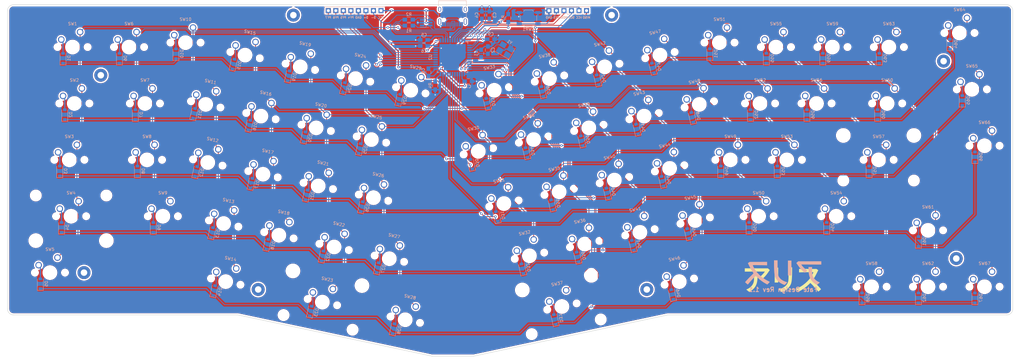
<source format=kicad_pcb>
(kicad_pcb (version 20171130) (host pcbnew "(5.1.7)-1")
  (title_block (rev 1.1))
  (layers (0 F.Cu signal) (31 B.Cu signal) (34 B.Paste user) (35 F.Paste user) (36 B.SilkS user) (37 F.SilkS user) (38 B.Mask user) (39 F.Mask user) (44 Edge.Cuts user))
  (net 0 "")
  (net 1 GND)
  (net 2 XTAL1)
  (net 3 XTAL2)
  (net 4 VCC)
  (net 5 "Net-(C4-Pad1)")
  (net 6 "Net-(D1-Pad2)")
  (net 7 /row0)
  (net 8 /row1)
  (net 9 "Net-(D2-Pad2)")
  (net 10 "Net-(D3-Pad2)")
  (net 11 /row2)
  (net 12 /row3)
  (net 13 "Net-(D4-Pad2)")
  (net 14 "Net-(D5-Pad2)")
  (net 15 /row4)
  (net 16 "Net-(D6-Pad2)")
  (net 17 "Net-(D7-Pad2)")
  (net 18 "Net-(D8-Pad2)")
  (net 19 "Net-(D9-Pad2)")
  (net 20 "Net-(D10-Pad2)")
  (net 21 "Net-(D11-Pad2)")
  (net 22 "Net-(D12-Pad2)")
  (net 23 "Net-(D13-Pad2)")
  (net 24 "Net-(D14-Pad2)")
  (net 25 "Net-(D15-Pad2)")
  (net 26 "Net-(D16-Pad2)")
  (net 27 "Net-(D17-Pad2)")
  (net 28 "Net-(D18-Pad2)")
  (net 29 "Net-(D19-Pad2)")
  (net 30 "Net-(D20-Pad2)")
  (net 31 "Net-(D21-Pad2)")
  (net 32 "Net-(D22-Pad2)")
  (net 33 "Net-(D23-Pad2)")
  (net 34 "Net-(D24-Pad2)")
  (net 35 "Net-(D25-Pad2)")
  (net 36 "Net-(D26-Pad2)")
  (net 37 "Net-(D27-Pad2)")
  (net 38 "Net-(D28-Pad2)")
  (net 39 "Net-(D29-Pad2)")
  (net 40 "Net-(D30-Pad2)")
  (net 41 "Net-(D31-Pad2)")
  (net 42 "Net-(D32-Pad2)")
  (net 43 "Net-(D33-Pad2)")
  (net 44 "Net-(D34-Pad2)")
  (net 45 "Net-(D35-Pad2)")
  (net 46 "Net-(D36-Pad2)")
  (net 47 "Net-(D37-Pad2)")
  (net 48 "Net-(D38-Pad2)")
  (net 49 "Net-(D39-Pad2)")
  (net 50 "Net-(D40-Pad2)")
  (net 51 "Net-(D41-Pad2)")
  (net 52 "Net-(D42-Pad2)")
  (net 53 "Net-(D43-Pad2)")
  (net 54 "Net-(D44-Pad2)")
  (net 55 "Net-(D45-Pad2)")
  (net 56 "Net-(D46-Pad2)")
  (net 57 "Net-(D47-Pad2)")
  (net 58 "Net-(D48-Pad2)")
  (net 59 "Net-(D49-Pad2)")
  (net 60 "Net-(D50-Pad2)")
  (net 61 "Net-(D51-Pad2)")
  (net 62 "Net-(D52-Pad2)")
  (net 63 "Net-(D53-Pad2)")
  (net 64 "Net-(D54-Pad2)")
  (net 65 "Net-(D55-Pad2)")
  (net 66 "Net-(D56-Pad2)")
  (net 67 "Net-(D57-Pad2)")
  (net 68 "Net-(D58-Pad2)")
  (net 69 "Net-(D59-Pad2)")
  (net 70 "Net-(D60-Pad2)")
  (net 71 "Net-(D61-Pad2)")
  (net 72 "Net-(D62-Pad2)")
  (net 73 "Net-(D63-Pad2)")
  (net 74 "Net-(D64-Pad2)")
  (net 75 "Net-(D65-Pad2)")
  (net 76 "Net-(D66-Pad2)")
  (net 77 "Net-(D67-Pad2)")
  (net 78 /MISO)
  (net 79 /SCK)
  (net 80 /MOSI)
  (net 81 /~RES~)
  (net 82 /PF4)
  (net 83 /PF5)
  (net 84 /PF6)
  (net 85 /PF7)
  (net 86 D+)
  (net 87 D-)
  (net 88 "Net-(R4-Pad1)")
  (net 89 /col0)
  (net 90 /col1)
  (net 91 /col2)
  (net 92 /col3)
  (net 93 /col4)
  (net 94 /col5)
  (net 95 /col6)
  (net 96 /col8)
  (net 97 /col9)
  (net 98 /col10)
  (net 99 /col11)
  (net 100 /col12)
  (net 101 /col13)
  (net 102 "Net-(U1-Pad3)")
  (net 103 "Net-(U1-Pad1)")
  (net 104 "Net-(U2-Pad42)")
  (module Pin_Headers:Pin_Header_Straight_1x01_Pitch2.54mm (layer B.Cu) (at 146.304 26.416)
    (fp_text reference D+ (at 0 2.33) (layer B.SilkS) (effects (font (size 0.7 0.7)) (justify mirror)))
    (fp_text value D+)
    (pad 1 thru_hole rect (at 0 0) (size 1.7 1.7) (drill 1) (layers *.Cu *.Mask) (net 86 D+))
  )
  (module Connector_USB:USB_C_Receptacle_HRO_TYPE-C-31-M-12 (layer B.Cu) (at 175.5 27)
    (fp_text reference REF** hide)
    (fp_text value USB_C_Receptacle_HRO_TYPE-C-31-M-12 hide)
    (pad B1 smd rect (at 3.25 4.045) (size 0.6 1.45) (layers B.Cu B.Paste B.Mask) (net 1 GND))
    (pad A9 smd rect (at 2.45 4.045) (size 0.6 1.45) (layers B.Cu B.Paste B.Mask))
    (pad B9 smd rect (at -2.45 4.045) (size 0.6 1.45) (layers B.Cu B.Paste B.Mask))
    (pad B12 smd rect (at -3.25 4.045) (size 0.6 1.45) (layers B.Cu B.Paste B.Mask) (net 1 GND))
    (pad A1 smd rect (at -3.25 4.045) (size 0.6 1.45) (layers B.Cu B.Paste B.Mask) (net 1 GND))
    (pad A4 smd rect (at -2.45 4.045) (size 0.6 1.45) (layers B.Cu B.Paste B.Mask))
    (pad B4 smd rect (at 2.45 4.045) (size 0.6 1.45) (layers B.Cu B.Paste B.Mask))
    (pad A12 smd rect (at 3.25 4.045) (size 0.6 1.45) (layers B.Cu B.Paste B.Mask) (net 1 GND))
    (pad B8 smd rect (at -1.75 4.045) (size 0.3 1.45) (layers B.Cu B.Paste B.Mask))
    (pad A5 smd rect (at -1.25 4.045) (size 0.3 1.45) (layers B.Cu B.Paste B.Mask))
    (pad B7 smd rect (at -0.75 4.045) (size 0.3 1.45) (layers B.Cu B.Paste B.Mask) (net 87 D-))
    (pad A7 smd rect (at 0.25 4.045) (size 0.3 1.45) (layers B.Cu B.Paste B.Mask) (net 87 D-))
    (pad B6 smd rect (at 0.75 4.045) (size 0.3 1.45) (layers B.Cu B.Paste B.Mask) (net 86 D+))
    (pad A8 smd rect (at 1.25 4.045) (size 0.3 1.45) (layers B.Cu B.Paste B.Mask))
    (pad B5 smd rect (at 1.75 4.045) (size 0.3 1.45) (layers B.Cu B.Paste B.Mask))
    (pad A6 smd rect (at -0.25 4.045) (size 0.3 1.45) (layers B.Cu B.Paste B.Mask) (net 86 D+))
    (pad S1 thru_hole oval (at 4.32 3.13) (size 1 2.1) (drill oval 0.6 1.7) (layers *.Cu *.Mask))
    (pad S1 thru_hole oval (at -4.32 3.13) (size 1 2.1) (drill oval 0.6 1.7) (layers *.Cu *.Mask))
    (pad "" np_thru_hole circle (at -2.89 2.6) (size 0.65 0.65) (drill 0.65) (layers *.Cu *.Mask))
    (pad S1 thru_hole oval (at -4.32 -1.05) (size 1 1.6) (drill oval 0.6 1.2) (layers *.Cu *.Mask))
    (pad "" np_thru_hole circle (at 2.89 2.6) (size 0.65 0.65) (drill 0.65) (layers *.Cu *.Mask))
    (pad S1 thru_hole oval (at 4.32 -1.05) (size 1 1.6) (drill oval 0.6 1.2) (layers *.Cu *.Mask))
  )
  (module Mounting_Holes:MountingHole_2.2mm_M2_Pad (layer F.Cu) (at 241.060266 120.60872)
    (fp_text reference H6)
    (fp_text value MountingHole)
    (pad 1 thru_hole circle (at 0 0) (size 4.4 4.4) (drill 2.2) (layers *.Cu *.Mask))
  )
  (module Mounting_Holes:MountingHole_2.2mm_M2_Pad (layer F.Cu) (at 345.449949 110.157503)
    (fp_text reference H8)
    (fp_text value MountingHole)
    (pad 1 thru_hole circle (at 0 0) (size 4.4 4.4) (drill 2.2) (layers *.Cu *.Mask))
  )
  (module Capacitors_SMD:C_0805_HandSoldering (layer B.Cu) (at 185.166 40.894 270)
    (fp_text reference C1 (at 0 1.75 270) (layer B.SilkS) (effects (justify mirror)))
    (fp_text value 22pF)
    (pad 1 smd rect (at -1.25 0 270) (size 1.5 1.25) (layers B.Cu B.Paste B.Mask) (net 1 GND))
    (pad 2 smd rect (at 1.25 0 270) (size 1.5 1.25) (layers B.Cu B.Paste B.Mask) (net 2 XTAL1))
  )
  (module Capacitors_SMD:C_0805_HandSoldering (layer B.Cu) (at 187.452 39.751 90)
    (fp_text reference C2 (at 0 1.75 90) (layer B.SilkS) (effects (justify mirror)))
    (fp_text value 22pF)
    (pad 1 smd rect (at -1.25 0 90) (size 1.5 1.25) (layers B.Cu B.Paste B.Mask) (net 3 XTAL2))
    (pad 2 smd rect (at 1.25 0 90) (size 1.5 1.25) (layers B.Cu B.Paste B.Mask) (net 1 GND))
  )
  (module Capacitors_SMD:C_0805_HandSoldering (layer B.Cu) (at 187.96 27.94 90)
    (fp_text reference C3 (at 0 1.75 90) (layer B.SilkS) (effects (justify mirror)))
    (fp_text value 10uF)
    (pad 1 smd rect (at -1.25 0 90) (size 1.5 1.25) (layers B.Cu B.Paste B.Mask) (net 4 VCC))
    (pad 2 smd rect (at 1.25 0 90) (size 1.5 1.25) (layers B.Cu B.Paste B.Mask) (net 1 GND))
  )
  (module Capacitors_SMD:C_0805_HandSoldering (layer B.Cu) (at 185.42 27.94 90)
    (fp_text reference C4 (at 0 -1.75 90) (layer B.SilkS) (effects (justify mirror)))
    (fp_text value "1uF (±10%)")
    (pad 1 smd rect (at -1.25 0 90) (size 1.5 1.25) (layers B.Cu B.Paste B.Mask) (net 5 "Net-(C4-Pad1)"))
    (pad 2 smd rect (at 1.25 0 90) (size 1.5 1.25) (layers B.Cu B.Paste B.Mask) (net 1 GND))
  )
  (module Capacitors_SMD:C_0805_HandSoldering (layer B.Cu) (at 165.882 36.322 180)
    (fp_text reference C5 (at 0 1.75 180) (layer B.SilkS) (effects (justify mirror)))
    (fp_text value 1uF)
    (pad 1 smd rect (at -1.25 0 180) (size 1.5 1.25) (layers B.Cu B.Paste B.Mask) (net 4 VCC))
    (pad 2 smd rect (at 1.25 0 180) (size 1.5 1.25) (layers B.Cu B.Paste B.Mask) (net 1 GND))
  )
  (module Capacitors_SMD:C_0805_HandSoldering (layer B.Cu) (at 165.882 38.354 180)
    (fp_text reference C6 (at 0 -1.75 180) (layer B.SilkS) (effects (justify mirror)))
    (fp_text value 0.1uF)
    (pad 1 smd rect (at -1.25 0 180) (size 1.5 1.25) (layers B.Cu B.Paste B.Mask) (net 4 VCC))
    (pad 2 smd rect (at 1.25 0 180) (size 1.5 1.25) (layers B.Cu B.Paste B.Mask) (net 1 GND))
  )
  (module Capacitors_SMD:C_0805_HandSoldering (layer B.Cu) (at 180.848 50.292)
    (fp_text reference C7 (at 0 1.75) (layer B.SilkS) (effects (justify mirror)))
    (fp_text value 0.1uF)
    (pad 1 smd rect (at -1.25 0) (size 1.5 1.25) (layers B.Cu B.Paste B.Mask) (net 4 VCC))
    (pad 2 smd rect (at 1.25 0) (size 1.5 1.25) (layers B.Cu B.Paste B.Mask) (net 1 GND))
  )
  (module Capacitors_SMD:C_0805_HandSoldering (layer B.Cu) (at 167.386 47.244 90)
    (fp_text reference C8 (at 0.5 -1.75 90) (layer B.SilkS) (effects (justify mirror)))
    (fp_text value 0.1uF)
    (pad 1 smd rect (at -1.25 0 90) (size 1.5 1.25) (layers B.Cu B.Paste B.Mask) (net 4 VCC))
    (pad 2 smd rect (at 1.25 0 90) (size 1.5 1.25) (layers B.Cu B.Paste B.Mask) (net 1 GND))
  )
  (module Capacitors_SMD:C_0805_HandSoldering (layer B.Cu) (at 188.448 36.068)
    (fp_text reference C9 (at 0 -1.75) (layer B.SilkS) (effects (justify mirror)))
    (fp_text value 0.1uF)
    (pad 1 smd rect (at -1.25 0) (size 1.5 1.25) (layers B.Cu B.Paste B.Mask) (net 4 VCC))
    (pad 2 smd rect (at 1.25 0) (size 1.5 1.25) (layers B.Cu B.Paste B.Mask) (net 1 GND))
  )
  (module Diodes_SMD:D_SOD-123 (layer B.Cu) (at 44.115 42.495 90)
    (fp_text reference D1 (at 0 2 90) (layer B.SilkS) (effects (justify mirror)))
    (fp_text value D)
    (pad 1 smd rect (at -1.65 0 90) (size 0.9 1.2) (layers B.Cu B.Paste B.Mask) (net 7 /row0))
    (pad 2 smd rect (at 1.65 0 90) (size 0.9 1.2) (layers B.Cu B.Paste B.Mask) (net 6 "Net-(D1-Pad2)"))
  )
  (module Diodes_SMD:D_SOD-123 (layer B.Cu) (at 44.715 61.545 90)
    (fp_text reference D2 (at 0 2 90) (layer B.SilkS) (effects (justify mirror)))
    (fp_text value D)
    (pad 1 smd rect (at -1.65 0 90) (size 0.9 1.2) (layers B.Cu B.Paste B.Mask) (net 8 /row1))
    (pad 2 smd rect (at 1.65 0 90) (size 0.9 1.2) (layers B.Cu B.Paste B.Mask) (net 9 "Net-(D2-Pad2)"))
  )
  (module Diodes_SMD:D_SOD-123 (layer B.Cu) (at 43.03125 80.595 90)
    (fp_text reference D3 (at 0 2 90) (layer B.SilkS) (effects (justify mirror)))
    (fp_text value D)
    (pad 1 smd rect (at -1.65 0 90) (size 0.9 1.2) (layers B.Cu B.Paste B.Mask) (net 11 /row2))
    (pad 2 smd rect (at 1.65 0 90) (size 0.9 1.2) (layers B.Cu B.Paste B.Mask) (net 10 "Net-(D3-Pad2)"))
  )
  (module Diodes_SMD:D_SOD-123 (layer B.Cu) (at 43.61875 99.645 90)
    (fp_text reference D4 (at 0 2 90) (layer B.SilkS) (effects (justify mirror)))
    (fp_text value D)
    (pad 1 smd rect (at -1.65 0 90) (size 0.9 1.2) (layers B.Cu B.Paste B.Mask) (net 12 /row3))
    (pad 2 smd rect (at 1.65 0 90) (size 0.9 1.2) (layers B.Cu B.Paste B.Mask) (net 13 "Net-(D4-Pad2)"))
  )
  (module Diodes_SMD:D_SOD-123 (layer B.Cu) (at 36.485 118.695 90)
    (fp_text reference D5 (at 0 2 90) (layer B.SilkS) (effects (justify mirror)))
    (fp_text value D)
    (pad 1 smd rect (at -1.65 0 90) (size 0.9 1.2) (layers B.Cu B.Paste B.Mask) (net 15 /row4))
    (pad 2 smd rect (at 1.65 0 90) (size 0.9 1.2) (layers B.Cu B.Paste B.Mask) (net 14 "Net-(D5-Pad2)"))
  )
  (module Diodes_SMD:D_SOD-123 (layer B.Cu) (at 63.165 42.495 90)
    (fp_text reference D6 (at 0 2 90) (layer B.SilkS) (effects (justify mirror)))
    (fp_text value D)
    (pad 1 smd rect (at -1.65 0 90) (size 0.9 1.2) (layers B.Cu B.Paste B.Mask) (net 7 /row0))
    (pad 2 smd rect (at 1.65 0 90) (size 0.9 1.2) (layers B.Cu B.Paste B.Mask) (net 16 "Net-(D6-Pad2)"))
  )
  (module Diodes_SMD:D_SOD-123 (layer B.Cu) (at 68.525 61.545 90)
    (fp_text reference D7 (at 0 2 90) (layer B.SilkS) (effects (justify mirror)))
    (fp_text value D)
    (pad 1 smd rect (at -1.65 0 90) (size 0.9 1.2) (layers B.Cu B.Paste B.Mask) (net 8 /row1))
    (pad 2 smd rect (at 1.65 0 90) (size 0.9 1.2) (layers B.Cu B.Paste B.Mask) (net 17 "Net-(D7-Pad2)"))
  )
  (module Diodes_SMD:D_SOD-123 (layer B.Cu) (at 69.225 80.595 90)
    (fp_text reference D8 (at 0 2 90) (layer B.SilkS) (effects (justify mirror)))
    (fp_text value D)
    (pad 1 smd rect (at -1.65 0 90) (size 0.9 1.2) (layers B.Cu B.Paste B.Mask) (net 11 /row2))
    (pad 2 smd rect (at 1.65 0 90) (size 0.9 1.2) (layers B.Cu B.Paste B.Mask) (net 18 "Net-(D8-Pad2)"))
  )
  (module Diodes_SMD:D_SOD-123 (layer B.Cu) (at 74.575 99.645 90)
    (fp_text reference D9 (at 0 2 90) (layer B.SilkS) (effects (justify mirror)))
    (fp_text value D)
    (pad 1 smd rect (at -1.65 0 90) (size 0.9 1.2) (layers B.Cu B.Paste B.Mask) (net 12 /row3))
    (pad 2 smd rect (at 1.65 0 90) (size 0.9 1.2) (layers B.Cu B.Paste B.Mask) (net 19 "Net-(D9-Pad2)"))
  )
  (module Diodes_SMD:D_SOD-123 (layer B.Cu) (at 82.215 40.994615 90)
    (fp_text reference D10 (at 0 2 90) (layer B.SilkS) (effects (justify mirror)))
    (fp_text value D)
    (pad 1 smd rect (at -1.65 0 90) (size 0.9 1.2) (layers B.Cu B.Paste B.Mask) (net 7 /row0))
    (pad 2 smd rect (at 1.65 0 90) (size 0.9 1.2) (layers B.Cu B.Paste B.Mask) (net 20 "Net-(D10-Pad2)"))
  )
  (module Diodes_SMD:D_SOD-123 (layer B.Cu) (at 88.315851 61.116624 78)
    (fp_text reference D11 (at 0 2 78) (layer B.SilkS) (effects (justify mirror)))
    (fp_text value D)
    (pad 1 smd rect (at -1.65 0 78) (size 0.9 1.2) (layers B.Cu B.Paste B.Mask) (net 8 /row1))
    (pad 2 smd rect (at 1.65 0 78) (size 0.9 1.2) (layers B.Cu B.Paste B.Mask) (net 21 "Net-(D11-Pad2)"))
  )
  (module Diodes_SMD:D_SOD-123 (layer B.Cu) (at 89.013518 80.740517 78)
    (fp_text reference D12 (at 0 2 78) (layer B.SilkS) (effects (justify mirror)))
    (fp_text value D)
    (pad 1 smd rect (at -1.65 0 78) (size 0.9 1.2) (layers B.Cu B.Paste B.Mask) (net 11 /row2))
    (pad 2 smd rect (at 1.65 0 78) (size 0.9 1.2) (layers B.Cu B.Paste B.Mask) (net 22 "Net-(D12-Pad2)"))
  )
  (module Diodes_SMD:D_SOD-123 (layer B.Cu) (at 94.3696 101.354586 78)
    (fp_text reference D13 (at 0 2 78) (layer B.SilkS) (effects (justify mirror)))
    (fp_text value D)
    (pad 1 smd rect (at -1.65 0 78) (size 0.9 1.2) (layers B.Cu B.Paste B.Mask) (net 12 /row3))
    (pad 2 smd rect (at 1.65 0 78) (size 0.9 1.2) (layers B.Cu B.Paste B.Mask) (net 23 "Net-(D13-Pad2)"))
  )
  (module Diodes_SMD:D_SOD-123 (layer B.Cu) (at 95.067301 120.978474 78)
    (fp_text reference D14 (at 0 2 78) (layer B.SilkS) (effects (justify mirror)))
    (fp_text value D)
    (pad 1 smd rect (at -1.65 0 78) (size 0.9 1.2) (layers B.Cu B.Paste B.Mask) (net 15 /row4))
    (pad 2 smd rect (at 1.65 0 78) (size 0.9 1.2) (layers B.Cu B.Paste B.Mask) (net 24 "Net-(D14-Pad2)"))
  )
  (module Diodes_SMD:D_SOD-123 (layer B.Cu) (at 101.593509 44.463281 78)
    (fp_text reference D15 (at 0 2 78) (layer B.SilkS) (effects (justify mirror)))
    (fp_text value D)
    (pad 1 smd rect (at -1.65 0 78) (size 0.9 1.2) (layers B.Cu B.Paste B.Mask) (net 7 /row0))
    (pad 2 smd rect (at 1.65 0 78) (size 0.9 1.2) (layers B.Cu B.Paste B.Mask) (net 25 "Net-(D15-Pad2)"))
  )
  (module Diodes_SMD:D_SOD-123 (layer B.Cu) (at 106.949561 65.07735 78)
    (fp_text reference D16 (at 0 2 78) (layer B.SilkS) (effects (justify mirror)))
    (fp_text value D)
    (pad 1 smd rect (at -1.65 0 78) (size 0.9 1.2) (layers B.Cu B.Paste B.Mask) (net 8 /row1))
    (pad 2 smd rect (at 1.65 0 78) (size 0.9 1.2) (layers B.Cu B.Paste B.Mask) (net 26 "Net-(D16-Pad2)"))
  )
  (module Diodes_SMD:D_SOD-123 (layer B.Cu) (at 107.647228 84.701244 78)
    (fp_text reference D17 (at 0 2 78) (layer B.SilkS) (effects (justify mirror)))
    (fp_text value D)
    (pad 1 smd rect (at -1.65 0 78) (size 0.9 1.2) (layers B.Cu B.Paste B.Mask) (net 11 /row2))
    (pad 2 smd rect (at 1.65 0 78) (size 0.9 1.2) (layers B.Cu B.Paste B.Mask) (net 27 "Net-(D17-Pad2)"))
  )
  (module Diodes_SMD:D_SOD-123 (layer B.Cu) (at 113.00331 105.315312 78)
    (fp_text reference D18 (at 0 2 78) (layer B.SilkS) (effects (justify mirror)))
    (fp_text value D)
    (pad 1 smd rect (at -1.65 0 78) (size 0.9 1.2) (layers B.Cu B.Paste B.Mask) (net 12 /row3))
    (pad 2 smd rect (at 1.65 0 78) (size 0.9 1.2) (layers B.Cu B.Paste B.Mask) (net 28 "Net-(D18-Pad2)"))
  )
  (module Diodes_SMD:D_SOD-123 (layer B.Cu) (at 120.22722 48.423999 78)
    (fp_text reference D19 (at 0 2 78) (layer B.SilkS) (effects (justify mirror)))
    (fp_text value D)
    (pad 1 smd rect (at -1.65 0 78) (size 0.9 1.2) (layers B.Cu B.Paste B.Mask) (net 7 /row0))
    (pad 2 smd rect (at 1.65 0 78) (size 0.9 1.2) (layers B.Cu B.Paste B.Mask) (net 29 "Net-(D19-Pad2)"))
  )
  (module Diodes_SMD:D_SOD-123 (layer B.Cu) (at 125.583271 69.038077 78)
    (fp_text reference D20 (at 0 2 78) (layer B.SilkS) (effects (justify mirror)))
    (fp_text value D)
    (pad 1 smd rect (at -1.65 0 78) (size 0.9 1.2) (layers B.Cu B.Paste B.Mask) (net 8 /row1))
    (pad 2 smd rect (at 1.65 0 78) (size 0.9 1.2) (layers B.Cu B.Paste B.Mask) (net 30 "Net-(D20-Pad2)"))
  )
  (module Diodes_SMD:D_SOD-123 (layer B.Cu) (at 126.280938 88.661971 78)
    (fp_text reference D21 (at 0 2 78) (layer B.SilkS) (effects (justify mirror)))
    (fp_text value D)
    (pad 1 smd rect (at -1.65 0 78) (size 0.9 1.2) (layers B.Cu B.Paste B.Mask) (net 11 /row2))
    (pad 2 smd rect (at 1.65 0 78) (size 0.9 1.2) (layers B.Cu B.Paste B.Mask) (net 31 "Net-(D21-Pad2)"))
  )
  (module Diodes_SMD:D_SOD-123 (layer B.Cu) (at 131.637019 109.276039 78)
    (fp_text reference D22 (at 0 2 78) (layer B.SilkS) (effects (justify mirror)))
    (fp_text value D)
    (pad 1 smd rect (at -1.65 0 78) (size 0.9 1.2) (layers B.Cu B.Paste B.Mask) (net 12 /row3))
    (pad 2 smd rect (at 1.65 0 78) (size 0.9 1.2) (layers B.Cu B.Paste B.Mask) (net 32 "Net-(D22-Pad2)"))
  )
  (module Diodes_SMD:D_SOD-123 (layer B.Cu) (at 127.676293 127.909749 78)
    (fp_text reference D23 (at 0 2 78) (layer B.SilkS) (effects (justify mirror)))
    (fp_text value D)
    (pad 1 smd rect (at -1.65 0 78) (size 0.9 1.2) (layers B.Cu B.Paste B.Mask) (net 15 /row4))
    (pad 2 smd rect (at 1.65 0 78) (size 0.9 1.2) (layers B.Cu B.Paste B.Mask) (net 33 "Net-(D23-Pad2)"))
  )
  (module Diodes_SMD:D_SOD-123 (layer B.Cu) (at 138.860932 52.384717 78)
    (fp_text reference D24 (at 0 2 78) (layer B.SilkS) (effects (justify mirror)))
    (fp_text value D)
    (pad 1 smd rect (at -1.65 0 78) (size 0.9 1.2) (layers B.Cu B.Paste B.Mask) (net 7 /row0))
    (pad 2 smd rect (at 1.65 0 78) (size 0.9 1.2) (layers B.Cu B.Paste B.Mask) (net 34 "Net-(D24-Pad2)"))
  )
  (module Diodes_SMD:D_SOD-123 (layer B.Cu) (at 144.216981 72.998804 78)
    (fp_text reference D25 (at 0 2 78) (layer B.SilkS) (effects (justify mirror)))
    (fp_text value D)
    (pad 1 smd rect (at -1.65 0 78) (size 0.9 1.2) (layers B.Cu B.Paste B.Mask) (net 8 /row1))
    (pad 2 smd rect (at 1.65 0 78) (size 0.9 1.2) (layers B.Cu B.Paste B.Mask) (net 35 "Net-(D25-Pad2)"))
  )
  (module Diodes_SMD:D_SOD-123 (layer B.Cu) (at 144.914648 92.622698 78)
    (fp_text reference D26 (at 0 2 78) (layer B.SilkS) (effects (justify mirror)))
    (fp_text value D)
    (pad 1 smd rect (at -1.65 0 78) (size 0.9 1.2) (layers B.Cu B.Paste B.Mask) (net 11 /row2))
    (pad 2 smd rect (at 1.65 0 78) (size 0.9 1.2) (layers B.Cu B.Paste B.Mask) (net 36 "Net-(D26-Pad2)"))
  )
  (module Diodes_SMD:D_SOD-123 (layer B.Cu) (at 150.270729 113.236766 78)
    (fp_text reference D27 (at 0 2 78) (layer B.SilkS) (effects (justify mirror)))
    (fp_text value D)
    (pad 1 smd rect (at -1.65 0 78) (size 0.9 1.2) (layers B.Cu B.Paste B.Mask) (net 12 /row3))
    (pad 2 smd rect (at 1.65 0 78) (size 0.9 1.2) (layers B.Cu B.Paste B.Mask) (net 37 "Net-(D27-Pad2)"))
  )
  (module Diodes_SMD:D_SOD-123 (layer B.Cu) (at 155.626866 133.850795 78)
    (fp_text reference D28 (at 0 2 78) (layer B.SilkS) (effects (justify mirror)))
    (fp_text value D)
    (pad 1 smd rect (at -1.65 0 78) (size 0.9 1.2) (layers B.Cu B.Paste B.Mask) (net 15 /row4))
    (pad 2 smd rect (at 1.65 0 78) (size 0.9 1.2) (layers B.Cu B.Paste B.Mask) (net 38 "Net-(D28-Pad2)"))
  )
  (module Diodes_SMD:D_SOD-123 (layer B.Cu) (at 157.494644 56.345434 78)
    (fp_text reference D29 (at 0 2 78) (layer B.SilkS) (effects (justify mirror)))
    (fp_text value D)
    (pad 1 smd rect (at -1.65 0 78) (size 0.9 1.2) (layers B.Cu B.Paste B.Mask) (net 7 /row0))
    (pad 2 smd rect (at 1.65 0 78) (size 0.9 1.2) (layers B.Cu B.Paste B.Mask) (net 39 "Net-(D29-Pad2)"))
  )
  (module Diodes_SMD:D_SOD-123 (layer B.Cu) (at 181.863423 78.299527 102)
    (fp_text reference D30 (at 0 2 102) (layer B.SilkS) (effects (justify mirror)))
    (fp_text value D)
    (pad 1 smd rect (at -1.65 0 102) (size 0.9 1.2) (layers B.Cu B.Paste B.Mask) (net 8 /row1))
    (pad 2 smd rect (at 1.65 0 102) (size 0.9 1.2) (layers B.Cu B.Paste B.Mask) (net 40 "Net-(D30-Pad2)"))
  )
  (module Diodes_SMD:D_SOD-123 (layer B.Cu) (at 190.482544 95.943079 102)
    (fp_text reference D31 (at 0 2 102) (layer B.SilkS) (effects (justify mirror)))
    (fp_text value D)
    (pad 1 smd rect (at -1.65 0 102) (size 0.9 1.2) (layers B.Cu B.Paste B.Mask) (net 11 /row2))
    (pad 2 smd rect (at 1.65 0 102) (size 0.9 1.2) (layers B.Cu B.Paste B.Mask) (net 41 "Net-(D31-Pad2)"))
  )
  (module Diodes_SMD:D_SOD-123 (layer B.Cu) (at 199.101665 113.586631 102)
    (fp_text reference D32 (at 0 2 102) (layer B.SilkS) (effects (justify mirror)))
    (fp_text value D)
    (pad 1 smd rect (at -1.65 0 102) (size 0.9 1.2) (layers B.Cu B.Paste B.Mask) (net 12 /row3))
    (pad 2 smd rect (at 1.65 0 102) (size 0.9 1.2) (layers B.Cu B.Paste B.Mask) (net 42 "Net-(D32-Pad2)"))
  )
  (module Diodes_SMD:D_SOD-123 (layer B.Cu) (at 187.21965 57.685428 102)
    (fp_text reference D33 (at 0 2 102) (layer B.SilkS) (effects (justify mirror)))
    (fp_text value D)
    (pad 1 smd rect (at -1.65 0 102) (size 0.9 1.2) (layers B.Cu B.Paste B.Mask) (net 7 /row0))
    (pad 2 smd rect (at 1.65 0 102) (size 0.9 1.2) (layers B.Cu B.Paste B.Mask) (net 43 "Net-(D33-Pad2)"))
  )
  (module Diodes_SMD:D_SOD-123 (layer B.Cu) (at 200.497134 74.338809 102)
    (fp_text reference D34 (at 0 2 102) (layer B.SilkS) (effects (justify mirror)))
    (fp_text value D)
    (pad 1 smd rect (at -1.65 0 102) (size 0.9 1.2) (layers B.Cu B.Paste B.Mask) (net 8 /row1))
    (pad 2 smd rect (at 1.65 0 102) (size 0.9 1.2) (layers B.Cu B.Paste B.Mask) (net 44 "Net-(D34-Pad2)"))
  )
  (module Diodes_SMD:D_SOD-123 (layer B.Cu) (at 209.116255 91.982361 102)
    (fp_text reference D35 (at 0 2 102) (layer B.SilkS) (effects (justify mirror)))
    (fp_text value D)
    (pad 1 smd rect (at -1.65 0 102) (size 0.9 1.2) (layers B.Cu B.Paste B.Mask) (net 11 /row2))
    (pad 2 smd rect (at 1.65 0 102) (size 0.9 1.2) (layers B.Cu B.Paste B.Mask) (net 45 "Net-(D35-Pad2)"))
  )
  (module Diodes_SMD:D_SOD-123 (layer B.Cu) (at 217.735377 109.625913 102)
    (fp_text reference D36 (at 0 2 102) (layer B.SilkS) (effects (justify mirror)))
    (fp_text value D)
    (pad 1 smd rect (at -1.65 0 102) (size 0.9 1.2) (layers B.Cu B.Paste B.Mask) (net 12 /row3))
    (pad 2 smd rect (at 1.65 0 102) (size 0.9 1.2) (layers B.Cu B.Paste B.Mask) (net 46 "Net-(D36-Pad2)"))
  )
  (module Diodes_SMD:D_SOD-123 (layer B.Cu) (at 210.050066 130.735038 102)
    (fp_text reference D37 (at 0 2 102) (layer B.SilkS) (effects (justify mirror)))
    (fp_text value D)
    (pad 1 smd rect (at -1.65 0 102) (size 0.9 1.2) (layers B.Cu B.Paste B.Mask) (net 15 /row4))
    (pad 2 smd rect (at 1.65 0 102) (size 0.9 1.2) (layers B.Cu B.Paste B.Mask) (net 47 "Net-(D37-Pad2)"))
  )
  (module Diodes_SMD:D_SOD-123 (layer B.Cu) (at 205.853362 53.72471 102)
    (fp_text reference D38 (at 0 2 102) (layer B.SilkS) (effects (justify mirror)))
    (fp_text value D)
    (pad 1 smd rect (at -1.65 0 102) (size 0.9 1.2) (layers B.Cu B.Paste B.Mask) (net 7 /row0))
    (pad 2 smd rect (at 1.65 0 102) (size 0.9 1.2) (layers B.Cu B.Paste B.Mask) (net 48 "Net-(D38-Pad2)"))
  )
  (module Diodes_SMD:D_SOD-123 (layer B.Cu) (at 219.130846 70.378092 102)
    (fp_text reference D39 (at 0 2 102) (layer B.SilkS) (effects (justify mirror)))
    (fp_text value D)
    (pad 1 smd rect (at -1.65 0 102) (size 0.9 1.2) (layers B.Cu B.Paste B.Mask) (net 8 /row1))
    (pad 2 smd rect (at 1.65 0 102) (size 0.9 1.2) (layers B.Cu B.Paste B.Mask) (net 49 "Net-(D39-Pad2)"))
  )
  (module Diodes_SMD:D_SOD-123 (layer B.Cu) (at 227.749967 88.021644 102)
    (fp_text reference D40 (at 0 2 102) (layer B.SilkS) (effects (justify mirror)))
    (fp_text value D)
    (pad 1 smd rect (at -1.65 0 102) (size 0.9 1.2) (layers B.Cu B.Paste B.Mask) (net 11 /row2))
    (pad 2 smd rect (at 1.65 0 102) (size 0.9 1.2) (layers B.Cu B.Paste B.Mask) (net 50 "Net-(D40-Pad2)"))
  )
  (module Diodes_SMD:D_SOD-123 (layer B.Cu) (at 236.369088 105.665196 102)
    (fp_text reference D41 (at 0 2 102) (layer B.SilkS) (effects (justify mirror)))
    (fp_text value D)
    (pad 1 smd rect (at -1.65 0 102) (size 0.9 1.2) (layers B.Cu B.Paste B.Mask) (net 12 /row3))
    (pad 2 smd rect (at 1.65 0 102) (size 0.9 1.2) (layers B.Cu B.Paste B.Mask) (net 51 "Net-(D41-Pad2)"))
  )
  (module Diodes_SMD:D_SOD-123 (layer B.Cu) (at 224.487074 49.763993 102)
    (fp_text reference D42 (at 0 2 102) (layer B.SilkS) (effects (justify mirror)))
    (fp_text value D)
    (pad 1 smd rect (at -1.65 0 102) (size 0.9 1.2) (layers B.Cu B.Paste B.Mask) (net 7 /row0))
    (pad 2 smd rect (at 1.65 0 102) (size 0.9 1.2) (layers B.Cu B.Paste B.Mask) (net 52 "Net-(D42-Pad2)"))
  )
  (module Diodes_SMD:D_SOD-123 (layer B.Cu) (at 237.764558 66.417374 102)
    (fp_text reference D43 (at 0 2 102) (layer B.SilkS) (effects (justify mirror)))
    (fp_text value D)
    (pad 1 smd rect (at -1.65 0 102) (size 0.9 1.2) (layers B.Cu B.Paste B.Mask) (net 8 /row1))
    (pad 2 smd rect (at 1.65 0 102) (size 0.9 1.2) (layers B.Cu B.Paste B.Mask) (net 53 "Net-(D43-Pad2)"))
  )
  (module Diodes_SMD:D_SOD-123 (layer B.Cu) (at 246.383679 84.060926 102)
    (fp_text reference D44 (at 0 2 102) (layer B.SilkS) (effects (justify mirror)))
    (fp_text value D)
    (pad 1 smd rect (at -1.65 0 102) (size 0.9 1.2) (layers B.Cu B.Paste B.Mask) (net 11 /row2))
    (pad 2 smd rect (at 1.65 0 102) (size 0.9 1.2) (layers B.Cu B.Paste B.Mask) (net 54 "Net-(D44-Pad2)"))
  )
  (module Diodes_SMD:D_SOD-123 (layer B.Cu) (at 255.0028 101.704478 102)
    (fp_text reference D45 (at 0 2 102) (layer B.SilkS) (effects (justify mirror)))
    (fp_text value D)
    (pad 1 smd rect (at -1.65 0 102) (size 0.9 1.2) (layers B.Cu B.Paste B.Mask) (net 12 /row3))
    (pad 2 smd rect (at 1.65 0 102) (size 0.9 1.2) (layers B.Cu B.Paste B.Mask) (net 55 "Net-(D45-Pad2)"))
  )
  (module Diodes_SMD:D_SOD-123 (layer B.Cu) (at 249.646702 122.318526 102)
    (fp_text reference D46 (at 0 2 102) (layer B.SilkS) (effects (justify mirror)))
    (fp_text value D)
    (pad 1 smd rect (at -1.65 0 102) (size 0.9 1.2) (layers B.Cu B.Paste B.Mask) (net 15 /row4))
    (pad 2 smd rect (at 1.65 0 102) (size 0.9 1.2) (layers B.Cu B.Paste B.Mask) (net 56 "Net-(D46-Pad2)"))
  )
  (module Diodes_SMD:D_SOD-123 (layer B.Cu) (at 243.120785 45.803275 102)
    (fp_text reference D47 (at 0 2 102) (layer B.SilkS) (effects (justify mirror)))
    (fp_text value D)
    (pad 1 smd rect (at -1.65 0 102) (size 0.9 1.2) (layers B.Cu B.Paste B.Mask) (net 7 /row0))
    (pad 2 smd rect (at 1.65 0 102) (size 0.9 1.2) (layers B.Cu B.Paste B.Mask) (net 57 "Net-(D47-Pad2)"))
  )
  (module Diodes_SMD:D_SOD-123 (layer B.Cu) (at 256.39827 62.456656 102)
    (fp_text reference D48 (at 0 2 102) (layer B.SilkS) (effects (justify mirror)))
    (fp_text value D)
    (pad 1 smd rect (at -1.65 0 102) (size 0.9 1.2) (layers B.Cu B.Paste B.Mask) (net 8 /row1))
    (pad 2 smd rect (at 1.65 0 102) (size 0.9 1.2) (layers B.Cu B.Paste B.Mask) (net 58 "Net-(D48-Pad2)"))
  )
  (module Diodes_SMD:D_SOD-123 (layer B.Cu) (at 266.025 80.595 90)
    (fp_text reference D49 (at 0 2 90) (layer B.SilkS) (effects (justify mirror)))
    (fp_text value D)
    (pad 1 smd rect (at -1.65 0 90) (size 0.9 1.2) (layers B.Cu B.Paste B.Mask) (net 11 /row2))
    (pad 2 smd rect (at 1.65 0 90) (size 0.9 1.2) (layers B.Cu B.Paste B.Mask) (net 59 "Net-(D49-Pad2)"))
  )
  (module Diodes_SMD:D_SOD-123 (layer B.Cu) (at 275.550019 99.644998 90)
    (fp_text reference D50 (at 0 2 90) (layer B.SilkS) (effects (justify mirror)))
    (fp_text value D)
    (pad 1 smd rect (at -1.65 0 90) (size 0.9 1.2) (layers B.Cu B.Paste B.Mask) (net 12 /row3))
    (pad 2 smd rect (at 1.65 0 90) (size 0.9 1.2) (layers B.Cu B.Paste B.Mask) (net 60 "Net-(D50-Pad2)"))
  )
  (module Diodes_SMD:D_SOD-123 (layer B.Cu) (at 262.345 40.994615 90)
    (fp_text reference D51 (at 0 2 90) (layer B.SilkS) (effects (justify mirror)))
    (fp_text value D)
    (pad 1 smd rect (at -1.65 0 90) (size 0.9 1.2) (layers B.Cu B.Paste B.Mask) (net 7 /row0))
    (pad 2 smd rect (at 1.65 0 90) (size 0.9 1.2) (layers B.Cu B.Paste B.Mask) (net 61 "Net-(D51-Pad2)"))
  )
  (module Diodes_SMD:D_SOD-123 (layer B.Cu) (at 276.035 61.545 90)
    (fp_text reference D52 (at 0 2 90) (layer B.SilkS) (effects (justify mirror)))
    (fp_text value D)
    (pad 1 smd rect (at -1.65 0 90) (size 0.9 1.2) (layers B.Cu B.Paste B.Mask) (net 8 /row1))
    (pad 2 smd rect (at 1.65 0 90) (size 0.9 1.2) (layers B.Cu B.Paste B.Mask) (net 62 "Net-(D52-Pad2)"))
  )
  (module Diodes_SMD:D_SOD-123 (layer B.Cu) (at 285.075 80.595 90)
    (fp_text reference D53 (at 0 2 90) (layer B.SilkS) (effects (justify mirror)))
    (fp_text value D)
    (pad 1 smd rect (at -1.65 0 90) (size 0.9 1.2) (layers B.Cu B.Paste B.Mask) (net 11 /row2))
    (pad 2 smd rect (at 1.65 0 90) (size 0.9 1.2) (layers B.Cu B.Paste B.Mask) (net 63 "Net-(D53-Pad2)"))
  )
  (module Diodes_SMD:D_SOD-123 (layer B.Cu) (at 301.743769 99.644998 90)
    (fp_text reference D54 (at 0 2 90) (layer B.SilkS) (effects (justify mirror)))
    (fp_text value D)
    (pad 1 smd rect (at -1.65 0 90) (size 0.9 1.2) (layers B.Cu B.Paste B.Mask) (net 12 /row3))
    (pad 2 smd rect (at 1.65 0 90) (size 0.9 1.2) (layers B.Cu B.Paste B.Mask) (net 64 "Net-(D54-Pad2)"))
  )
  (module Diodes_SMD:D_SOD-123 (layer B.Cu) (at 281.395 42.495 90)
    (fp_text reference D55 (at 0 2 90) (layer B.SilkS) (effects (justify mirror)))
    (fp_text value D)
    (pad 1 smd rect (at -1.65 0 90) (size 0.9 1.2) (layers B.Cu B.Paste B.Mask) (net 7 /row0))
    (pad 2 smd rect (at 1.65 0 90) (size 0.9 1.2) (layers B.Cu B.Paste B.Mask) (net 65 "Net-(D55-Pad2)"))
  )
  (module Diodes_SMD:D_SOD-123 (layer B.Cu) (at 295.085 61.545 90)
    (fp_text reference D56 (at 0 2 90) (layer B.SilkS) (effects (justify mirror)))
    (fp_text value D)
    (pad 1 smd rect (at -1.65 0 90) (size 0.9 1.2) (layers B.Cu B.Paste B.Mask) (net 8 /row1))
    (pad 2 smd rect (at 1.65 0 90) (size 0.9 1.2) (layers B.Cu B.Paste B.Mask) (net 66 "Net-(D56-Pad2)"))
  )
  (module Diodes_SMD:D_SOD-123 (layer B.Cu) (at 316.03125 80.595 90)
    (fp_text reference D57 (at 0 2 90) (layer B.SilkS) (effects (justify mirror)))
    (fp_text value D)
    (pad 1 smd rect (at -1.65 0 90) (size 0.9 1.2) (layers B.Cu B.Paste B.Mask) (net 11 /row2))
    (pad 2 smd rect (at 1.65 0 90) (size 0.9 1.2) (layers B.Cu B.Paste B.Mask) (net 67 "Net-(D57-Pad2)"))
  )
  (module Diodes_SMD:D_SOD-123 (layer B.Cu) (at 313.649949 123.457503 90)
    (fp_text reference D58 (at 0 2 90) (layer B.SilkS) (effects (justify mirror)))
    (fp_text value D)
    (pad 1 smd rect (at -1.65 0 90) (size 0.9 1.2) (layers B.Cu B.Paste B.Mask) (net 15 /row4))
    (pad 2 smd rect (at 1.65 0 90) (size 0.9 1.2) (layers B.Cu B.Paste B.Mask) (net 68 "Net-(D58-Pad2)"))
  )
  (module Diodes_SMD:D_SOD-123 (layer B.Cu) (at 300.445 42.495 90)
    (fp_text reference D59 (at 0 2 90) (layer B.SilkS) (effects (justify mirror)))
    (fp_text value D)
    (pad 1 smd rect (at -1.65 0 90) (size 0.9 1.2) (layers B.Cu B.Paste B.Mask) (net 7 /row0))
    (pad 2 smd rect (at 1.65 0 90) (size 0.9 1.2) (layers B.Cu B.Paste B.Mask) (net 69 "Net-(D59-Pad2)"))
  )
  (module Diodes_SMD:D_SOD-123 (layer B.Cu) (at 318.905 61.545 90)
    (fp_text reference D60 (at 0 2 90) (layer B.SilkS) (effects (justify mirror)))
    (fp_text value D)
    (pad 1 smd rect (at -1.65 0 90) (size 0.9 1.2) (layers B.Cu B.Paste B.Mask) (net 8 /row1))
    (pad 2 smd rect (at 1.65 0 90) (size 0.9 1.2) (layers B.Cu B.Paste B.Mask) (net 70 "Net-(D60-Pad2)"))
  )
  (module Diodes_SMD:D_SOD-123 (layer B.Cu) (at 332.699949 104.407503 90)
    (fp_text reference D61 (at 0 2 90) (layer B.SilkS) (effects (justify mirror)))
    (fp_text value D)
    (pad 1 smd rect (at -1.65 0 90) (size 0.9 1.2) (layers B.Cu B.Paste B.Mask) (net 12 /row3))
    (pad 2 smd rect (at 1.65 0 90) (size 0.9 1.2) (layers B.Cu B.Paste B.Mask) (net 71 "Net-(D61-Pad2)"))
  )
  (module Diodes_SMD:D_SOD-123 (layer B.Cu) (at 332.699949 123.457503 90)
    (fp_text reference D62 (at 0 2 90) (layer B.SilkS) (effects (justify mirror)))
    (fp_text value D)
    (pad 1 smd rect (at -1.65 0 90) (size 0.9 1.2) (layers B.Cu B.Paste B.Mask) (net 15 /row4))
    (pad 2 smd rect (at 1.65 0 90) (size 0.9 1.2) (layers B.Cu B.Paste B.Mask) (net 72 "Net-(D62-Pad2)"))
  )
  (module Diodes_SMD:D_SOD-123 (layer B.Cu) (at 319.495 42.495 90)
    (fp_text reference D63 (at 0 2 90) (layer B.SilkS) (effects (justify mirror)))
    (fp_text value D)
    (pad 1 smd rect (at -1.65 0 90) (size 0.9 1.2) (layers B.Cu B.Paste B.Mask) (net 7 /row0))
    (pad 2 smd rect (at 1.65 0 90) (size 0.9 1.2) (layers B.Cu B.Paste B.Mask) (net 73 "Net-(D63-Pad2)"))
  )
  (module Diodes_SMD:D_SOD-123 (layer B.Cu) (at 343.307542 37.732509 90)
    (fp_text reference D64 (at 0 2 90) (layer B.SilkS) (effects (justify mirror)))
    (fp_text value D)
    (pad 1 smd rect (at -1.65 0 90) (size 0.9 1.2) (layers B.Cu B.Paste B.Mask) (net 8 /row1))
    (pad 2 smd rect (at 1.65 0 90) (size 0.9 1.2) (layers B.Cu B.Paste B.Mask) (net 74 "Net-(D64-Pad2)"))
  )
  (module Diodes_SMD:D_SOD-123 (layer B.Cu) (at 347.48 56.782516 90)
    (fp_text reference D65 (at 0 2 90) (layer B.SilkS) (effects (justify mirror)))
    (fp_text value D)
    (pad 1 smd rect (at -1.65 0 90) (size 0.9 1.2) (layers B.Cu B.Paste B.Mask) (net 11 /row2))
    (pad 2 smd rect (at 1.65 0 90) (size 0.9 1.2) (layers B.Cu B.Paste B.Mask) (net 75 "Net-(D65-Pad2)"))
  )
  (module Diodes_SMD:D_SOD-123 (layer B.Cu) (at 351.749949 75.832519 90)
    (fp_text reference D66 (at 0 2 90) (layer B.SilkS) (effects (justify mirror)))
    (fp_text value D)
    (pad 1 smd rect (at -1.65 0 90) (size 0.9 1.2) (layers B.Cu B.Paste B.Mask) (net 12 /row3))
    (pad 2 smd rect (at 1.65 0 90) (size 0.9 1.2) (layers B.Cu B.Paste B.Mask) (net 76 "Net-(D66-Pad2)"))
  )
  (module Diodes_SMD:D_SOD-123 (layer B.Cu) (at 351.749949 123.457503 90)
    (fp_text reference D67 (at 0 2 90) (layer B.SilkS) (effects (justify mirror)))
    (fp_text value D)
    (pad 1 smd rect (at -1.65 0 90) (size 0.9 1.2) (layers B.Cu B.Paste B.Mask) (net 15 /row4))
    (pad 2 smd rect (at 1.65 0 90) (size 0.9 1.2) (layers B.Cu B.Paste B.Mask) (net 77 "Net-(D67-Pad2)"))
  )
  (module Pin_Headers:Pin_Header_Straight_1x01_Pitch2.54mm (layer B.Cu) (at 220.726 26.416)
    (fp_text reference MISO (at 0 2.33) (layer B.SilkS) (effects (font (size 0.7 0.7)) (justify mirror)))
    (fp_text value MISO)
    (pad 1 thru_hole rect (at 0 0) (size 1.7 1.7) (drill 1) (layers *.Cu *.Mask) (net 78 /MISO))
  )
  (module Pin_Headers:Pin_Header_Straight_1x01_Pitch2.54mm (layer B.Cu) (at 218.186 26.416)
    (fp_text reference VCC (at 0 2.33) (layer B.SilkS) (effects (font (size 0.7 0.7)) (justify mirror)))
    (fp_text value VCC)
    (pad 1 thru_hole rect (at 0 0) (size 1.7 1.7) (drill 1) (layers *.Cu *.Mask) (net 4 VCC))
  )
  (module Pin_Headers:Pin_Header_Straight_1x01_Pitch2.54mm (layer B.Cu) (at 215.646 26.416)
    (fp_text reference SCK (at 0 2.33) (layer B.SilkS) (effects (font (size 0.7 0.7)) (justify mirror)))
    (fp_text value SCK)
    (pad 1 thru_hole rect (at 0 0) (size 1.7 1.7) (drill 1) (layers *.Cu *.Mask) (net 79 /SCK))
  )
  (module Pin_Headers:Pin_Header_Straight_1x01_Pitch2.54mm (layer B.Cu) (at 213.106 26.416)
    (fp_text reference MOSI (at 0 2.33) (layer B.SilkS) (effects (font (size 0.7 0.7)) (justify mirror)))
    (fp_text value MOSI)
    (pad 1 thru_hole rect (at 0 0) (size 1.7 1.7) (drill 1) (layers *.Cu *.Mask) (net 80 /MOSI))
  )
  (module Pin_Headers:Pin_Header_Straight_1x01_Pitch2.54mm (layer B.Cu) (at 210.566 26.416)
    (fp_text reference RES (at 0 2.33) (layer B.SilkS) (effects (font (size 0.7 0.7)) (justify mirror)))
    (fp_text value RES)
    (pad 1 thru_hole rect (at 0 0) (size 1.7 1.7) (drill 1) (layers *.Cu *.Mask) (net 81 /~RES~))
  )
  (module Pin_Headers:Pin_Header_Straight_1x01_Pitch2.54mm (layer B.Cu) (at 208.026 26.416)
    (fp_text reference GND (at 0 2.33) (layer B.SilkS) (effects (font (size 0.7 0.7)) (justify mirror)))
    (fp_text value GND)
    (pad 1 thru_hole rect (at 0 0) (size 1.7 1.7) (drill 1) (layers *.Cu *.Mask) (net 1 GND))
  )
  (module Pin_Headers:Pin_Header_Straight_1x01_Pitch2.54mm (layer B.Cu) (at 141.224 26.416)
    (fp_text reference PF4 (at 0 2.33) (layer B.SilkS) (effects (font (size 0.7 0.7)) (justify mirror)))
    (fp_text value PF4)
    (pad 1 thru_hole rect (at 0 0) (size 1.7 1.7) (drill 1) (layers *.Cu *.Mask) (net 82 /PF4))
  )
  (module Pin_Headers:Pin_Header_Straight_1x01_Pitch2.54mm (layer B.Cu) (at 138.684 26.416)
    (fp_text reference PF5 (at 0 2.33) (layer B.SilkS) (effects (font (size 0.7 0.7)) (justify mirror)))
    (fp_text value PF5)
    (pad 1 thru_hole rect (at 0 0) (size 1.7 1.7) (drill 1) (layers *.Cu *.Mask) (net 83 /PF5))
  )
  (module Pin_Headers:Pin_Header_Straight_1x01_Pitch2.54mm (layer B.Cu) (at 136.144 26.416)
    (fp_text reference PF6 (at 0 2.33) (layer B.SilkS) (effects (font (size 0.7 0.7)) (justify mirror)))
    (fp_text value PF6)
    (pad 1 thru_hole rect (at 0 0) (size 1.7 1.7) (drill 1) (layers *.Cu *.Mask) (net 84 /PF6))
  )
  (module Pin_Headers:Pin_Header_Straight_1x01_Pitch2.54mm (layer B.Cu) (at 133.604 26.416)
    (fp_text reference PF7 (at 0 2.33) (layer B.SilkS) (effects (font (size 0.7 0.7)) (justify mirror)))
    (fp_text value PF7)
    (pad 1 thru_hole rect (at 0 0) (size 1.7 1.7) (drill 1) (layers *.Cu *.Mask) (net 85 /PF7))
  )
  (module Resistors_SMD:R_0805_HandSoldering (layer B.Cu) (at 160.782 31.496)
    (fp_text reference R1 (at 0 1.75) (layer B.SilkS) (effects (justify mirror)))
    (fp_text value 22)
    (pad 2 smd rect (at 1.35 0) (size 1.5 1.3) (layers B.Cu B.Paste B.Mask) (net 86 D+))
    (pad 1 smd rect (at -1.35 0) (size 1.5 1.3) (layers B.Cu B.Paste B.Mask) (net 86 D+))
  )
  (module Resistors_SMD:R_0805_HandSoldering (layer B.Cu) (at 160.782 29.464)
    (fp_text reference R2 (at 0 -1.75) (layer B.SilkS) (effects (justify mirror)))
    (fp_text value 22)
    (pad 1 smd rect (at -1.35 0) (size 1.5 1.3) (layers B.Cu B.Paste B.Mask) (net 87 D-))
    (pad 2 smd rect (at 1.35 0) (size 1.5 1.3) (layers B.Cu B.Paste B.Mask) (net 87 D-))
  )
  (module Resistors_SMD:R_0805_HandSoldering (layer B.Cu) (at 194.31 28.956 270)
    (fp_text reference R3 (at 0 1.7 270) (layer B.SilkS) (effects (justify mirror)))
    (fp_text value 10K)
    (pad 1 smd rect (at -1.35 0 270) (size 1.5 1.3) (layers B.Cu B.Paste B.Mask) (net 4 VCC))
    (pad 2 smd rect (at 1.35 0 270) (size 1.5 1.3) (layers B.Cu B.Paste B.Mask) (net 81 /~RES~))
  )
  (module Resistors_SMD:R_0805_HandSoldering (layer B.Cu) (at 169.672 51.736 270)
    (fp_text reference R4 (at 0 1.7 270) (layer B.SilkS) (effects (justify mirror)))
    (fp_text value 10K)
    (pad 1 smd rect (at -1.35 0 270) (size 1.5 1.3) (layers B.Cu B.Paste B.Mask) (net 88 "Net-(R4-Pad1)"))
    (pad 2 smd rect (at 1.35 0 270) (size 1.5 1.3) (layers B.Cu B.Paste B.Mask) (net 1 GND))
  )
  (module Fate_Parts:SW_Cherry_MX_1.00u_PCB (layer F.Cu) (at 37.815 29.195)
    (fp_text reference SW1 (at 9.525 1.651) (layer B.SilkS))
    (fp_text value SW_Push)
    (pad 1 thru_hole circle (at 12.065 4.445) (size 2.2 2.2) (drill 1.5) (layers *.Cu *.Mask) (net 89 /col0))
    (pad 2 thru_hole circle (at 5.715 6.985) (size 2.2 2.2) (drill 1.5) (layers *.Cu *.Mask) (net 6 "Net-(D1-Pad2)"))
    (pad "" np_thru_hole circle (at 9.525 9.525) (size 4 4) (drill 4) (layers *.Cu *.Mask))
    (pad "" np_thru_hole circle (at 4.445 9.525) (size 1.7 1.7) (drill 1.7) (layers *.Cu *.Mask))
    (pad "" np_thru_hole circle (at 14.605 9.525) (size 1.7 1.7) (drill 1.7) (layers *.Cu *.Mask))
  )
  (module Fate_Parts:SW_Cherry_MX_1.50u_PCB (layer F.Cu) (at 33.6525 48.245)
    (fp_text reference SW2 (at 14.2875 1.651) (layer B.SilkS))
    (fp_text value SW_Push)
    (pad "" np_thru_hole circle (at 19.3675 9.525) (size 1.7 1.7) (drill 1.7) (layers *.Cu *.Mask))
    (pad "" np_thru_hole circle (at 9.2075 9.525) (size 1.7 1.7) (drill 1.7) (layers *.Cu *.Mask))
    (pad "" np_thru_hole circle (at 14.2875 9.525) (size 4 4) (drill 4) (layers *.Cu *.Mask))
    (pad 2 thru_hole circle (at 10.4775 6.985) (size 2.2 2.2) (drill 1.5) (layers *.Cu *.Mask) (net 9 "Net-(D2-Pad2)"))
    (pad 1 thru_hole circle (at 16.8275 4.445) (size 2.2 2.2) (drill 1.5) (layers *.Cu *.Mask) (net 89 /col0))
  )
  (module Fate_Parts:SW_Cherry_MX_1.75u_PCB (layer F.Cu) (at 29.5875 67.295)
    (fp_text reference SW3 (at 16.66875 1.651) (layer B.SilkS))
    (fp_text value SW_Push)
    (pad "" np_thru_hole circle (at 21.74875 9.525) (size 1.7 1.7) (drill 1.7) (layers *.Cu *.Mask))
    (pad "" np_thru_hole circle (at 11.58875 9.525) (size 1.7 1.7) (drill 1.7) (layers *.Cu *.Mask))
    (pad "" np_thru_hole circle (at 16.66875 9.525) (size 4 4) (drill 4) (layers *.Cu *.Mask))
    (pad 2 thru_hole circle (at 12.85875 6.985) (size 2.2 2.2) (drill 1.5) (layers *.Cu *.Mask) (net 10 "Net-(D3-Pad2)"))
    (pad 1 thru_hole circle (at 19.20875 4.445) (size 2.2 2.2) (drill 1.5) (layers *.Cu *.Mask) (net 89 /col0))
  )
  (module Fate_Parts:SW_Cherry_MX_2.25u_PCB (layer F.Cu) (at 25.4125 86.345)
    (fp_text reference SW4 (at 21.43125 1.651) (layer B.SilkS))
    (fp_text value SW_Push)
    (pad "" np_thru_hole circle (at 33.33125 2.525) (size 3.05 3.05) (drill 3.05) (layers *.Cu *.Mask))
    (pad "" np_thru_hole circle (at 9.53125 2.525) (size 3.05 3.05) (drill 3.05) (layers *.Cu *.Mask))
    (pad "" np_thru_hole circle (at 9.53125 17.765) (size 4 4) (drill 4) (layers *.Cu *.Mask))
    (pad "" np_thru_hole circle (at 33.33125 17.765) (size 4 4) (drill 4) (layers *.Cu *.Mask))
    (pad "" np_thru_hole circle (at 26.51125 9.525) (size 1.7 1.7) (drill 1.7) (layers *.Cu *.Mask))
    (pad "" np_thru_hole circle (at 16.35125 9.525) (size 1.7 1.7) (drill 1.7) (layers *.Cu *.Mask))
    (pad "" np_thru_hole circle (at 21.43125 9.525) (size 4 4) (drill 4) (layers *.Cu *.Mask))
    (pad 2 thru_hole circle (at 17.62125 6.985) (size 2.2 2.2) (drill 1.5) (layers *.Cu *.Mask) (net 13 "Net-(D4-Pad2)"))
    (pad 1 thru_hole circle (at 23.97125 4.445) (size 2.2 2.2) (drill 1.5) (layers *.Cu *.Mask) (net 89 /col0))
  )
  (module Fate_Parts:SW_Cherry_MX_1.50u_PCB (layer F.Cu) (at 25.4225 105.395)
    (fp_text reference SW5 (at 14.2875 1.651) (layer B.SilkS))
    (fp_text value SW_Push)
    (pad "" np_thru_hole circle (at 19.3675 9.525) (size 1.7 1.7) (drill 1.7) (layers *.Cu *.Mask))
    (pad "" np_thru_hole circle (at 9.2075 9.525) (size 1.7 1.7) (drill 1.7) (layers *.Cu *.Mask))
    (pad "" np_thru_hole circle (at 14.2875 9.525) (size 4 4) (drill 4) (layers *.Cu *.Mask))
    (pad 2 thru_hole circle (at 10.4775 6.985) (size 2.2 2.2) (drill 1.5) (layers *.Cu *.Mask) (net 14 "Net-(D5-Pad2)"))
    (pad 1 thru_hole circle (at 16.8275 4.445) (size 2.2 2.2) (drill 1.5) (layers *.Cu *.Mask) (net 89 /col0))
  )
  (module Fate_Parts:SW_Cherry_MX_1.00u_PCB (layer F.Cu) (at 56.865 29.195)
    (fp_text reference SW6 (at 9.525 1.651) (layer B.SilkS))
    (fp_text value SW_Push)
    (pad 1 thru_hole circle (at 12.065 4.445) (size 2.2 2.2) (drill 1.5) (layers *.Cu *.Mask) (net 90 /col1))
    (pad 2 thru_hole circle (at 5.715 6.985) (size 2.2 2.2) (drill 1.5) (layers *.Cu *.Mask) (net 16 "Net-(D6-Pad2)"))
    (pad "" np_thru_hole circle (at 9.525 9.525) (size 4 4) (drill 4) (layers *.Cu *.Mask))
    (pad "" np_thru_hole circle (at 4.445 9.525) (size 1.7 1.7) (drill 1.7) (layers *.Cu *.Mask))
    (pad "" np_thru_hole circle (at 14.605 9.525) (size 1.7 1.7) (drill 1.7) (layers *.Cu *.Mask))
  )
  (module Fate_Parts:SW_Cherry_MX_1.00u_PCB (layer F.Cu) (at 62.225 48.245)
    (fp_text reference SW7 (at 9.525 1.651) (layer B.SilkS))
    (fp_text value SW_Push)
    (pad 1 thru_hole circle (at 12.065 4.445) (size 2.2 2.2) (drill 1.5) (layers *.Cu *.Mask) (net 90 /col1))
    (pad 2 thru_hole circle (at 5.715 6.985) (size 2.2 2.2) (drill 1.5) (layers *.Cu *.Mask) (net 17 "Net-(D7-Pad2)"))
    (pad "" np_thru_hole circle (at 9.525 9.525) (size 4 4) (drill 4) (layers *.Cu *.Mask))
    (pad "" np_thru_hole circle (at 4.445 9.525) (size 1.7 1.7) (drill 1.7) (layers *.Cu *.Mask))
    (pad "" np_thru_hole circle (at 14.605 9.525) (size 1.7 1.7) (drill 1.7) (layers *.Cu *.Mask))
  )
  (module Fate_Parts:SW_Cherry_MX_1.00u_PCB (layer F.Cu) (at 62.925 67.295)
    (fp_text reference SW8 (at 9.525 1.651) (layer B.SilkS))
    (fp_text value SW_Push)
    (pad 1 thru_hole circle (at 12.065 4.445) (size 2.2 2.2) (drill 1.5) (layers *.Cu *.Mask) (net 90 /col1))
    (pad 2 thru_hole circle (at 5.715 6.985) (size 2.2 2.2) (drill 1.5) (layers *.Cu *.Mask) (net 18 "Net-(D8-Pad2)"))
    (pad "" np_thru_hole circle (at 9.525 9.525) (size 4 4) (drill 4) (layers *.Cu *.Mask))
    (pad "" np_thru_hole circle (at 4.445 9.525) (size 1.7 1.7) (drill 1.7) (layers *.Cu *.Mask))
    (pad "" np_thru_hole circle (at 14.605 9.525) (size 1.7 1.7) (drill 1.7) (layers *.Cu *.Mask))
  )
  (module Fate_Parts:SW_Cherry_MX_1.00u_PCB (layer F.Cu) (at 68.275 86.345)
    (fp_text reference SW9 (at 9.525 1.651) (layer B.SilkS))
    (fp_text value SW_Push)
    (pad 1 thru_hole circle (at 12.065 4.445) (size 2.2 2.2) (drill 1.5) (layers *.Cu *.Mask) (net 90 /col1))
    (pad 2 thru_hole circle (at 5.715 6.985) (size 2.2 2.2) (drill 1.5) (layers *.Cu *.Mask) (net 19 "Net-(D9-Pad2)"))
    (pad "" np_thru_hole circle (at 9.525 9.525) (size 4 4) (drill 4) (layers *.Cu *.Mask))
    (pad "" np_thru_hole circle (at 4.445 9.525) (size 1.7 1.7) (drill 1.7) (layers *.Cu *.Mask))
    (pad "" np_thru_hole circle (at 14.605 9.525) (size 1.7 1.7) (drill 1.7) (layers *.Cu *.Mask))
  )
  (module Fate_Parts:SW_Cherry_MX_1.00u_PCB (layer F.Cu) (at 75.915 27.694615)
    (fp_text reference SW10 (at 9.525 1.651) (layer B.SilkS))
    (fp_text value SW_Push)
    (pad 1 thru_hole circle (at 12.065 4.445) (size 2.2 2.2) (drill 1.5) (layers *.Cu *.Mask) (net 91 /col2))
    (pad 2 thru_hole circle (at 5.715 6.985) (size 2.2 2.2) (drill 1.5) (layers *.Cu *.Mask) (net 20 "Net-(D10-Pad2)"))
    (pad "" np_thru_hole circle (at 9.525 9.525) (size 4 4) (drill 4) (layers *.Cu *.Mask))
    (pad "" np_thru_hole circle (at 4.445 9.525) (size 1.7 1.7) (drill 1.7) (layers *.Cu *.Mask))
    (pad "" np_thru_hole circle (at 14.605 9.525) (size 1.7 1.7) (drill 1.7) (layers *.Cu *.Mask))
  )
  (module Fate_Parts:SW_Cherry_MX_1.00u_PCB (layer F.Cu) (at 84.915851 46.796624 348)
    (fp_text reference SW11 (at 9.525 1.651 348) (layer B.SilkS))
    (fp_text value SW_Push)
    (pad 1 thru_hole circle (at 12.065 4.445 348) (size 2.2 2.2) (drill 1.5) (layers *.Cu *.Mask) (net 91 /col2))
    (pad 2 thru_hole circle (at 5.715 6.985 348) (size 2.2 2.2) (drill 1.5) (layers *.Cu *.Mask) (net 21 "Net-(D11-Pad2)"))
    (pad "" np_thru_hole circle (at 9.525 9.525 348) (size 4 4) (drill 4) (layers *.Cu *.Mask))
    (pad "" np_thru_hole circle (at 4.445 9.525 348) (size 1.7 1.7) (drill 1.7) (layers *.Cu *.Mask))
    (pad "" np_thru_hole circle (at 14.605 9.525 348) (size 1.7 1.7) (drill 1.7) (layers *.Cu *.Mask))
  )
  (module Fate_Parts:SW_Cherry_MX_1.00u_PCB (layer F.Cu) (at 85.613518 66.420517 348)
    (fp_text reference SW12 (at 9.525 1.651 348) (layer B.SilkS))
    (fp_text value SW_Push)
    (pad 1 thru_hole circle (at 12.065 4.445 348) (size 2.2 2.2) (drill 1.5) (layers *.Cu *.Mask) (net 91 /col2))
    (pad 2 thru_hole circle (at 5.715 6.985 348) (size 2.2 2.2) (drill 1.5) (layers *.Cu *.Mask) (net 22 "Net-(D12-Pad2)"))
    (pad "" np_thru_hole circle (at 9.525 9.525 348) (size 4 4) (drill 4) (layers *.Cu *.Mask))
    (pad "" np_thru_hole circle (at 4.445 9.525 348) (size 1.7 1.7) (drill 1.7) (layers *.Cu *.Mask))
    (pad "" np_thru_hole circle (at 14.605 9.525 348) (size 1.7 1.7) (drill 1.7) (layers *.Cu *.Mask))
  )
  (module Fate_Parts:SW_Cherry_MX_1.00u_PCB (layer F.Cu) (at 90.9696 87.034586 348)
    (fp_text reference SW13 (at 9.525 1.651 348) (layer B.SilkS))
    (fp_text value SW_Push)
    (pad 1 thru_hole circle (at 12.065 4.445 348) (size 2.2 2.2) (drill 1.5) (layers *.Cu *.Mask) (net 91 /col2))
    (pad 2 thru_hole circle (at 5.715 6.985 348) (size 2.2 2.2) (drill 1.5) (layers *.Cu *.Mask) (net 23 "Net-(D13-Pad2)"))
    (pad "" np_thru_hole circle (at 9.525 9.525 348) (size 4 4) (drill 4) (layers *.Cu *.Mask))
    (pad "" np_thru_hole circle (at 4.445 9.525 348) (size 1.7 1.7) (drill 1.7) (layers *.Cu *.Mask))
    (pad "" np_thru_hole circle (at 14.605 9.525 348) (size 1.7 1.7) (drill 1.7) (layers *.Cu *.Mask))
  )
  (module Fate_Parts:SW_Cherry_MX_1.50u_PCB (layer F.Cu) (at 87.008873 105.668295 348)
    (fp_text reference SW14 (at 14.2875 1.651 348) (layer B.SilkS))
    (fp_text value SW_Push)
    (pad "" np_thru_hole circle (at 19.3675 9.525 348) (size 1.7 1.7) (drill 1.7) (layers *.Cu *.Mask))
    (pad "" np_thru_hole circle (at 9.2075 9.525 348) (size 1.7 1.7) (drill 1.7) (layers *.Cu *.Mask))
    (pad "" np_thru_hole circle (at 14.2875 9.525 348) (size 4 4) (drill 4) (layers *.Cu *.Mask))
    (pad 2 thru_hole circle (at 10.4775 6.985 348) (size 2.2 2.2) (drill 1.5) (layers *.Cu *.Mask) (net 24 "Net-(D14-Pad2)"))
    (pad 1 thru_hole circle (at 16.8275 4.445 348) (size 2.2 2.2) (drill 1.5) (layers *.Cu *.Mask) (net 91 /col2))
  )
  (module Fate_Parts:SW_Cherry_MX_1.00u_PCB (layer F.Cu) (at 98.193509 30.143281 348)
    (fp_text reference SW15 (at 9.525 1.651 348) (layer B.SilkS))
    (fp_text value SW_Push)
    (pad 1 thru_hole circle (at 12.065 4.445 348) (size 2.2 2.2) (drill 1.5) (layers *.Cu *.Mask) (net 92 /col3))
    (pad 2 thru_hole circle (at 5.715 6.985 348) (size 2.2 2.2) (drill 1.5) (layers *.Cu *.Mask) (net 25 "Net-(D15-Pad2)"))
    (pad "" np_thru_hole circle (at 9.525 9.525 348) (size 4 4) (drill 4) (layers *.Cu *.Mask))
    (pad "" np_thru_hole circle (at 4.445 9.525 348) (size 1.7 1.7) (drill 1.7) (layers *.Cu *.Mask))
    (pad "" np_thru_hole circle (at 14.605 9.525 348) (size 1.7 1.7) (drill 1.7) (layers *.Cu *.Mask))
  )
  (module Fate_Parts:SW_Cherry_MX_1.00u_PCB (layer F.Cu) (at 103.549561 50.75735 348)
    (fp_text reference SW16 (at 9.525 1.651 348) (layer B.SilkS))
    (fp_text value SW_Push)
    (pad 1 thru_hole circle (at 12.065 4.445 348) (size 2.2 2.2) (drill 1.5) (layers *.Cu *.Mask) (net 92 /col3))
    (pad 2 thru_hole circle (at 5.715 6.985 348) (size 2.2 2.2) (drill 1.5) (layers *.Cu *.Mask) (net 26 "Net-(D16-Pad2)"))
    (pad "" np_thru_hole circle (at 9.525 9.525 348) (size 4 4) (drill 4) (layers *.Cu *.Mask))
    (pad "" np_thru_hole circle (at 4.445 9.525 348) (size 1.7 1.7) (drill 1.7) (layers *.Cu *.Mask))
    (pad "" np_thru_hole circle (at 14.605 9.525 348) (size 1.7 1.7) (drill 1.7) (layers *.Cu *.Mask))
  )
  (module Fate_Parts:SW_Cherry_MX_1.00u_PCB (layer F.Cu) (at 104.247228 70.381244 348)
    (fp_text reference SW17 (at 9.525 1.651 348) (layer B.SilkS))
    (fp_text value SW_Push)
    (pad 1 thru_hole circle (at 12.065 4.445 348) (size 2.2 2.2) (drill 1.5) (layers *.Cu *.Mask) (net 92 /col3))
    (pad 2 thru_hole circle (at 5.715 6.985 348) (size 2.2 2.2) (drill 1.5) (layers *.Cu *.Mask) (net 27 "Net-(D17-Pad2)"))
    (pad "" np_thru_hole circle (at 9.525 9.525 348) (size 4 4) (drill 4) (layers *.Cu *.Mask))
    (pad "" np_thru_hole circle (at 4.445 9.525 348) (size 1.7 1.7) (drill 1.7) (layers *.Cu *.Mask))
    (pad "" np_thru_hole circle (at 14.605 9.525 348) (size 1.7 1.7) (drill 1.7) (layers *.Cu *.Mask))
  )
  (module Fate_Parts:SW_Cherry_MX_1.00u_PCB (layer F.Cu) (at 109.60331 90.995312 348)
    (fp_text reference SW18 (at 9.525 1.651 348) (layer B.SilkS))
    (fp_text value SW_Push)
    (pad 1 thru_hole circle (at 12.065 4.445 348) (size 2.2 2.2) (drill 1.5) (layers *.Cu *.Mask) (net 92 /col3))
    (pad 2 thru_hole circle (at 5.715 6.985 348) (size 2.2 2.2) (drill 1.5) (layers *.Cu *.Mask) (net 28 "Net-(D18-Pad2)"))
    (pad "" np_thru_hole circle (at 9.525 9.525 348) (size 4 4) (drill 4) (layers *.Cu *.Mask))
    (pad "" np_thru_hole circle (at 4.445 9.525 348) (size 1.7 1.7) (drill 1.7) (layers *.Cu *.Mask))
    (pad "" np_thru_hole circle (at 14.605 9.525 348) (size 1.7 1.7) (drill 1.7) (layers *.Cu *.Mask))
  )
  (module Fate_Parts:SW_Cherry_MX_1.00u_PCB (layer F.Cu) (at 116.82722 34.103999 348)
    (fp_text reference SW19 (at 9.525 1.651 348) (layer B.SilkS))
    (fp_text value SW_Push)
    (pad 1 thru_hole circle (at 12.065 4.445 348) (size 2.2 2.2) (drill 1.5) (layers *.Cu *.Mask) (net 93 /col4))
    (pad 2 thru_hole circle (at 5.715 6.985 348) (size 2.2 2.2) (drill 1.5) (layers *.Cu *.Mask) (net 29 "Net-(D19-Pad2)"))
    (pad "" np_thru_hole circle (at 9.525 9.525 348) (size 4 4) (drill 4) (layers *.Cu *.Mask))
    (pad "" np_thru_hole circle (at 4.445 9.525 348) (size 1.7 1.7) (drill 1.7) (layers *.Cu *.Mask))
    (pad "" np_thru_hole circle (at 14.605 9.525 348) (size 1.7 1.7) (drill 1.7) (layers *.Cu *.Mask))
  )
  (module Fate_Parts:SW_Cherry_MX_1.00u_PCB (layer F.Cu) (at 122.183271 54.718077 348)
    (fp_text reference SW20 (at 9.525 1.651 348) (layer B.SilkS))
    (fp_text value SW_Push)
    (pad 1 thru_hole circle (at 12.065 4.445 348) (size 2.2 2.2) (drill 1.5) (layers *.Cu *.Mask) (net 93 /col4))
    (pad 2 thru_hole circle (at 5.715 6.985 348) (size 2.2 2.2) (drill 1.5) (layers *.Cu *.Mask) (net 30 "Net-(D20-Pad2)"))
    (pad "" np_thru_hole circle (at 9.525 9.525 348) (size 4 4) (drill 4) (layers *.Cu *.Mask))
    (pad "" np_thru_hole circle (at 4.445 9.525 348) (size 1.7 1.7) (drill 1.7) (layers *.Cu *.Mask))
    (pad "" np_thru_hole circle (at 14.605 9.525 348) (size 1.7 1.7) (drill 1.7) (layers *.Cu *.Mask))
  )
  (module Fate_Parts:SW_Cherry_MX_1.00u_PCB (layer F.Cu) (at 122.880938 74.341971 348)
    (fp_text reference SW21 (at 9.525 1.651 348) (layer B.SilkS))
    (fp_text value SW_Push)
    (pad 1 thru_hole circle (at 12.065 4.445 348) (size 2.2 2.2) (drill 1.5) (layers *.Cu *.Mask) (net 93 /col4))
    (pad 2 thru_hole circle (at 5.715 6.985 348) (size 2.2 2.2) (drill 1.5) (layers *.Cu *.Mask) (net 31 "Net-(D21-Pad2)"))
    (pad "" np_thru_hole circle (at 9.525 9.525 348) (size 4 4) (drill 4) (layers *.Cu *.Mask))
    (pad "" np_thru_hole circle (at 4.445 9.525 348) (size 1.7 1.7) (drill 1.7) (layers *.Cu *.Mask))
    (pad "" np_thru_hole circle (at 14.605 9.525 348) (size 1.7 1.7) (drill 1.7) (layers *.Cu *.Mask))
  )
  (module Fate_Parts:SW_Cherry_MX_1.00u_PCB (layer F.Cu) (at 128.237019 94.956039 348)
    (fp_text reference SW22 (at 9.525 1.651 348) (layer B.SilkS))
    (fp_text value SW_Push)
    (pad 1 thru_hole circle (at 12.065 4.445 348) (size 2.2 2.2) (drill 1.5) (layers *.Cu *.Mask) (net 93 /col4))
    (pad 2 thru_hole circle (at 5.715 6.985 348) (size 2.2 2.2) (drill 1.5) (layers *.Cu *.Mask) (net 32 "Net-(D22-Pad2)"))
    (pad "" np_thru_hole circle (at 9.525 9.525 348) (size 4 4) (drill 4) (layers *.Cu *.Mask))
    (pad "" np_thru_hole circle (at 4.445 9.525 348) (size 1.7 1.7) (drill 1.7) (layers *.Cu *.Mask))
    (pad "" np_thru_hole circle (at 14.605 9.525 348) (size 1.7 1.7) (drill 1.7) (layers *.Cu *.Mask))
  )
  (module Fate_Parts:SW_Cherry_MX_2.00u_PCB_ReversedStabilizers (layer F.Cu) (at 114.959436 111.609368 348)
    (fp_text reference SW23 (at 19.05 1.651 348) (layer B.SilkS))
    (fp_text value SW_Push)
    (pad "" np_thru_hole circle (at 30.95 16.525 348) (size 3.05 3.05) (drill 3.05) (layers *.Cu *.Mask))
    (pad "" np_thru_hole circle (at 7.15 16.525 348) (size 3.05 3.05) (drill 3.05) (layers *.Cu *.Mask))
    (pad "" np_thru_hole circle (at 7.15 1.285 348) (size 4 4) (drill 4) (layers *.Cu *.Mask))
    (pad "" np_thru_hole circle (at 30.95 1.284999 348) (size 4 4) (drill 4) (layers *.Cu *.Mask))
    (pad "" np_thru_hole circle (at 24.13 9.525 348) (size 1.7 1.7) (drill 1.7) (layers *.Cu *.Mask))
    (pad "" np_thru_hole circle (at 13.97 9.525 348) (size 1.7 1.7) (drill 1.7) (layers *.Cu *.Mask))
    (pad "" np_thru_hole circle (at 19.05 9.525 348) (size 4 4) (drill 4) (layers *.Cu *.Mask))
    (pad 2 thru_hole circle (at 15.24 6.985 348) (size 2.2 2.2) (drill 1.5) (layers *.Cu *.Mask) (net 33 "Net-(D23-Pad2)"))
    (pad 1 thru_hole circle (at 21.59 4.445 348) (size 2.2 2.2) (drill 1.5) (layers *.Cu *.Mask) (net 93 /col4))
  )
  (module Fate_Parts:SW_Cherry_MX_1.00u_PCB (layer F.Cu) (at 135.460932 38.064717 348)
    (fp_text reference SW24 (at 9.525 1.651 348) (layer B.SilkS))
    (fp_text value SW_Push)
    (pad 1 thru_hole circle (at 12.065 4.445 348) (size 2.2 2.2) (drill 1.5) (layers *.Cu *.Mask) (net 94 /col5))
    (pad 2 thru_hole circle (at 5.715 6.985 348) (size 2.2 2.2) (drill 1.5) (layers *.Cu *.Mask) (net 34 "Net-(D24-Pad2)"))
    (pad "" np_thru_hole circle (at 9.525 9.525 348) (size 4 4) (drill 4) (layers *.Cu *.Mask))
    (pad "" np_thru_hole circle (at 4.445 9.525 348) (size 1.7 1.7) (drill 1.7) (layers *.Cu *.Mask))
    (pad "" np_thru_hole circle (at 14.605 9.525 348) (size 1.7 1.7) (drill 1.7) (layers *.Cu *.Mask))
  )
  (module Fate_Parts:SW_Cherry_MX_1.00u_PCB (layer F.Cu) (at 140.816981 58.678804 348)
    (fp_text reference SW25 (at 9.525 1.651 348) (layer B.SilkS))
    (fp_text value SW_Push)
    (pad 1 thru_hole circle (at 12.065 4.445 348) (size 2.2 2.2) (drill 1.5) (layers *.Cu *.Mask) (net 94 /col5))
    (pad 2 thru_hole circle (at 5.715 6.985 348) (size 2.2 2.2) (drill 1.5) (layers *.Cu *.Mask) (net 35 "Net-(D25-Pad2)"))
    (pad "" np_thru_hole circle (at 9.525 9.525 348) (size 4 4) (drill 4) (layers *.Cu *.Mask))
    (pad "" np_thru_hole circle (at 4.445 9.525 348) (size 1.7 1.7) (drill 1.7) (layers *.Cu *.Mask))
    (pad "" np_thru_hole circle (at 14.605 9.525 348) (size 1.7 1.7) (drill 1.7) (layers *.Cu *.Mask))
  )
  (module Fate_Parts:SW_Cherry_MX_1.00u_PCB (layer F.Cu) (at 141.514648 78.302698 348)
    (fp_text reference SW26 (at 9.525 1.651 348) (layer B.SilkS))
    (fp_text value SW_Push)
    (pad 1 thru_hole circle (at 12.065 4.445 348) (size 2.2 2.2) (drill 1.5) (layers *.Cu *.Mask) (net 94 /col5))
    (pad 2 thru_hole circle (at 5.715 6.985 348) (size 2.2 2.2) (drill 1.5) (layers *.Cu *.Mask) (net 36 "Net-(D26-Pad2)"))
    (pad "" np_thru_hole circle (at 9.525 9.525 348) (size 4 4) (drill 4) (layers *.Cu *.Mask))
    (pad "" np_thru_hole circle (at 4.445 9.525 348) (size 1.7 1.7) (drill 1.7) (layers *.Cu *.Mask))
    (pad "" np_thru_hole circle (at 14.605 9.525 348) (size 1.7 1.7) (drill 1.7) (layers *.Cu *.Mask))
  )
  (module Fate_Parts:SW_Cherry_MX_1.00u_PCB (layer F.Cu) (at 146.870729 98.916766 348)
    (fp_text reference SW27 (at 9.525 1.651 348) (layer B.SilkS))
    (fp_text value SW_Push)
    (pad 1 thru_hole circle (at 12.065 4.445 348) (size 2.2 2.2) (drill 1.5) (layers *.Cu *.Mask) (net 94 /col5))
    (pad 2 thru_hole circle (at 5.715 6.985 348) (size 2.2 2.2) (drill 1.5) (layers *.Cu *.Mask) (net 37 "Net-(D27-Pad2)"))
    (pad "" np_thru_hole circle (at 9.525 9.525 348) (size 4 4) (drill 4) (layers *.Cu *.Mask))
    (pad "" np_thru_hole circle (at 4.445 9.525 348) (size 1.7 1.7) (drill 1.7) (layers *.Cu *.Mask))
    (pad "" np_thru_hole circle (at 14.605 9.525 348) (size 1.7 1.7) (drill 1.7) (layers *.Cu *.Mask))
  )
  (module Fate_Parts:SW_Cherry_MX_1.00u_PCB (layer F.Cu) (at 152.226866 119.530795 348)
    (fp_text reference SW28 (at 9.525 1.651 348) (layer B.SilkS))
    (fp_text value SW_Push)
    (pad 1 thru_hole circle (at 12.065 4.445 348) (size 2.2 2.2) (drill 1.5) (layers *.Cu *.Mask) (net 94 /col5))
    (pad 2 thru_hole circle (at 5.715 6.985 348) (size 2.2 2.2) (drill 1.5) (layers *.Cu *.Mask) (net 38 "Net-(D28-Pad2)"))
    (pad "" np_thru_hole circle (at 9.525 9.525 348) (size 4 4) (drill 4) (layers *.Cu *.Mask))
    (pad "" np_thru_hole circle (at 4.445 9.525 348) (size 1.7 1.7) (drill 1.7) (layers *.Cu *.Mask))
    (pad "" np_thru_hole circle (at 14.605 9.525 348) (size 1.7 1.7) (drill 1.7) (layers *.Cu *.Mask))
  )
  (module Fate_Parts:SW_Cherry_MX_1.00u_PCB (layer F.Cu) (at 154.094644 42.025434 348)
    (fp_text reference SW29 (at 9.525 1.651 348) (layer B.SilkS))
    (fp_text value SW_Push)
    (pad 1 thru_hole circle (at 12.065 4.445 348) (size 2.2 2.2) (drill 1.5) (layers *.Cu *.Mask) (net 95 /col6))
    (pad 2 thru_hole circle (at 5.715 6.985 348) (size 2.2 2.2) (drill 1.5) (layers *.Cu *.Mask) (net 39 "Net-(D29-Pad2)"))
    (pad "" np_thru_hole circle (at 9.525 9.525 348) (size 4 4) (drill 4) (layers *.Cu *.Mask))
    (pad "" np_thru_hole circle (at 4.445 9.525 348) (size 1.7 1.7) (drill 1.7) (layers *.Cu *.Mask))
    (pad "" np_thru_hole circle (at 14.605 9.525 348) (size 1.7 1.7) (drill 1.7) (layers *.Cu *.Mask))
  )
  (module Fate_Parts:SW_Cherry_MX_1.00u_PCB (layer F.Cu) (at 172.935423 66.599527 12)
    (fp_text reference SW30 (at 9.525 1.651 12) (layer B.SilkS))
    (fp_text value SW_Push)
    (pad 1 thru_hole circle (at 12.065 4.445 12) (size 2.2 2.2) (drill 1.5) (layers *.Cu *.Mask) (net 95 /col6))
    (pad 2 thru_hole circle (at 5.715 6.985 12) (size 2.2 2.2) (drill 1.5) (layers *.Cu *.Mask) (net 40 "Net-(D30-Pad2)"))
    (pad "" np_thru_hole circle (at 9.525 9.525 12) (size 4 4) (drill 4) (layers *.Cu *.Mask))
    (pad "" np_thru_hole circle (at 4.445 9.525 12) (size 1.7 1.7) (drill 1.7) (layers *.Cu *.Mask))
    (pad "" np_thru_hole circle (at 14.605 9.525 12) (size 1.7 1.7) (drill 1.7) (layers *.Cu *.Mask))
  )
  (module Fate_Parts:SW_Cherry_MX_1.00u_PCB (layer F.Cu) (at 181.554544 84.243079 12)
    (fp_text reference SW31 (at 9.525 1.651 12) (layer B.SilkS))
    (fp_text value SW_Push)
    (pad 1 thru_hole circle (at 12.065 4.445 12) (size 2.2 2.2) (drill 1.5) (layers *.Cu *.Mask) (net 95 /col6))
    (pad 2 thru_hole circle (at 5.715 6.985 12) (size 2.2 2.2) (drill 1.5) (layers *.Cu *.Mask) (net 41 "Net-(D31-Pad2)"))
    (pad "" np_thru_hole circle (at 9.525 9.525 12) (size 4 4) (drill 4) (layers *.Cu *.Mask))
    (pad "" np_thru_hole circle (at 4.445 9.525 12) (size 1.7 1.7) (drill 1.7) (layers *.Cu *.Mask))
    (pad "" np_thru_hole circle (at 14.605 9.525 12) (size 1.7 1.7) (drill 1.7) (layers *.Cu *.Mask))
  )
  (module Fate_Parts:SW_Cherry_MX_1.00u_PCB (layer F.Cu) (at 190.173665 101.886631 12)
    (fp_text reference SW32 (at 9.525 1.651 12) (layer B.SilkS))
    (fp_text value SW_Push)
    (pad 1 thru_hole circle (at 12.065 4.445 12) (size 2.2 2.2) (drill 1.5) (layers *.Cu *.Mask) (net 95 /col6))
    (pad 2 thru_hole circle (at 5.715 6.985 12) (size 2.2 2.2) (drill 1.5) (layers *.Cu *.Mask) (net 42 "Net-(D32-Pad2)"))
    (pad "" np_thru_hole circle (at 9.525 9.525 12) (size 4 4) (drill 4) (layers *.Cu *.Mask))
    (pad "" np_thru_hole circle (at 4.445 9.525 12) (size 1.7 1.7) (drill 1.7) (layers *.Cu *.Mask))
    (pad "" np_thru_hole circle (at 14.605 9.525 12) (size 1.7 1.7) (drill 1.7) (layers *.Cu *.Mask))
  )
  (module Fate_Parts:SW_Cherry_MX_1.00u_PCB (layer F.Cu) (at 178.29165 45.985428 12)
    (fp_text reference SW33 (at 9.525 1.651 12) (layer B.SilkS))
    (fp_text value SW_Push)
    (pad 1 thru_hole circle (at 12.065 4.445 12) (size 2.2 2.2) (drill 1.5) (layers *.Cu *.Mask) (net 79 /SCK))
    (pad 2 thru_hole circle (at 5.715 6.985 12) (size 2.2 2.2) (drill 1.5) (layers *.Cu *.Mask) (net 43 "Net-(D33-Pad2)"))
    (pad "" np_thru_hole circle (at 9.525 9.525 12) (size 4 4) (drill 4) (layers *.Cu *.Mask))
    (pad "" np_thru_hole circle (at 4.445 9.525 12) (size 1.7 1.7) (drill 1.7) (layers *.Cu *.Mask))
    (pad "" np_thru_hole circle (at 14.605 9.525 12) (size 1.7 1.7) (drill 1.7) (layers *.Cu *.Mask))
  )
  (module Fate_Parts:SW_Cherry_MX_1.00u_PCB (layer F.Cu) (at 191.569134 62.638809 12)
    (fp_text reference SW34 (at 9.525 1.651 12) (layer B.SilkS))
    (fp_text value SW_Push)
    (pad 1 thru_hole circle (at 12.065 4.445 12) (size 2.2 2.2) (drill 1.5) (layers *.Cu *.Mask) (net 79 /SCK))
    (pad 2 thru_hole circle (at 5.715 6.985 12) (size 2.2 2.2) (drill 1.5) (layers *.Cu *.Mask) (net 44 "Net-(D34-Pad2)"))
    (pad "" np_thru_hole circle (at 9.525 9.525 12) (size 4 4) (drill 4) (layers *.Cu *.Mask))
    (pad "" np_thru_hole circle (at 4.445 9.525 12) (size 1.7 1.7) (drill 1.7) (layers *.Cu *.Mask))
    (pad "" np_thru_hole circle (at 14.605 9.525 12) (size 1.7 1.7) (drill 1.7) (layers *.Cu *.Mask))
  )
  (module Fate_Parts:SW_Cherry_MX_1.00u_PCB (layer F.Cu) (at 200.188255 80.282361 12)
    (fp_text reference SW35 (at 9.525 1.651 12) (layer B.SilkS))
    (fp_text value SW_Push)
    (pad 1 thru_hole circle (at 12.065 4.445 12) (size 2.2 2.2) (drill 1.5) (layers *.Cu *.Mask) (net 79 /SCK))
    (pad 2 thru_hole circle (at 5.715 6.985 12) (size 2.2 2.2) (drill 1.5) (layers *.Cu *.Mask) (net 45 "Net-(D35-Pad2)"))
    (pad "" np_thru_hole circle (at 9.525 9.525 12) (size 4 4) (drill 4) (layers *.Cu *.Mask))
    (pad "" np_thru_hole circle (at 4.445 9.525 12) (size 1.7 1.7) (drill 1.7) (layers *.Cu *.Mask))
    (pad "" np_thru_hole circle (at 14.605 9.525 12) (size 1.7 1.7) (drill 1.7) (layers *.Cu *.Mask))
  )
  (module Fate_Parts:SW_Cherry_MX_1.00u_PCB (layer F.Cu) (at 208.807377 97.925913 12)
    (fp_text reference SW36 (at 9.525 1.651 12) (layer B.SilkS))
    (fp_text value SW_Push)
    (pad 1 thru_hole circle (at 12.065 4.445 12) (size 2.2 2.2) (drill 1.5) (layers *.Cu *.Mask) (net 79 /SCK))
    (pad 2 thru_hole circle (at 5.715 6.985 12) (size 2.2 2.2) (drill 1.5) (layers *.Cu *.Mask) (net 46 "Net-(D36-Pad2)"))
    (pad "" np_thru_hole circle (at 9.525 9.525 12) (size 4 4) (drill 4) (layers *.Cu *.Mask))
    (pad "" np_thru_hole circle (at 4.445 9.525 12) (size 1.7 1.7) (drill 1.7) (layers *.Cu *.Mask))
    (pad "" np_thru_hole circle (at 14.605 9.525 12) (size 1.7 1.7) (drill 1.7) (layers *.Cu *.Mask))
  )
  (module Fate_Parts:SW_Cherry_MX_2.75u_PCB_ReversedStabilizers (layer F.Cu) (at 184.817553 122.500669 12)
    (fp_text reference SW37 (at 26.19375 1.651 12) (layer B.SilkS))
    (fp_text value SW_Push)
    (pad "" np_thru_hole circle (at 38.09375 16.525 12) (size 3.05 3.05) (drill 3.05) (layers *.Cu *.Mask))
    (pad "" np_thru_hole circle (at 14.29375 16.525 12) (size 3.05 3.05) (drill 3.05) (layers *.Cu *.Mask))
    (pad "" np_thru_hole circle (at 14.29375 1.285 12) (size 4 4) (drill 4) (layers *.Cu *.Mask))
    (pad "" np_thru_hole circle (at 38.09375 1.285 12) (size 4 4) (drill 4) (layers *.Cu *.Mask))
    (pad "" np_thru_hole circle (at 31.27375 9.525 12) (size 1.7 1.7) (drill 1.7) (layers *.Cu *.Mask))
    (pad "" np_thru_hole circle (at 21.11375 9.525 12) (size 1.7 1.7) (drill 1.7) (layers *.Cu *.Mask))
    (pad "" np_thru_hole circle (at 26.19375 9.525 12) (size 4 4) (drill 4) (layers *.Cu *.Mask))
    (pad 2 thru_hole circle (at 22.38375 6.985 12) (size 2.2 2.2) (drill 1.5) (layers *.Cu *.Mask) (net 47 "Net-(D37-Pad2)"))
    (pad 1 thru_hole circle (at 28.73375 4.445 12) (size 2.2 2.2) (drill 1.5) (layers *.Cu *.Mask) (net 79 /SCK))
  )
  (module Fate_Parts:SW_Cherry_MX_1.00u_PCB (layer F.Cu) (at 196.925362 42.02471 12)
    (fp_text reference SW38 (at 9.525 1.651 12) (layer B.SilkS))
    (fp_text value SW_Push)
    (pad 1 thru_hole circle (at 12.065 4.445 12) (size 2.2 2.2) (drill 1.5) (layers *.Cu *.Mask) (net 96 /col8))
    (pad 2 thru_hole circle (at 5.715 6.985 12) (size 2.2 2.2) (drill 1.5) (layers *.Cu *.Mask) (net 48 "Net-(D38-Pad2)"))
    (pad "" np_thru_hole circle (at 9.525 9.525 12) (size 4 4) (drill 4) (layers *.Cu *.Mask))
    (pad "" np_thru_hole circle (at 4.445 9.525 12) (size 1.7 1.7) (drill 1.7) (layers *.Cu *.Mask))
    (pad "" np_thru_hole circle (at 14.605 9.525 12) (size 1.7 1.7) (drill 1.7) (layers *.Cu *.Mask))
  )
  (module Fate_Parts:SW_Cherry_MX_1.00u_PCB (layer F.Cu) (at 210.202846 58.678092 12)
    (fp_text reference SW39 (at 9.525 1.651 12) (layer B.SilkS))
    (fp_text value SW_Push)
    (pad 1 thru_hole circle (at 12.065 4.445 12) (size 2.2 2.2) (drill 1.5) (layers *.Cu *.Mask) (net 96 /col8))
    (pad 2 thru_hole circle (at 5.715 6.985 12) (size 2.2 2.2) (drill 1.5) (layers *.Cu *.Mask) (net 49 "Net-(D39-Pad2)"))
    (pad "" np_thru_hole circle (at 9.525 9.525 12) (size 4 4) (drill 4) (layers *.Cu *.Mask))
    (pad "" np_thru_hole circle (at 4.445 9.525 12) (size 1.7 1.7) (drill 1.7) (layers *.Cu *.Mask))
    (pad "" np_thru_hole circle (at 14.605 9.525 12) (size 1.7 1.7) (drill 1.7) (layers *.Cu *.Mask))
  )
  (module Fate_Parts:SW_Cherry_MX_1.00u_PCB (layer F.Cu) (at 218.821967 76.321644 12)
    (fp_text reference SW40 (at 9.525 1.651 12) (layer B.SilkS))
    (fp_text value SW_Push)
    (pad 1 thru_hole circle (at 12.065 4.445 12) (size 2.2 2.2) (drill 1.5) (layers *.Cu *.Mask) (net 96 /col8))
    (pad 2 thru_hole circle (at 5.715 6.985 12) (size 2.2 2.2) (drill 1.5) (layers *.Cu *.Mask) (net 50 "Net-(D40-Pad2)"))
    (pad "" np_thru_hole circle (at 9.525 9.525 12) (size 4 4) (drill 4) (layers *.Cu *.Mask))
    (pad "" np_thru_hole circle (at 4.445 9.525 12) (size 1.7 1.7) (drill 1.7) (layers *.Cu *.Mask))
    (pad "" np_thru_hole circle (at 14.605 9.525 12) (size 1.7 1.7) (drill 1.7) (layers *.Cu *.Mask))
  )
  (module Fate_Parts:SW_Cherry_MX_1.00u_PCB (layer F.Cu) (at 227.441088 93.965196 12)
    (fp_text reference SW41 (at 9.525 1.651 12) (layer B.SilkS))
    (fp_text value SW_Push)
    (pad 1 thru_hole circle (at 12.065 4.445 12) (size 2.2 2.2) (drill 1.5) (layers *.Cu *.Mask) (net 96 /col8))
    (pad 2 thru_hole circle (at 5.715 6.985 12) (size 2.2 2.2) (drill 1.5) (layers *.Cu *.Mask) (net 51 "Net-(D41-Pad2)"))
    (pad "" np_thru_hole circle (at 9.525 9.525 12) (size 4 4) (drill 4) (layers *.Cu *.Mask))
    (pad "" np_thru_hole circle (at 4.445 9.525 12) (size 1.7 1.7) (drill 1.7) (layers *.Cu *.Mask))
    (pad "" np_thru_hole circle (at 14.605 9.525 12) (size 1.7 1.7) (drill 1.7) (layers *.Cu *.Mask))
  )
  (module Fate_Parts:SW_Cherry_MX_1.00u_PCB (layer F.Cu) (at 215.559074 38.063993 12)
    (fp_text reference SW42 (at 9.525 1.651 12) (layer B.SilkS))
    (fp_text value SW_Push)
    (pad 1 thru_hole circle (at 12.065 4.445 12) (size 2.2 2.2) (drill 1.5) (layers *.Cu *.Mask) (net 97 /col9))
    (pad 2 thru_hole circle (at 5.715 6.985 12) (size 2.2 2.2) (drill 1.5) (layers *.Cu *.Mask) (net 52 "Net-(D42-Pad2)"))
    (pad "" np_thru_hole circle (at 9.525 9.525 12) (size 4 4) (drill 4) (layers *.Cu *.Mask))
    (pad "" np_thru_hole circle (at 4.445 9.525 12) (size 1.7 1.7) (drill 1.7) (layers *.Cu *.Mask))
    (pad "" np_thru_hole circle (at 14.605 9.525 12) (size 1.7 1.7) (drill 1.7) (layers *.Cu *.Mask))
  )
  (module Fate_Parts:SW_Cherry_MX_1.00u_PCB (layer F.Cu) (at 228.836558 54.717374 12)
    (fp_text reference SW43 (at 9.525 1.651 12) (layer B.SilkS))
    (fp_text value SW_Push)
    (pad 1 thru_hole circle (at 12.065 4.445 12) (size 2.2 2.2) (drill 1.5) (layers *.Cu *.Mask) (net 97 /col9))
    (pad 2 thru_hole circle (at 5.715 6.985 12) (size 2.2 2.2) (drill 1.5) (layers *.Cu *.Mask) (net 53 "Net-(D43-Pad2)"))
    (pad "" np_thru_hole circle (at 9.525 9.525 12) (size 4 4) (drill 4) (layers *.Cu *.Mask))
    (pad "" np_thru_hole circle (at 4.445 9.525 12) (size 1.7 1.7) (drill 1.7) (layers *.Cu *.Mask))
    (pad "" np_thru_hole circle (at 14.605 9.525 12) (size 1.7 1.7) (drill 1.7) (layers *.Cu *.Mask))
  )
  (module Fate_Parts:SW_Cherry_MX_1.00u_PCB (layer F.Cu) (at 237.455679 72.360926 12)
    (fp_text reference SW44 (at 9.525 1.651 12) (layer B.SilkS))
    (fp_text value SW_Push)
    (pad 1 thru_hole circle (at 12.065 4.445 12) (size 2.2 2.2) (drill 1.5) (layers *.Cu *.Mask) (net 97 /col9))
    (pad 2 thru_hole circle (at 5.715 6.985 12) (size 2.2 2.2) (drill 1.5) (layers *.Cu *.Mask) (net 54 "Net-(D44-Pad2)"))
    (pad "" np_thru_hole circle (at 9.525 9.525 12) (size 4 4) (drill 4) (layers *.Cu *.Mask))
    (pad "" np_thru_hole circle (at 4.445 9.525 12) (size 1.7 1.7) (drill 1.7) (layers *.Cu *.Mask))
    (pad "" np_thru_hole circle (at 14.605 9.525 12) (size 1.7 1.7) (drill 1.7) (layers *.Cu *.Mask))
  )
  (module Fate_Parts:SW_Cherry_MX_1.00u_PCB (layer F.Cu) (at 246.0748 90.004478 12)
    (fp_text reference SW45 (at 9.525 1.651 12) (layer B.SilkS))
    (fp_text value SW_Push)
    (pad 1 thru_hole circle (at 12.065 4.445 12) (size 2.2 2.2) (drill 1.5) (layers *.Cu *.Mask) (net 97 /col9))
    (pad 2 thru_hole circle (at 5.715 6.985 12) (size 2.2 2.2) (drill 1.5) (layers *.Cu *.Mask) (net 55 "Net-(D45-Pad2)"))
    (pad "" np_thru_hole circle (at 9.525 9.525 12) (size 4 4) (drill 4) (layers *.Cu *.Mask))
    (pad "" np_thru_hole circle (at 4.445 9.525 12) (size 1.7 1.7) (drill 1.7) (layers *.Cu *.Mask))
    (pad "" np_thru_hole circle (at 14.605 9.525 12) (size 1.7 1.7) (drill 1.7) (layers *.Cu *.Mask))
  )
  (module Fate_Parts:SW_Cherry_MX_1.50u_PCB (layer F.Cu) (at 236.060259 111.608708 12)
    (fp_text reference SW46 (at 14.2875 1.651 12) (layer B.SilkS))
    (fp_text value SW_Push)
    (pad "" np_thru_hole circle (at 19.367501 9.525 12) (size 1.7 1.7) (drill 1.7) (layers *.Cu *.Mask))
    (pad "" np_thru_hole circle (at 9.2075 9.525 12) (size 1.7 1.7) (drill 1.7) (layers *.Cu *.Mask))
    (pad "" np_thru_hole circle (at 14.2875 9.525 12) (size 4 4) (drill 4) (layers *.Cu *.Mask))
    (pad 2 thru_hole circle (at 10.4775 6.985 12) (size 2.2 2.2) (drill 1.5) (layers *.Cu *.Mask) (net 56 "Net-(D46-Pad2)"))
    (pad 1 thru_hole circle (at 16.8275 4.445 12) (size 2.2 2.2) (drill 1.5) (layers *.Cu *.Mask) (net 97 /col9))
  )
  (module Fate_Parts:SW_Cherry_MX_1.00u_PCB (layer F.Cu) (at 234.192785 34.103275 12)
    (fp_text reference SW47 (at 9.525 1.651 12) (layer B.SilkS))
    (fp_text value SW_Push)
    (pad 1 thru_hole circle (at 12.065 4.445 12) (size 2.2 2.2) (drill 1.5) (layers *.Cu *.Mask) (net 98 /col10))
    (pad 2 thru_hole circle (at 5.715 6.985 12) (size 2.2 2.2) (drill 1.5) (layers *.Cu *.Mask) (net 57 "Net-(D47-Pad2)"))
    (pad "" np_thru_hole circle (at 9.525 9.525 12) (size 4 4) (drill 4) (layers *.Cu *.Mask))
    (pad "" np_thru_hole circle (at 4.445 9.525 12) (size 1.7 1.7) (drill 1.7) (layers *.Cu *.Mask))
    (pad "" np_thru_hole circle (at 14.605 9.525 12) (size 1.7 1.7) (drill 1.7) (layers *.Cu *.Mask))
  )
  (module Fate_Parts:SW_Cherry_MX_1.00u_PCB (layer F.Cu) (at 247.47027 50.756656 12)
    (fp_text reference SW48 (at 9.525 1.651 12) (layer B.SilkS))
    (fp_text value SW_Push)
    (pad 1 thru_hole circle (at 12.065 4.445 12) (size 2.2 2.2) (drill 1.5) (layers *.Cu *.Mask) (net 98 /col10))
    (pad 2 thru_hole circle (at 5.715 6.985 12) (size 2.2 2.2) (drill 1.5) (layers *.Cu *.Mask) (net 58 "Net-(D48-Pad2)"))
    (pad "" np_thru_hole circle (at 9.525 9.525 12) (size 4 4) (drill 4) (layers *.Cu *.Mask))
    (pad "" np_thru_hole circle (at 4.445 9.525 12) (size 1.7 1.7) (drill 1.7) (layers *.Cu *.Mask))
    (pad "" np_thru_hole circle (at 14.605 9.525 12) (size 1.7 1.7) (drill 1.7) (layers *.Cu *.Mask))
  )
  (module Fate_Parts:SW_Cherry_MX_1.00u_PCB (layer F.Cu) (at 259.725 67.295)
    (fp_text reference SW49 (at 9.525 1.651) (layer B.SilkS))
    (fp_text value SW_Push)
    (pad 1 thru_hole circle (at 12.065 4.445) (size 2.2 2.2) (drill 1.5) (layers *.Cu *.Mask) (net 98 /col10))
    (pad 2 thru_hole circle (at 5.715 6.985) (size 2.2 2.2) (drill 1.5) (layers *.Cu *.Mask) (net 59 "Net-(D49-Pad2)"))
    (pad "" np_thru_hole circle (at 9.525 9.525) (size 4 4) (drill 4) (layers *.Cu *.Mask))
    (pad "" np_thru_hole circle (at 4.445 9.525) (size 1.7 1.7) (drill 1.7) (layers *.Cu *.Mask))
    (pad "" np_thru_hole circle (at 14.605 9.525) (size 1.7 1.7) (drill 1.7) (layers *.Cu *.Mask))
  )
  (module Fate_Parts:SW_Cherry_MX_1.00u_PCB (layer F.Cu) (at 269.250019 86.344998)
    (fp_text reference SW50 (at 9.525 1.651) (layer B.SilkS))
    (fp_text value SW_Push)
    (pad 1 thru_hole circle (at 12.065 4.445) (size 2.2 2.2) (drill 1.5) (layers *.Cu *.Mask) (net 98 /col10))
    (pad 2 thru_hole circle (at 5.715 6.985) (size 2.2 2.2) (drill 1.5) (layers *.Cu *.Mask) (net 60 "Net-(D50-Pad2)"))
    (pad "" np_thru_hole circle (at 9.525 9.525) (size 4 4) (drill 4) (layers *.Cu *.Mask))
    (pad "" np_thru_hole circle (at 4.445 9.525) (size 1.7 1.7) (drill 1.7) (layers *.Cu *.Mask))
    (pad "" np_thru_hole circle (at 14.605 9.525) (size 1.7 1.7) (drill 1.7) (layers *.Cu *.Mask))
  )
  (module Fate_Parts:SW_Cherry_MX_1.00u_PCB (layer F.Cu) (at 256.045 27.694615)
    (fp_text reference SW51 (at 9.525 1.651) (layer B.SilkS))
    (fp_text value SW_Push)
    (pad 1 thru_hole circle (at 12.065 4.445) (size 2.2 2.2) (drill 1.5) (layers *.Cu *.Mask) (net 99 /col11))
    (pad 2 thru_hole circle (at 5.715 6.985) (size 2.2 2.2) (drill 1.5) (layers *.Cu *.Mask) (net 61 "Net-(D51-Pad2)"))
    (pad "" np_thru_hole circle (at 9.525 9.525) (size 4 4) (drill 4) (layers *.Cu *.Mask))
    (pad "" np_thru_hole circle (at 4.445 9.525) (size 1.7 1.7) (drill 1.7) (layers *.Cu *.Mask))
    (pad "" np_thru_hole circle (at 14.605 9.525) (size 1.7 1.7) (drill 1.7) (layers *.Cu *.Mask))
  )
  (module Fate_Parts:SW_Cherry_MX_1.00u_PCB (layer F.Cu) (at 269.735 48.245)
    (fp_text reference SW52 (at 9.525 1.651) (layer B.SilkS))
    (fp_text value SW_Push)
    (pad 1 thru_hole circle (at 12.065 4.445) (size 2.2 2.2) (drill 1.5) (layers *.Cu *.Mask) (net 99 /col11))
    (pad 2 thru_hole circle (at 5.715 6.985) (size 2.2 2.2) (drill 1.5) (layers *.Cu *.Mask) (net 62 "Net-(D52-Pad2)"))
    (pad "" np_thru_hole circle (at 9.525 9.525) (size 4 4) (drill 4) (layers *.Cu *.Mask))
    (pad "" np_thru_hole circle (at 4.445 9.525) (size 1.7 1.7) (drill 1.7) (layers *.Cu *.Mask))
    (pad "" np_thru_hole circle (at 14.605 9.525) (size 1.7 1.7) (drill 1.7) (layers *.Cu *.Mask))
  )
  (module Fate_Parts:SW_Cherry_MX_1.00u_PCB (layer F.Cu) (at 278.775 67.295)
    (fp_text reference SW53 (at 9.525 1.651) (layer B.SilkS))
    (fp_text value SW_Push)
    (pad 1 thru_hole circle (at 12.065 4.445) (size 2.2 2.2) (drill 1.5) (layers *.Cu *.Mask) (net 99 /col11))
    (pad 2 thru_hole circle (at 5.715 6.985) (size 2.2 2.2) (drill 1.5) (layers *.Cu *.Mask) (net 63 "Net-(D53-Pad2)"))
    (pad "" np_thru_hole circle (at 9.525 9.525) (size 4 4) (drill 4) (layers *.Cu *.Mask))
    (pad "" np_thru_hole circle (at 4.445 9.525) (size 1.7 1.7) (drill 1.7) (layers *.Cu *.Mask))
    (pad "" np_thru_hole circle (at 14.605 9.525) (size 1.7 1.7) (drill 1.7) (layers *.Cu *.Mask))
  )
  (module Fate_Parts:SW_Cherry_MX_1.75u_PCB (layer F.Cu) (at 288.300019 86.344998)
    (fp_text reference SW54 (at 16.66875 1.651) (layer B.SilkS))
    (fp_text value SW_Push)
    (pad "" np_thru_hole circle (at 21.74875 9.525) (size 1.7 1.7) (drill 1.7) (layers *.Cu *.Mask))
    (pad "" np_thru_hole circle (at 11.58875 9.525) (size 1.7 1.7) (drill 1.7) (layers *.Cu *.Mask))
    (pad "" np_thru_hole circle (at 16.66875 9.525) (size 4 4) (drill 4) (layers *.Cu *.Mask))
    (pad 2 thru_hole circle (at 12.85875 6.985) (size 2.2 2.2) (drill 1.5) (layers *.Cu *.Mask) (net 64 "Net-(D54-Pad2)"))
    (pad 1 thru_hole circle (at 19.20875 4.445) (size 2.2 2.2) (drill 1.5) (layers *.Cu *.Mask) (net 99 /col11))
  )
  (module Fate_Parts:SW_Cherry_MX_1.00u_PCB (layer F.Cu) (at 275.095 29.195)
    (fp_text reference SW55 (at 9.525 1.651) (layer B.SilkS))
    (fp_text value SW_Push)
    (pad 1 thru_hole circle (at 12.065 4.445) (size 2.2 2.2) (drill 1.5) (layers *.Cu *.Mask) (net 100 /col12))
    (pad 2 thru_hole circle (at 5.715 6.985) (size 2.2 2.2) (drill 1.5) (layers *.Cu *.Mask) (net 65 "Net-(D55-Pad2)"))
    (pad "" np_thru_hole circle (at 9.525 9.525) (size 4 4) (drill 4) (layers *.Cu *.Mask))
    (pad "" np_thru_hole circle (at 4.445 9.525) (size 1.7 1.7) (drill 1.7) (layers *.Cu *.Mask))
    (pad "" np_thru_hole circle (at 14.605 9.525) (size 1.7 1.7) (drill 1.7) (layers *.Cu *.Mask))
  )
  (module Fate_Parts:SW_Cherry_MX_1.00u_PCB (layer F.Cu) (at 288.785 48.245)
    (fp_text reference SW56 (at 9.525 1.651) (layer B.SilkS))
    (fp_text value SW_Push)
    (pad 1 thru_hole circle (at 12.065 4.445) (size 2.2 2.2) (drill 1.5) (layers *.Cu *.Mask) (net 100 /col12))
    (pad 2 thru_hole circle (at 5.715 6.985) (size 2.2 2.2) (drill 1.5) (layers *.Cu *.Mask) (net 66 "Net-(D56-Pad2)"))
    (pad "" np_thru_hole circle (at 9.525 9.525) (size 4 4) (drill 4) (layers *.Cu *.Mask))
    (pad "" np_thru_hole circle (at 4.445 9.525) (size 1.7 1.7) (drill 1.7) (layers *.Cu *.Mask))
    (pad "" np_thru_hole circle (at 14.605 9.525) (size 1.7 1.7) (drill 1.7) (layers *.Cu *.Mask))
  )
  (module Fate_Parts:SW_Cherry_MX_2.25u_PCB_ReversedStabilizers (layer F.Cu) (at 297.825 67.295)
    (fp_text reference SW57 (at 21.43125 1.651) (layer B.SilkS))
    (fp_text value SW_Push)
    (pad "" np_thru_hole circle (at 33.33125 16.525) (size 3.05 3.05) (drill 3.05) (layers *.Cu *.Mask))
    (pad "" np_thru_hole circle (at 9.53125 16.525) (size 3.05 3.05) (drill 3.05) (layers *.Cu *.Mask))
    (pad "" np_thru_hole circle (at 9.53125 1.285) (size 4 4) (drill 4) (layers *.Cu *.Mask))
    (pad "" np_thru_hole circle (at 33.33125 1.285) (size 4 4) (drill 4) (layers *.Cu *.Mask))
    (pad "" np_thru_hole circle (at 26.51125 9.525) (size 1.7 1.7) (drill 1.7) (layers *.Cu *.Mask))
    (pad "" np_thru_hole circle (at 16.35125 9.525) (size 1.7 1.7) (drill 1.7) (layers *.Cu *.Mask))
    (pad "" np_thru_hole circle (at 21.43125 9.525) (size 4 4) (drill 4) (layers *.Cu *.Mask))
    (pad 2 thru_hole circle (at 17.62125 6.985) (size 2.2 2.2) (drill 1.5) (layers *.Cu *.Mask) (net 67 "Net-(D57-Pad2)"))
    (pad 1 thru_hole circle (at 23.97125 4.445) (size 2.2 2.2) (drill 1.5) (layers *.Cu *.Mask) (net 100 /col12))
  )
  (module Fate_Parts:SW_Cherry_MX_1.00u_PCB (layer F.Cu) (at 307.349949 110.157503)
    (fp_text reference SW58 (at 9.525 1.651) (layer B.SilkS))
    (fp_text value SW_Push)
    (pad 1 thru_hole circle (at 12.065 4.445) (size 2.2 2.2) (drill 1.5) (layers *.Cu *.Mask) (net 100 /col12))
    (pad 2 thru_hole circle (at 5.715 6.985) (size 2.2 2.2) (drill 1.5) (layers *.Cu *.Mask) (net 68 "Net-(D58-Pad2)"))
    (pad "" np_thru_hole circle (at 9.525 9.525) (size 4 4) (drill 4) (layers *.Cu *.Mask))
    (pad "" np_thru_hole circle (at 4.445 9.525) (size 1.7 1.7) (drill 1.7) (layers *.Cu *.Mask))
    (pad "" np_thru_hole circle (at 14.605 9.525) (size 1.7 1.7) (drill 1.7) (layers *.Cu *.Mask))
  )
  (module Fate_Parts:SW_Cherry_MX_1.00u_PCB (layer F.Cu) (at 294.145 29.195)
    (fp_text reference SW59 (at 9.525 1.651) (layer B.SilkS))
    (fp_text value SW_Push)
    (pad 1 thru_hole circle (at 12.065 4.445) (size 2.2 2.2) (drill 1.5) (layers *.Cu *.Mask) (net 101 /col13))
    (pad 2 thru_hole circle (at 5.715 6.985) (size 2.2 2.2) (drill 1.5) (layers *.Cu *.Mask) (net 69 "Net-(D59-Pad2)"))
    (pad "" np_thru_hole circle (at 9.525 9.525) (size 4 4) (drill 4) (layers *.Cu *.Mask))
    (pad "" np_thru_hole circle (at 4.445 9.525) (size 1.7 1.7) (drill 1.7) (layers *.Cu *.Mask))
    (pad "" np_thru_hole circle (at 14.605 9.525) (size 1.7 1.7) (drill 1.7) (layers *.Cu *.Mask))
  )
  (module Fate_Parts:SW_Cherry_MX_1.50u_PCB (layer F.Cu) (at 307.8425 48.245)
    (fp_text reference SW60 (at 14.2875 1.651) (layer B.SilkS))
    (fp_text value SW_Push)
    (pad "" np_thru_hole circle (at 19.3675 9.525) (size 1.7 1.7) (drill 1.7) (layers *.Cu *.Mask))
    (pad "" np_thru_hole circle (at 9.2075 9.525) (size 1.7 1.7) (drill 1.7) (layers *.Cu *.Mask))
    (pad "" np_thru_hole circle (at 14.2875 9.525) (size 4 4) (drill 4) (layers *.Cu *.Mask))
    (pad 2 thru_hole circle (at 10.4775 6.985) (size 2.2 2.2) (drill 1.5) (layers *.Cu *.Mask) (net 70 "Net-(D60-Pad2)"))
    (pad 1 thru_hole circle (at 16.8275 4.445) (size 2.2 2.2) (drill 1.5) (layers *.Cu *.Mask) (net 101 /col13))
  )
  (module Fate_Parts:SW_Cherry_MX_1.00u_PCB (layer F.Cu) (at 326.399949 91.107503)
    (fp_text reference SW61 (at 9.525 1.651) (layer B.SilkS))
    (fp_text value SW_Push)
    (pad 1 thru_hole circle (at 12.065 4.445) (size 2.2 2.2) (drill 1.5) (layers *.Cu *.Mask) (net 101 /col13))
    (pad 2 thru_hole circle (at 5.715 6.985) (size 2.2 2.2) (drill 1.5) (layers *.Cu *.Mask) (net 71 "Net-(D61-Pad2)"))
    (pad "" np_thru_hole circle (at 9.525 9.525) (size 4 4) (drill 4) (layers *.Cu *.Mask))
    (pad "" np_thru_hole circle (at 4.445 9.525) (size 1.7 1.7) (drill 1.7) (layers *.Cu *.Mask))
    (pad "" np_thru_hole circle (at 14.605 9.525) (size 1.7 1.7) (drill 1.7) (layers *.Cu *.Mask))
  )
  (module Fate_Parts:SW_Cherry_MX_1.00u_PCB (layer F.Cu) (at 326.399949 110.157503)
    (fp_text reference SW62 (at 9.525 1.651) (layer B.SilkS))
    (fp_text value SW_Push)
    (pad 1 thru_hole circle (at 12.065 4.445) (size 2.2 2.2) (drill 1.5) (layers *.Cu *.Mask) (net 101 /col13))
    (pad 2 thru_hole circle (at 5.715 6.985) (size 2.2 2.2) (drill 1.5) (layers *.Cu *.Mask) (net 72 "Net-(D62-Pad2)"))
    (pad "" np_thru_hole circle (at 9.525 9.525) (size 4 4) (drill 4) (layers *.Cu *.Mask))
    (pad "" np_thru_hole circle (at 4.445 9.525) (size 1.7 1.7) (drill 1.7) (layers *.Cu *.Mask))
    (pad "" np_thru_hole circle (at 14.605 9.525) (size 1.7 1.7) (drill 1.7) (layers *.Cu *.Mask))
  )
  (module Fate_Parts:SW_Cherry_MX_1.00u_PCB (layer F.Cu) (at 313.195 29.195)
    (fp_text reference SW63 (at 9.525 1.651) (layer B.SilkS))
    (fp_text value SW_Push)
    (pad 1 thru_hole circle (at 12.065 4.445) (size 2.2 2.2) (drill 1.5) (layers *.Cu *.Mask) (net 78 /MISO))
    (pad 2 thru_hole circle (at 5.715 6.985) (size 2.2 2.2) (drill 1.5) (layers *.Cu *.Mask) (net 73 "Net-(D63-Pad2)"))
    (pad "" np_thru_hole circle (at 9.525 9.525) (size 4 4) (drill 4) (layers *.Cu *.Mask))
    (pad "" np_thru_hole circle (at 4.445 9.525) (size 1.7 1.7) (drill 1.7) (layers *.Cu *.Mask))
    (pad "" np_thru_hole circle (at 14.605 9.525) (size 1.7 1.7) (drill 1.7) (layers *.Cu *.Mask))
  )
  (module Fate_Parts:SW_Cherry_MX_1.00u_PCB (layer F.Cu) (at 337.007542 24.432509)
    (fp_text reference SW64 (at 9.525 1.651) (layer B.SilkS))
    (fp_text value SW_Push)
    (pad 1 thru_hole circle (at 12.065 4.445) (size 2.2 2.2) (drill 1.5) (layers *.Cu *.Mask) (net 78 /MISO))
    (pad 2 thru_hole circle (at 5.715 6.985) (size 2.2 2.2) (drill 1.5) (layers *.Cu *.Mask) (net 74 "Net-(D64-Pad2)"))
    (pad "" np_thru_hole circle (at 9.525 9.525) (size 4 4) (drill 4) (layers *.Cu *.Mask))
    (pad "" np_thru_hole circle (at 4.445 9.525) (size 1.7 1.7) (drill 1.7) (layers *.Cu *.Mask))
    (pad "" np_thru_hole circle (at 14.605 9.525) (size 1.7 1.7) (drill 1.7) (layers *.Cu *.Mask))
  )
  (module Fate_Parts:SW_Cherry_MX_1.00u_PCB (layer F.Cu) (at 341.18 43.482516)
    (fp_text reference SW65 (at 9.525 1.651) (layer B.SilkS))
    (fp_text value SW_Push)
    (pad 1 thru_hole circle (at 12.065 4.445) (size 2.2 2.2) (drill 1.5) (layers *.Cu *.Mask) (net 78 /MISO))
    (pad 2 thru_hole circle (at 5.715 6.985) (size 2.2 2.2) (drill 1.5) (layers *.Cu *.Mask) (net 75 "Net-(D65-Pad2)"))
    (pad "" np_thru_hole circle (at 9.525 9.525) (size 4 4) (drill 4) (layers *.Cu *.Mask))
    (pad "" np_thru_hole circle (at 4.445 9.525) (size 1.7 1.7) (drill 1.7) (layers *.Cu *.Mask))
    (pad "" np_thru_hole circle (at 14.605 9.525) (size 1.7 1.7) (drill 1.7) (layers *.Cu *.Mask))
  )
  (module Fate_Parts:SW_Cherry_MX_1.00u_PCB (layer F.Cu) (at 345.449949 62.532519)
    (fp_text reference SW66 (at 9.525 1.651) (layer B.SilkS))
    (fp_text value SW_Push)
    (pad 1 thru_hole circle (at 12.065 4.445) (size 2.2 2.2) (drill 1.5) (layers *.Cu *.Mask) (net 78 /MISO))
    (pad 2 thru_hole circle (at 5.715 6.985) (size 2.2 2.2) (drill 1.5) (layers *.Cu *.Mask) (net 76 "Net-(D66-Pad2)"))
    (pad "" np_thru_hole circle (at 9.525 9.525) (size 4 4) (drill 4) (layers *.Cu *.Mask))
    (pad "" np_thru_hole circle (at 4.445 9.525) (size 1.7 1.7) (drill 1.7) (layers *.Cu *.Mask))
    (pad "" np_thru_hole circle (at 14.605 9.525) (size 1.7 1.7) (drill 1.7) (layers *.Cu *.Mask))
  )
  (module Fate_Parts:SW_Cherry_MX_1.00u_PCB (layer F.Cu) (at 345.449949 110.157503)
    (fp_text reference SW67 (at 9.525 1.651) (layer B.SilkS))
    (fp_text value SW_Push)
    (pad 1 thru_hole circle (at 12.065 4.445) (size 2.2 2.2) (drill 1.5) (layers *.Cu *.Mask) (net 78 /MISO))
    (pad 2 thru_hole circle (at 5.715 6.985) (size 2.2 2.2) (drill 1.5) (layers *.Cu *.Mask) (net 77 "Net-(D67-Pad2)"))
    (pad "" np_thru_hole circle (at 9.525 9.525) (size 4 4) (drill 4) (layers *.Cu *.Mask))
    (pad "" np_thru_hole circle (at 4.445 9.525) (size 1.7 1.7) (drill 1.7) (layers *.Cu *.Mask))
    (pad "" np_thru_hole circle (at 14.605 9.525) (size 1.7 1.7) (drill 1.7) (layers *.Cu *.Mask))
  )
  (module Buttons_Switches_SMD:SW_SPST_TL3342 (layer B.Cu) (at 201.168 28.956 180)
    (fp_text reference SWR1 (at 0 -3.75 180) (layer B.SilkS) (effects (justify mirror)))
    (fp_text value SW_Push)
    (pad 1 smd rect (at -3.15 1.9 180) (size 1.7 1) (layers B.Cu B.Paste B.Mask) (net 1 GND))
    (pad 1 smd rect (at 3.15 1.9 180) (size 1.7 1) (layers B.Cu B.Paste B.Mask) (net 1 GND))
    (pad 2 smd rect (at -3.15 -1.9 180) (size 1.7 1) (layers B.Cu B.Paste B.Mask) (net 81 /~RES~))
    (pad 2 smd rect (at 3.15 -1.9 180) (size 1.7 1) (layers B.Cu B.Paste B.Mask) (net 81 /~RES~))
  )
  (module Crystals:Crystal_SMD_SeikoEpson_FA238-4pin_3.2x2.5mm_HandSoldering (layer B.Cu) (at 193.294 39.624 150)
    (fp_text reference Y1 (at 0 3 150) (layer B.SilkS) (effects (justify mirror)))
    (fp_text value Crystal_GND24)
    (pad 1 smd rect (at -1.45 -1.1 150) (size 2.1 1.8) (layers B.Cu B.Paste B.Mask) (net 2 XTAL1))
    (pad 2 smd rect (at 1.45 -1.1 150) (size 2.1 1.8) (layers B.Cu B.Paste B.Mask) (net 1 GND))
    (pad 3 smd rect (at 1.45 1.1 150) (size 2.1 1.8) (layers B.Cu B.Paste B.Mask) (net 3 XTAL2))
    (pad 4 smd rect (at -1.45 1.1 150) (size 2.1 1.8) (layers B.Cu B.Paste B.Mask) (net 1 GND))
  )
  (module TO_SOT_Packages_SMD:SOT-23-6_Handsoldering (layer B.Cu) (at 166.624 30.48)
    (fp_text reference U1 (at 0 -2.9) (layer B.SilkS) (effects (justify mirror)))
    (fp_text value USBLC6-2SC6)
    (pad 5 smd rect (at 1.35 0) (size 1.56 0.65) (layers B.Cu B.Paste B.Mask) (net 4 VCC))
    (pad 6 smd rect (at 1.35 0.95) (size 1.56 0.65) (layers B.Cu B.Paste B.Mask) (net 86 D+))
    (pad 4 smd rect (at 1.35 -0.95) (size 1.56 0.65) (layers B.Cu B.Paste B.Mask) (net 87 D-))
    (pad 3 smd rect (at -1.35 -0.95) (size 1.56 0.65) (layers B.Cu B.Paste B.Mask) (net 102 "Net-(U1-Pad3)"))
    (pad 2 smd rect (at -1.35 0) (size 1.56 0.65) (layers B.Cu B.Paste B.Mask) (net 1 GND))
    (pad 1 smd rect (at -1.35 0.95) (size 1.56 0.65) (layers B.Cu B.Paste B.Mask) (net 103 "Net-(U1-Pad1)"))
  )
  (module Housings_QFP:TQFP-44_10x10mm_Pitch0.8mm (layer B.Cu) (at 175.514 42.164 270)
    (fp_text reference U2 (at 0 7.45 270) (layer B.SilkS) (effects (justify mirror)))
    (fp_text value ATmega32U4-AU)
    (pad 1 smd rect (at -5.7 4 270) (size 1.5 0.55) (layers B.Cu B.Paste B.Mask) (net 91 /col2))
    (pad 2 smd rect (at -5.7 3.2 270) (size 1.5 0.55) (layers B.Cu B.Paste B.Mask) (net 4 VCC))
    (pad 3 smd rect (at -5.7 2.4 270) (size 1.5 0.55) (layers B.Cu B.Paste B.Mask) (net 87 D-))
    (pad 4 smd rect (at -5.7 1.6 270) (size 1.5 0.55) (layers B.Cu B.Paste B.Mask) (net 86 D+))
    (pad 5 smd rect (at -5.7 0.8 270) (size 1.5 0.55) (layers B.Cu B.Paste B.Mask) (net 1 GND))
    (pad 6 smd rect (at -5.7 0 270) (size 1.5 0.55) (layers B.Cu B.Paste B.Mask) (net 5 "Net-(C4-Pad1)"))
    (pad 7 smd rect (at -5.7 -0.8 270) (size 1.5 0.55) (layers B.Cu B.Paste B.Mask) (net 4 VCC))
    (pad 8 smd rect (at -5.7 -1.6 270) (size 1.5 0.55) (layers B.Cu B.Paste B.Mask) (net 96 /col8))
    (pad 9 smd rect (at -5.7 -2.4 270) (size 1.5 0.55) (layers B.Cu B.Paste B.Mask) (net 79 /SCK))
    (pad 10 smd rect (at -5.7 -3.2 270) (size 1.5 0.55) (layers B.Cu B.Paste B.Mask) (net 80 /MOSI))
    (pad 11 smd rect (at -5.7 -4 270) (size 1.5 0.55) (layers B.Cu B.Paste B.Mask) (net 78 /MISO))
    (pad 12 smd rect (at -4 -5.7 180) (size 1.5 0.55) (layers B.Cu B.Paste B.Mask) (net 97 /col9))
    (pad 13 smd rect (at -3.2 -5.7 180) (size 1.5 0.55) (layers B.Cu B.Paste B.Mask) (net 81 /~RES~))
    (pad 14 smd rect (at -2.4 -5.7 180) (size 1.5 0.55) (layers B.Cu B.Paste B.Mask) (net 4 VCC))
    (pad 15 smd rect (at -1.6 -5.7 180) (size 1.5 0.55) (layers B.Cu B.Paste B.Mask) (net 1 GND))
    (pad 16 smd rect (at -0.8 -5.7 180) (size 1.5 0.55) (layers B.Cu B.Paste B.Mask) (net 3 XTAL2))
    (pad 17 smd rect (at 0 -5.7 180) (size 1.5 0.55) (layers B.Cu B.Paste B.Mask) (net 2 XTAL1))
    (pad 18 smd rect (at 0.8 -5.7 180) (size 1.5 0.55) (layers B.Cu B.Paste B.Mask) (net 7 /row0))
    (pad 19 smd rect (at 1.6 -5.7 180) (size 1.5 0.55) (layers B.Cu B.Paste B.Mask) (net 8 /row1))
    (pad 20 smd rect (at 2.4 -5.7 180) (size 1.5 0.55) (layers B.Cu B.Paste B.Mask) (net 11 /row2))
    (pad 21 smd rect (at 3.2 -5.7 180) (size 1.5 0.55) (layers B.Cu B.Paste B.Mask) (net 12 /row3))
    (pad 22 smd rect (at 4 -5.7 180) (size 1.5 0.55) (layers B.Cu B.Paste B.Mask) (net 15 /row4))
    (pad 23 smd rect (at 5.7 -4 270) (size 1.5 0.55) (layers B.Cu B.Paste B.Mask) (net 1 GND))
    (pad 24 smd rect (at 5.7 -3.2 270) (size 1.5 0.55) (layers B.Cu B.Paste B.Mask) (net 4 VCC))
    (pad 25 smd rect (at 5.7 -2.4 270) (size 1.5 0.55) (layers B.Cu B.Paste B.Mask) (net 95 /col6))
    (pad 26 smd rect (at 5.7 -1.6 270) (size 1.5 0.55) (layers B.Cu B.Paste B.Mask) (net 101 /col13))
    (pad 27 smd rect (at 5.7 -0.8 270) (size 1.5 0.55) (layers B.Cu B.Paste B.Mask) (net 100 /col12))
    (pad 28 smd rect (at 5.7 0 270) (size 1.5 0.55) (layers B.Cu B.Paste B.Mask) (net 99 /col11))
    (pad 29 smd rect (at 5.7 0.8 270) (size 1.5 0.55) (layers B.Cu B.Paste B.Mask) (net 98 /col10))
    (pad 30 smd rect (at 5.7 1.6 270) (size 1.5 0.55) (layers B.Cu B.Paste B.Mask) (net 94 /col5))
    (pad 31 smd rect (at 5.7 2.4 270) (size 1.5 0.55) (layers B.Cu B.Paste B.Mask) (net 93 /col4))
    (pad 32 smd rect (at 5.7 3.2 270) (size 1.5 0.55) (layers B.Cu B.Paste B.Mask) (net 92 /col3))
    (pad 33 smd rect (at 5.7 4 270) (size 1.5 0.55) (layers B.Cu B.Paste B.Mask) (net 88 "Net-(R4-Pad1)"))
    (pad 34 smd rect (at 4 5.7 180) (size 1.5 0.55) (layers B.Cu B.Paste B.Mask) (net 4 VCC))
    (pad 35 smd rect (at 3.2 5.7 180) (size 1.5 0.55) (layers B.Cu B.Paste B.Mask) (net 1 GND))
    (pad 36 smd rect (at 2.4 5.7 180) (size 1.5 0.55) (layers B.Cu B.Paste B.Mask) (net 85 /PF7))
    (pad 37 smd rect (at 1.6 5.7 180) (size 1.5 0.55) (layers B.Cu B.Paste B.Mask) (net 84 /PF6))
    (pad 38 smd rect (at 0.8 5.7 180) (size 1.5 0.55) (layers B.Cu B.Paste B.Mask) (net 83 /PF5))
    (pad 39 smd rect (at 0 5.7 180) (size 1.5 0.55) (layers B.Cu B.Paste B.Mask) (net 82 /PF4))
    (pad 40 smd rect (at -0.8 5.7 180) (size 1.5 0.55) (layers B.Cu B.Paste B.Mask) (net 90 /col1))
    (pad 41 smd rect (at -1.6 5.7 180) (size 1.5 0.55) (layers B.Cu B.Paste B.Mask) (net 89 /col0))
    (pad 42 smd rect (at -2.4 5.7 180) (size 1.5 0.55) (layers B.Cu B.Paste B.Mask) (net 104 "Net-(U2-Pad42)"))
    (pad 43 smd rect (at -3.2 5.7 180) (size 1.5 0.55) (layers B.Cu B.Paste B.Mask) (net 1 GND))
    (pad 44 smd rect (at -4 5.7 180) (size 1.5 0.55) (layers B.Cu B.Paste B.Mask) (net 4 VCC))
  )
  (module Pin_Headers:Pin_Header_Straight_1x01_Pitch2.54mm (layer B.Cu) (at 151.384 26.416)
    (fp_text reference VCC (at 0 2.33) (layer B.SilkS) (effects (font (size 0.7 0.7)) (justify mirror)))
    (fp_text value VCC)
    (pad 1 thru_hole rect (at 0 0) (size 1.7 1.7) (drill 1) (layers *.Cu *.Mask) (net 4 VCC))
  )
  (module Pin_Headers:Pin_Header_Straight_1x01_Pitch2.54mm (layer B.Cu) (at 148.844 26.416)
    (fp_text reference D- (at 0 2.33) (layer B.SilkS) (effects (font (size 0.7 0.7)) (justify mirror)))
    (fp_text value D-)
    (pad 1 thru_hole rect (at 0 0) (size 1.7 1.7) (drill 1) (layers *.Cu *.Mask) (net 87 D-))
  )
  (module Pin_Headers:Pin_Header_Straight_1x01_Pitch2.54mm (layer B.Cu) (at 143.764 26.416)
    (fp_text reference GND (at 0 2.33) (layer B.SilkS) (effects (font (size 0.7 0.7)) (justify mirror)))
    (fp_text value GND)
    (pad 1 thru_hole rect (at 0 0) (size 1.7 1.7) (drill 1) (layers *.Cu *.Mask) (net 1 GND))
  )
  (module arisu:arisu-logo (layer B.Cu) (at 287.02 114.919998 180)
    (fp_text reference G*** hide)
    (fp_text value LOGO hide)
  )
  (module arisu:arisu-logo (layer F.Cu) (at 287.02 117.301251)
    (fp_text reference G*** hide)
    (fp_text value LOGO hide)
  )
  (module Mounting_Holes:MountingHole_2.2mm_M2_Pad (layer F.Cu) (at 56.865 48.245)
    (fp_text reference H1 hide)
    (fp_text value MountingHole)
    (pad 1 thru_hole circle (at 0 0) (size 4.4 4.4) (drill 2.2) (layers *.Cu *.Mask))
  )
  (module Mounting_Holes:MountingHole_2.2mm_M2_Pad (layer F.Cu) (at 51.1975 114.92)
    (fp_text reference H2)
    (fp_text value MountingHole)
    (pad 1 thru_hole circle (at 0 0) (size 4.4 4.4) (drill 2.2) (layers *.Cu *.Mask))
  )
  (module Mounting_Holes:MountingHole_2.2mm_M2_Pad (layer F.Cu) (at 121.82722 27.932509)
    (fp_text reference H3)
    (fp_text value MountingHole)
    (pad 1 thru_hole circle (at 0 0) (size 4.4 4.4) (drill 2.2) (layers *.Cu *.Mask))
  )
  (module Mounting_Holes:MountingHole_2.2mm_M2_Pad (layer F.Cu) (at 109.959436 120.609368)
    (fp_text reference H4)
    (fp_text value MountingHole)
    (pad 1 thru_hole circle (at 0 0) (size 4.4 4.4) (drill 2.2) (layers *.Cu *.Mask))
  )
  (module Mounting_Holes:MountingHole_2.2mm_M2_Pad (layer F.Cu) (at 229.192785 27.932509)
    (fp_text reference H5)
    (fp_text value MountingHole)
    (pad 1 thru_hole circle (at 0 0) (size 4.4 4.4) (drill 2.2) (layers *.Cu *.Mask))
  )
  (module Mounting_Holes:MountingHole_2.2mm_M2_Pad (layer F.Cu) (at 341.18 43.482516)
    (fp_text reference H7)
    (fp_text value MountingHole)
    (pad 1 thru_hole circle (at 0 0) (size 4.4 4.4) (drill 2.2) (layers *.Cu *.Mask))
  )
  (gr_text "Fate Design Rev 1.1" (at 287.02 120.65) (layer B.SilkS) (effects (font (size 1.5 1.5) (thickness 0.3)) (justify mirror)))
  (gr_arc (start 362.499949 127.207503) (end 364.499949 127.207503) (angle 90) (layer Edge.Cuts) (width 0.15))
  (gr_arc (start 362.499949 26.432509) (end 364.499949 26.432509) (angle -90) (layer Edge.Cuts) (width 0.15))
  (gr_arc (start 27.4125 26.432509) (end 25.4125 26.432509) (angle 90) (layer Edge.Cuts) (width 0.15))
  (gr_arc (start 27.4125 127.207503) (end 25.4125 127.207503) (angle -90) (layer Edge.Cuts) (width 0.15))
  (gr_line (start 182.63 143.125232) (end 248.11 129.207503) (layer Edge.Cuts) (width 0.15))
  (gr_line (start 168.6 143.125232) (end 182.63 143.125232) (layer Edge.Cuts) (width 0.15))
  (gr_line (start 103.1267 129.207503) (end 168.6 143.125232) (layer Edge.Cuts) (width 0.15))
  (gr_line (start 248.11 129.207503) (end 362.499949 129.207503) (layer Edge.Cuts) (width 0.15))
  (gr_line (start 27.4125 129.207503) (end 103.1267 129.207503) (layer Edge.Cuts) (width 0.15))
  (gr_line (start 27.4125 24.432509) (end 362.499949 24.432509) (layer Edge.Cuts) (width 0.15))
  (gr_line (start 364.499949 26.432509) (end 364.499949 127.207503) (layer Edge.Cuts) (width 0.15))
  (gr_line (start 25.4125 26.432509) (end 25.4125 127.207503) (layer Edge.Cuts) (width 0.15))
  (segment (start 177.95 31.045) (end 177.95 30.25) (width 0.25) (layer B.Cu) (net 0))
  (segment (start 177.95 30.25) (end 177 29.3) (width 0.25) (layer B.Cu) (net 0))
  (segment (start 173.05 30.25) (end 174 29.3) (width 0.25) (layer B.Cu) (net 0))
  (segment (start 173.05 31.045) (end 173.05 30.25) (width 0.25) (layer B.Cu) (net 0))
  (segment (start 174 29.3) (end 177 29.3) (width 0.25) (layer B.Cu) (net 0))
  (via (at 171.5 31.84499) (size 0.8) (drill 0.4) (layers F.Cu B.Cu) (net 1))
  (segment (start 172.25 31.09499) (end 171.5 31.84499) (width 0.375) (layer B.Cu) (net 1))
  (segment (start 172.25 31.045) (end 172.25 31.09499) (width 0.375) (layer B.Cu) (net 1))
  (segment (start 176.25 31.045) (end 176.25 32.75) (width 0.25) (layer B.Cu) (net 86))
  (segment (start 168.016 45.364) (end 169.814 45.364) (width 0.375) (layer B.Cu) (net 1))
  (segment (start 167.386 45.994) (end 168.016 45.364) (width 0.375) (layer B.Cu) (net 1))
  (segment (start 182.098 49.798) (end 182.098 50.292) (width 0.375) (layer B.Cu) (net 1))
  (segment (start 180.164 47.864) (end 182.098 49.798) (width 0.375) (layer B.Cu) (net 1))
  (segment (start 179.514 47.864) (end 180.164 47.864) (width 0.375) (layer B.Cu) (net 1))
  (segment (start 198.018 27.056) (end 204.318 27.056) (width 0.375) (layer B.Cu) (net 1))
  (via (at 197.866 28.448) (size 0.8) (drill 0.4) (layers F.Cu B.Cu) (net 1))
  (segment (start 198.018 27.056) (end 198.018 28.296) (width 0.375) (layer B.Cu) (net 1))
  (segment (start 198.018 28.296) (end 197.866 28.448) (width 0.375) (layer B.Cu) (net 1))
  (via (at 187.96 25.146) (size 0.8) (drill 0.4) (layers F.Cu B.Cu) (net 1))
  (via (at 163.83 30.48) (size 0.8) (drill 0.4) (layers F.Cu B.Cu) (net 1))
  (segment (start 165.274 30.48) (end 163.83 30.48) (width 0.375) (layer B.Cu) (net 1))
  (via (at 169.672 54.864) (size 0.8) (drill 0.4) (layers F.Cu B.Cu) (net 1))
  (segment (start 169.672 53.086) (end 169.672 54.864) (width 0.375) (layer B.Cu) (net 1))
  (via (at 163.068 36.322) (size 0.8) (drill 0.4) (layers F.Cu B.Cu) (net 1))
  (segment (start 164.632 36.322) (end 163.068 36.322) (width 0.375) (layer B.Cu) (net 1))
  (via (at 163.068 38.354) (size 0.8) (drill 0.4) (layers F.Cu B.Cu) (net 1))
  (segment (start 164.632 38.354) (end 163.068 38.354) (width 0.375) (layer B.Cu) (net 1))
  (via (at 183.642 50.292) (size 0.8) (drill 0.4) (layers F.Cu B.Cu) (net 1))
  (segment (start 182.098 50.292) (end 183.642 50.292) (width 0.375) (layer B.Cu) (net 1))
  (via (at 171.704 39.116) (size 0.8) (drill 0.4) (layers F.Cu B.Cu) (net 1))
  (segment (start 169.814 38.964) (end 171.552 38.964) (width 0.375) (layer B.Cu) (net 1))
  (segment (start 171.552 38.964) (end 171.704 39.116) (width 0.375) (layer B.Cu) (net 1))
  (segment (start 186.309 38.501) (end 185.166 39.644) (width 0.375) (layer B.Cu) (net 1))
  (segment (start 187.452 38.501) (end 186.309 38.501) (width 0.375) (layer B.Cu) (net 1))
  (segment (start 192.994779 39.851628) (end 191.488263 39.851628) (width 0.375) (layer B.Cu) (net 1))
  (segment (start 193.450035 39.396372) (end 192.994779 39.851628) (width 0.375) (layer B.Cu) (net 1))
  (segment (start 195.099737 39.396372) (end 193.450035 39.396372) (width 0.375) (layer B.Cu) (net 1))
  (via (at 183.134 40.386) (size 0.8) (drill 0.4) (layers F.Cu B.Cu) (net 1))
  (segment (start 181.214 40.564) (end 182.956 40.564) (width 0.375) (layer B.Cu) (net 1))
  (segment (start 182.956 40.564) (end 183.134 40.386) (width 0.375) (layer B.Cu) (net 1))
  (segment (start 183.876 39.644) (end 183.134 40.386) (width 0.375) (layer B.Cu) (net 1))
  (segment (start 185.166 39.644) (end 183.876 39.644) (width 0.375) (layer B.Cu) (net 1))
  (via (at 191.008 34.798) (size 0.8) (drill 0.4) (layers F.Cu B.Cu) (net 1))
  (segment (start 189.698 36.068) (end 189.738 36.068) (width 0.375) (layer B.Cu) (net 1))
  (segment (start 189.738 36.068) (end 191.008 34.798) (width 0.375) (layer B.Cu) (net 1))
  (via (at 171.704 44.196) (size 0.8) (drill 0.4) (layers F.Cu B.Cu) (net 1))
  (segment (start 171.704 44.599) (end 171.704 44.196) (width 0.375) (layer B.Cu) (net 1))
  (segment (start 169.814 45.364) (end 170.939 45.364) (width 0.375) (layer B.Cu) (net 1))
  (segment (start 170.939 45.364) (end 171.704 44.599) (width 0.375) (layer B.Cu) (net 1))
  (segment (start 187.452 38.501) (end 188.452 38.501) (width 0.375) (layer B.Cu) (net 1))
  (segment (start 188.452 38.501) (end 189.615 37.338) (width 0.375) (layer B.Cu) (net 1))
  (segment (start 189.615 37.338) (end 190.754 37.338) (width 0.375) (layer B.Cu) (net 1))
  (segment (start 191.837561 36.254439) (end 190.754 37.338) (width 0.375) (layer B.Cu) (net 1))
  (segment (start 193.097034 36.254439) (end 191.837561 36.254439) (width 0.375) (layer B.Cu) (net 1))
  (segment (start 195.099737 38.257142) (end 193.097034 36.254439) (width 0.375) (layer B.Cu) (net 1))
  (segment (start 195.099737 39.396372) (end 195.099737 38.257142) (width 0.375) (layer B.Cu) (net 1))
  (via (at 185.42 25.146) (size 0.8) (drill 0.4) (layers F.Cu B.Cu) (net 1))
  (segment (start 187.96 25.146) (end 187.96 26.69) (width 0.375) (layer B.Cu) (net 1))
  (segment (start 185.42 25.146) (end 185.42 26.69) (width 0.375) (layer B.Cu) (net 1))
  (segment (start 177.665509 32.387491) (end 178.062913 32.387491) (width 0.375) (layer B.Cu) (net 1))
  (segment (start 174.714 35.339) (end 177.665509 32.387491) (width 0.375) (layer B.Cu) (net 1))
  (segment (start 174.714 36.464) (end 174.714 35.339) (width 0.375) (layer B.Cu) (net 1))
  (segment (start 178.507509 32.387491) (end 178.75 32.145) (width 0.375) (layer B.Cu) (net 1))
  (segment (start 178.75 32.145) (end 178.75 31.045) (width 0.375) (layer B.Cu) (net 1))
  (segment (start 177.665509 32.387491) (end 178.507509 32.387491) (width 0.375) (layer B.Cu) (net 1))
  (via (at 174.714 35.339) (size 0.8) (drill 0.4) (layers F.Cu B.Cu) (net 1))
  (segment (start 174.714 35.05899) (end 174.714 35.339) (width 0.375) (layer F.Cu) (net 1))
  (segment (start 171.5 31.84499) (end 174.714 35.05899) (width 0.375) (layer F.Cu) (net 1))
  (segment (start 185.146 42.164) (end 185.166 42.144) (width 0.25) (layer B.Cu) (net 2))
  (segment (start 181.214 42.164) (end 185.146 42.164) (width 0.25) (layer B.Cu) (net 2))
  (segment (start 193.157365 42.144) (end 193.999737 41.301628) (width 0.25) (layer B.Cu) (net 2))
  (segment (start 185.166 42.144) (end 193.157365 42.144) (width 0.25) (layer B.Cu) (net 2))
  (segment (start 183.985998 41.364) (end 184.455998 40.894) (width 0.25) (layer B.Cu) (net 3))
  (segment (start 181.214 41.364) (end 183.985998 41.364) (width 0.25) (layer B.Cu) (net 3))
  (segment (start 186.47 40.894) (end 184.455998 40.894) (width 0.25) (layer B.Cu) (net 3))
  (segment (start 186.577 41.001) (end 186.47 40.894) (width 0.25) (layer B.Cu) (net 3))
  (segment (start 187.452 41.001) (end 186.577 41.001) (width 0.25) (layer B.Cu) (net 3))
  (segment (start 190.381628 37.946372) (end 192.588263 37.946372) (width 0.25) (layer B.Cu) (net 3))
  (segment (start 187.452 40.876) (end 190.381628 37.946372) (width 0.25) (layer B.Cu) (net 3))
  (segment (start 187.452 41.001) (end 187.452 40.876) (width 0.25) (layer B.Cu) (net 3))
  (segment (start 167.322 38.164) (end 169.814 38.164) (width 0.375) (layer B.Cu) (net 4))
  (segment (start 167.132 38.354) (end 167.322 38.164) (width 0.375) (layer B.Cu) (net 4))
  (segment (start 168.257 36.322) (end 169.527 35.052) (width 0.375) (layer B.Cu) (net 4))
  (segment (start 167.132 36.322) (end 168.257 36.322) (width 0.375) (layer B.Cu) (net 4))
  (segment (start 172.314 35.339) (end 172.314 36.464) (width 0.375) (layer B.Cu) (net 4))
  (segment (start 172.027 35.052) (end 172.314 35.339) (width 0.375) (layer B.Cu) (net 4))
  (segment (start 169.527 35.052) (end 172.027 35.052) (width 0.375) (layer B.Cu) (net 4))
  (segment (start 167.007 36.322) (end 167.132 36.322) (width 0.375) (layer B.Cu) (net 4))
  (segment (start 165.994499 37.334501) (end 167.007 36.322) (width 0.375) (layer B.Cu) (net 4))
  (segment (start 167.007 38.354) (end 167.132 38.354) (width 0.375) (layer B.Cu) (net 4))
  (segment (start 165.994499 37.341499) (end 167.007 38.354) (width 0.375) (layer B.Cu) (net 4))
  (segment (start 165.994499 37.334501) (end 165.994499 37.341499) (width 0.375) (layer B.Cu) (net 4))
  (segment (start 178.714 49.408) (end 178.714 47.864) (width 0.375) (layer B.Cu) (net 4))
  (segment (start 179.598 50.292) (end 178.714 49.408) (width 0.375) (layer B.Cu) (net 4))
  (segment (start 169.716 46.164) (end 167.386 48.494) (width 0.375) (layer B.Cu) (net 4))
  (segment (start 169.814 46.164) (end 169.716 46.164) (width 0.375) (layer B.Cu) (net 4))
  (via (at 154.432 37.338) (size 0.8) (drill 0.4) (layers F.Cu B.Cu) (net 4))
  (segment (start 154.435499 37.334501) (end 154.432 37.338) (width 0.375) (layer B.Cu) (net 4))
  (segment (start 165.994499 37.334501) (end 154.435499 37.334501) (width 0.375) (layer B.Cu) (net 4))
  (segment (start 151.384 34.29) (end 154.432 37.338) (width 0.375) (layer F.Cu) (net 4))
  (via (at 154.94 26.416) (size 0.8) (drill 0.4) (layers F.Cu B.Cu) (net 4))
  (segment (start 151.384 29.972) (end 154.94 26.416) (width 0.375) (layer F.Cu) (net 4))
  (segment (start 151.384 34.29) (end 151.384 29.972) (width 0.375) (layer F.Cu) (net 4))
  (segment (start 154.94 26.416) (end 151.384 26.416) (width 0.375) (layer B.Cu) (net 4))
  (segment (start 194.31 27.706) (end 194.31 27.606) (width 0.375) (layer B.Cu) (net 4))
  (segment (start 154.432 37.338) (end 157.226 40.132) (width 0.375) (layer F.Cu) (net 4))
  (segment (start 191.77 30.235979) (end 194.31 27.706) (width 0.375) (layer B.Cu) (net 4))
  (segment (start 218.186 25.191) (end 218.186 26.416) (width 0.375) (layer B.Cu) (net 4))
  (segment (start 218.173499 25.178499) (end 218.186 25.191) (width 0.375) (layer B.Cu) (net 4))
  (segment (start 195.612501 25.178499) (end 218.173499 25.178499) (width 0.375) (layer B.Cu) (net 4))
  (segment (start 194.31 26.481) (end 195.612501 25.178499) (width 0.375) (layer B.Cu) (net 4))
  (segment (start 194.31 27.606) (end 194.31 26.481) (width 0.375) (layer B.Cu) (net 4))
  (via (at 166.654002 30.48) (size 0.8) (drill 0.4) (layers F.Cu B.Cu) (net 4))
  (segment (start 167.974 30.48) (end 166.654002 30.48) (width 0.375) (layer B.Cu) (net 4))
  (via (at 166.624 26.416) (size 0.8) (drill 0.4) (layers F.Cu B.Cu) (net 4))
  (segment (start 166.654002 26.446002) (end 166.624 26.416) (width 0.375) (layer F.Cu) (net 4))
  (segment (start 166.654002 30.48) (end 166.654002 26.446002) (width 0.375) (layer F.Cu) (net 4))
  (segment (start 166.624 26.416) (end 154.94 26.416) (width 0.375) (layer B.Cu) (net 4))
  (via (at 157.226 45.466) (size 0.8) (drill 0.4) (layers F.Cu B.Cu) (net 4))
  (segment (start 157.226 40.132) (end 157.226 45.466) (width 0.375) (layer F.Cu) (net 4))
  (segment (start 167.386 48.369) (end 167.386 48.494) (width 0.375) (layer B.Cu) (net 4))
  (segment (start 164.483 45.466) (end 167.386 48.369) (width 0.375) (layer B.Cu) (net 4))
  (segment (start 157.226 45.466) (end 164.483 45.466) (width 0.375) (layer B.Cu) (net 4))
  (segment (start 191.77 30.235979) (end 185.260519 30.235979) (width 0.375) (layer F.Cu) (net 4))
  (via (at 191.77 30.235979) (size 0.8) (drill 0.4) (layers F.Cu B.Cu) (net 4))
  (via (at 185.674 36.068) (size 0.8) (drill 0.4) (layers F.Cu B.Cu) (net 4))
  (segment (start 185.674 36.068) (end 187.198 36.068) (width 0.375) (layer B.Cu) (net 4))
  (segment (start 182.339 39.764) (end 184.511 37.592) (width 0.375) (layer B.Cu) (net 4))
  (segment (start 181.214 39.764) (end 182.339 39.764) (width 0.375) (layer B.Cu) (net 4))
  (segment (start 185.549 37.592) (end 184.511 37.592) (width 0.375) (layer B.Cu) (net 4))
  (segment (start 187.073 36.068) (end 185.549 37.592) (width 0.375) (layer B.Cu) (net 4))
  (segment (start 187.198 36.068) (end 187.073 36.068) (width 0.375) (layer B.Cu) (net 4))
  (segment (start 167.386 48.494) (end 169.184 48.494) (width 0.375) (layer B.Cu) (net 4))
  (via (at 171.704 45.974) (size 0.8) (drill 0.4) (layers F.Cu B.Cu) (net 4))
  (segment (start 169.184 48.494) (end 171.704 45.974) (width 0.375) (layer B.Cu) (net 4))
  (segment (start 171.704 45.974) (end 173.586498 44.091502) (width 0.375) (layer F.Cu) (net 4))
  (segment (start 185.674 36.068) (end 179.428498 36.068) (width 0.375) (layer F.Cu) (net 4))
  (segment (start 179.428498 36.068) (end 185.260519 30.235979) (width 0.375) (layer F.Cu) (net 4))
  (via (at 179.578 51.816) (size 0.8) (drill 0.4) (layers F.Cu B.Cu) (net 4))
  (segment (start 179.598 50.292) (end 179.598 51.796) (width 0.375) (layer B.Cu) (net 4))
  (segment (start 179.598 51.796) (end 179.578 51.816) (width 0.375) (layer B.Cu) (net 4))
  (segment (start 177.546 51.816) (end 171.704 45.974) (width 0.375) (layer F.Cu) (net 4))
  (segment (start 179.578 51.816) (end 177.546 51.816) (width 0.375) (layer F.Cu) (net 4))
  (segment (start 173.586498 41.91) (end 173.586498 44.091502) (width 0.375) (layer F.Cu) (net 4))
  (segment (start 173.586498 41.91) (end 179.428498 36.068) (width 0.375) (layer F.Cu) (net 4))
  (segment (start 176.314 35.56787) (end 176.314 36.464) (width 0.375) (layer B.Cu) (net 4))
  (segment (start 167.386 26.416) (end 166.624 26.416) (width 0.375) (layer B.Cu) (net 4))
  (segment (start 166.624 26.416) (end 169.216 26.416) (width 0.375) (layer B.Cu) (net 4))
  (segment (start 169.216 26.416) (end 170.7 27.9) (width 0.375) (layer B.Cu) (net 4))
  (segment (start 184.658 33.02) (end 180.78 33.02) (width 0.375) (layer B.Cu) (net 4))
  (segment (start 186.202 31.476) (end 184.658 33.02) (width 0.375) (layer B.Cu) (net 4))
  (segment (start 190.54 31.476) (end 186.202 31.476) (width 0.375) (layer B.Cu) (net 4))
  (segment (start 191.77 30.235979) (end 190.54 31.476) (width 0.375) (layer B.Cu) (net 4))
  (segment (start 176.556637 35.326257) (end 176.573743 35.326257) (width 0.375) (layer B.Cu) (net 4))
  (segment (start 176.314 35.568894) (end 176.556637 35.326257) (width 0.375) (layer B.Cu) (net 4))
  (segment (start 176.314 36.464) (end 176.314 35.568894) (width 0.375) (layer B.Cu) (net 4))
  (segment (start 178.35 33.55) (end 180.25 33.55) (width 0.375) (layer B.Cu) (net 4))
  (segment (start 176.573743 35.326257) (end 178.35 33.55) (width 0.375) (layer B.Cu) (net 4))
  (segment (start 180.78 33.02) (end 180.25 33.55) (width 0.375) (layer B.Cu) (net 4))
  (segment (start 185.42 30.315) (end 185.42 29.19) (width 0.375) (layer B.Cu) (net 5))
  (segment (start 183.45501 32.44499) (end 185.42 30.48) (width 0.375) (layer B.Cu) (net 5))
  (segment (start 185.42 30.48) (end 185.42 30.315) (width 0.375) (layer B.Cu) (net 5))
  (segment (start 175.514 36.464) (end 175.514 35.554684) (width 0.375) (layer B.Cu) (net 5))
  (segment (start 177.539313 33.635889) (end 178.275202 32.9) (width 0.25) (layer B.Cu) (net 5))
  (segment (start 177.435889 33.635889) (end 177.539313 33.635889) (width 0.25) (layer B.Cu) (net 5))
  (segment (start 175.514 35.554684) (end 177.435889 33.635889) (width 0.375) (layer B.Cu) (net 5))
  (segment (start 178.080508 32.97499) (end 180 32.97499) (width 0.375) (layer B.Cu) (net 5))
  (segment (start 175.514 35.541498) (end 178.080508 32.97499) (width 0.375) (layer B.Cu) (net 5))
  (segment (start 175.514 36.464) (end 175.514 35.541498) (width 0.375) (layer B.Cu) (net 5))
  (segment (start 180.53 32.44499) (end 180.64499 32.44499) (width 0.375) (layer B.Cu) (net 5))
  (segment (start 180 32.97499) (end 180.53 32.44499) (width 0.375) (layer B.Cu) (net 5))
  (segment (start 180.64499 32.44499) (end 183.45501 32.44499) (width 0.375) (layer B.Cu) (net 5))
  (segment (start 44.115 36.765) (end 43.53 36.18) (width 0.375) (layer B.Cu) (net 6))
  (segment (start 44.115 40.845) (end 44.115 36.765) (width 0.375) (layer B.Cu) (net 6))
  (segment (start 82.215 43.344615) (end 82.215 42.644615) (width 0.25) (layer B.Cu) (net 7))
  (segment (start 81.414615 44.145) (end 82.215 43.344615) (width 0.25) (layer B.Cu) (net 7))
  (segment (start 44.115 44.145) (end 81.414615 44.145) (width 0.25) (layer B.Cu) (net 7))
  (segment (start 97.817845 42.644615) (end 101.250455 46.077225) (width 0.25) (layer B.Cu) (net 7))
  (segment (start 82.215 42.644615) (end 97.817845 42.644615) (width 0.25) (layer B.Cu) (net 7))
  (segment (start 115.923448 46.077225) (end 119.884166 50.037943) (width 0.25) (layer B.Cu) (net 7))
  (segment (start 101.250455 46.077225) (end 115.923448 46.077225) (width 0.25) (layer B.Cu) (net 7))
  (segment (start 135.117212 50.037943) (end 119.884166 50.037943) (width 0.25) (layer B.Cu) (net 7))
  (segment (start 138.517878 53.438609) (end 135.117212 50.037943) (width 0.25) (layer B.Cu) (net 7))
  (segment (start 138.517878 53.998661) (end 138.517878 53.438609) (width 0.25) (layer B.Cu) (net 7))
  (segment (start 153.190873 53.998661) (end 157.15159 57.959378) (width 0.25) (layer B.Cu) (net 7))
  (segment (start 138.517878 53.998661) (end 153.190873 53.998661) (width 0.25) (layer B.Cu) (net 7))
  (segment (start 191.523422 55.338654) (end 187.562704 59.299372) (width 0.25) (layer B.Cu) (net 7))
  (segment (start 210.157133 51.377937) (end 206.196416 55.338654) (width 0.25) (layer B.Cu) (net 7))
  (segment (start 224.830128 51.377937) (end 210.157133 51.377937) (width 0.25) (layer B.Cu) (net 7))
  (segment (start 228.790846 47.417219) (end 224.830128 51.377937) (width 0.25) (layer B.Cu) (net 7))
  (segment (start 243.463839 47.417219) (end 228.790846 47.417219) (width 0.25) (layer B.Cu) (net 7))
  (segment (start 248.236443 42.644615) (end 243.463839 47.417219) (width 0.25) (layer B.Cu) (net 7))
  (segment (start 262.345 42.644615) (end 248.236443 42.644615) (width 0.25) (layer B.Cu) (net 7))
  (segment (start 262.345 43.344615) (end 262.345 42.644615) (width 0.25) (layer B.Cu) (net 7))
  (segment (start 263.145385 44.145) (end 262.345 43.344615) (width 0.25) (layer B.Cu) (net 7))
  (segment (start 319.495 44.145) (end 263.145385 44.145) (width 0.25) (layer B.Cu) (net 7))
  (segment (start 206.196416 55.338654) (end 198.75 55.338654) (width 0.25) (layer B.Cu) (net 7))
  (segment (start 198.75 55.338654) (end 191.523422 55.338654) (width 0.25) (layer B.Cu) (net 7))
  (via (at 198.75 55.338654) (size 0.8) (drill 0.4) (layers F.Cu B.Cu) (net 7))
  (segment (start 198.338654 55.338654) (end 198.75 55.338654) (width 0.25) (layer F.Cu) (net 7))
  (segment (start 197.550039 54.550039) (end 198.338654 55.338654) (width 0.25) (layer F.Cu) (net 7))
  (segment (start 197.550039 50.973276) (end 197.550039 54.550039) (width 0.25) (layer F.Cu) (net 7))
  (segment (start 187.112076 59.75) (end 187.562704 59.299372) (width 0.25) (layer B.Cu) (net 7))
  (segment (start 195.45001 44.740598) (end 195.45001 48.873247) (width 0.25) (layer F.Cu) (net 7))
  (segment (start 194.270412 43.561) (end 195.45001 44.740598) (width 0.25) (layer F.Cu) (net 7))
  (segment (start 197.550039 50.973276) (end 195.45001 48.873247) (width 0.25) (layer F.Cu) (net 7))
  (via (at 178.435 46.101) (size 0.8) (drill 0.4) (layers F.Cu B.Cu) (net 7))
  (segment (start 178.435 44.743) (end 178.435 46.101) (width 0.25) (layer B.Cu) (net 7))
  (segment (start 181.214 42.964) (end 180.214 42.964) (width 0.25) (layer B.Cu) (net 7))
  (segment (start 180.214 42.964) (end 178.435 44.743) (width 0.25) (layer B.Cu) (net 7))
  (segment (start 180.975 43.561) (end 178.435 46.101) (width 0.25) (layer F.Cu) (net 7))
  (segment (start 194.270412 43.561) (end 180.975 43.561) (width 0.25) (layer F.Cu) (net 7))
  (via (at 166.116 59.424397) (size 0.8) (drill 0.4) (layers F.Cu B.Cu) (net 7))
  (segment (start 157.15159 57.959378) (end 164.650981 57.959378) (width 0.25) (layer B.Cu) (net 7))
  (segment (start 164.650981 57.959378) (end 166.116 59.424397) (width 0.25) (layer B.Cu) (net 7))
  (via (at 178.639 59.436) (size 0.8) (drill 0.4) (layers F.Cu B.Cu) (net 7))
  (segment (start 166.116 59.424397) (end 178.627397 59.424397) (width 0.25) (layer F.Cu) (net 7))
  (segment (start 178.627397 59.424397) (end 178.639 59.436) (width 0.25) (layer F.Cu) (net 7))
  (segment (start 187.426076 59.436) (end 187.562704 59.299372) (width 0.25) (layer B.Cu) (net 7))
  (segment (start 178.639 59.436) (end 187.426076 59.436) (width 0.25) (layer B.Cu) (net 7))
  (segment (start 87.508365 63.195) (end 87.972797 62.730568) (width 0.375) (layer B.Cu) (net 8))
  (segment (start 44.715 63.195) (end 87.508365 63.195) (width 0.375) (layer B.Cu) (net 8))
  (segment (start 102.645781 62.730568) (end 106.606507 66.691294) (width 0.375) (layer B.Cu) (net 8))
  (segment (start 87.972797 62.730568) (end 102.645781 62.730568) (width 0.375) (layer B.Cu) (net 8))
  (segment (start 121.27949 66.691294) (end 125.240217 70.652021) (width 0.375) (layer B.Cu) (net 8))
  (segment (start 106.606507 66.691294) (end 121.27949 66.691294) (width 0.375) (layer B.Cu) (net 8))
  (segment (start 139.9132 70.652021) (end 143.873927 74.612748) (width 0.375) (layer B.Cu) (net 8))
  (segment (start 125.240217 70.652021) (end 139.9132 70.652021) (width 0.375) (layer B.Cu) (net 8))
  (segment (start 186.167195 75.952753) (end 182.206477 79.913471) (width 0.25) (layer B.Cu) (net 8))
  (segment (start 200.840188 75.952753) (end 186.167195 75.952753) (width 0.25) (layer B.Cu) (net 8))
  (segment (start 257.616924 63.195) (end 256.741324 64.0706) (width 0.25) (layer B.Cu) (net 8))
  (segment (start 318.905 63.195) (end 257.616924 63.195) (width 0.25) (layer B.Cu) (net 8))
  (segment (start 242.06833 64.0706) (end 238.107612 68.031318) (width 0.25) (layer B.Cu) (net 8))
  (segment (start 256.741324 64.0706) (end 242.06833 64.0706) (width 0.25) (layer B.Cu) (net 8))
  (segment (start 223.434618 68.031318) (end 219.4739 71.992036) (width 0.25) (layer B.Cu) (net 8))
  (segment (start 238.107612 68.031318) (end 223.434618 68.031318) (width 0.25) (layer B.Cu) (net 8))
  (segment (start 204.800905 71.992036) (end 200.840188 75.952753) (width 0.25) (layer B.Cu) (net 8))
  (segment (start 197.100029 51.159676) (end 197.100029 54.737958) (width 0.25) (layer F.Cu) (net 8))
  (segment (start 195 49.059647) (end 197.100029 51.159676) (width 0.25) (layer F.Cu) (net 8))
  (segment (start 203.91062 61.548549) (end 205.798549 61.548549) (width 0.25) (layer F.Cu) (net 8))
  (segment (start 197.100029 54.737958) (end 203.91062 61.548549) (width 0.25) (layer F.Cu) (net 8))
  (segment (start 210.36037 66.11037) (end 210.36037 70.637508) (width 0.25) (layer F.Cu) (net 8))
  (segment (start 205.798549 61.548549) (end 210.36037 66.11037) (width 0.25) (layer F.Cu) (net 8))
  (via (at 212.25 71.992036) (size 0.8) (drill 0.4) (layers F.Cu B.Cu) (net 8))
  (segment (start 211.714898 71.992036) (end 212.25 71.992036) (width 0.25) (layer F.Cu) (net 8))
  (segment (start 210.36037 70.637508) (end 211.714898 71.992036) (width 0.25) (layer F.Cu) (net 8))
  (segment (start 219.4739 71.992036) (end 212.25 71.992036) (width 0.25) (layer B.Cu) (net 8))
  (segment (start 212.25 71.992036) (end 204.800905 71.992036) (width 0.25) (layer B.Cu) (net 8))
  (via (at 173.5 76.5) (size 0.8) (drill 0.4) (layers F.Cu B.Cu) (net 8))
  (segment (start 143.873927 74.612748) (end 171.612748 74.612748) (width 0.25) (layer B.Cu) (net 8))
  (segment (start 171.612748 74.612748) (end 173.5 76.5) (width 0.25) (layer B.Cu) (net 8))
  (via (at 181.5 78.5) (size 0.8) (drill 0.4) (layers F.Cu B.Cu) (net 8))
  (segment (start 173.5 76.5) (end 179.5 76.5) (width 0.25) (layer F.Cu) (net 8))
  (segment (start 179.5 76.5) (end 181.5 78.5) (width 0.25) (layer F.Cu) (net 8))
  (segment (start 181.5 79.206994) (end 182.206477 79.913471) (width 0.25) (layer B.Cu) (net 8))
  (segment (start 181.5 78.5) (end 181.5 79.206994) (width 0.25) (layer B.Cu) (net 8))
  (via (at 179.705 46.101) (size 0.8) (drill 0.4) (layers F.Cu B.Cu) (net 8))
  (segment (start 179.705 44.273) (end 179.705 46.101) (width 0.25) (layer B.Cu) (net 8))
  (segment (start 181.214 43.764) (end 180.214 43.764) (width 0.25) (layer B.Cu) (net 8))
  (segment (start 180.214 43.764) (end 179.705 44.273) (width 0.25) (layer B.Cu) (net 8))
  (segment (start 195 44.926998) (end 195 49.059647) (width 0.25) (layer F.Cu) (net 8))
  (segment (start 194.098001 44.024999) (end 195 44.926998) (width 0.25) (layer F.Cu) (net 8))
  (segment (start 181.781001 44.024999) (end 194.098001 44.024999) (width 0.25) (layer F.Cu) (net 8))
  (segment (start 179.705 46.101) (end 181.781001 44.024999) (width 0.25) (layer F.Cu) (net 8))
  (segment (start 326.949 63.195) (end 318.905 63.195) (width 0.25) (layer B.Cu) (net 8))
  (segment (start 344.424 45.72) (end 326.949 63.195) (width 0.25) (layer B.Cu) (net 8))
  (segment (start 344.424 41.198967) (end 344.424 45.72) (width 0.25) (layer B.Cu) (net 8))
  (segment (start 343.307542 39.382509) (end 343.307542 40.082509) (width 0.25) (layer B.Cu) (net 8))
  (segment (start 343.307542 40.082509) (end 344.424 41.198967) (width 0.25) (layer B.Cu) (net 8))
  (segment (start 44.715 55.815) (end 44.13 55.23) (width 0.375) (layer B.Cu) (net 9))
  (segment (start 44.715 59.895) (end 44.715 55.815) (width 0.375) (layer B.Cu) (net 9))
  (segment (start 43.03125 74.865) (end 42.44625 74.28) (width 0.375) (layer B.Cu) (net 10))
  (segment (start 43.03125 78.945) (end 43.03125 74.865) (width 0.375) (layer B.Cu) (net 10))
  (segment (start 88.561003 82.245) (end 88.670464 82.354461) (width 0.375) (layer B.Cu) (net 11))
  (segment (start 43.03125 82.245) (end 88.561003 82.245) (width 0.375) (layer B.Cu) (net 11))
  (segment (start 103.343447 82.354461) (end 107.304174 86.315188) (width 0.375) (layer B.Cu) (net 11))
  (segment (start 88.670464 82.354461) (end 103.343447 82.354461) (width 0.375) (layer B.Cu) (net 11))
  (segment (start 121.52704 85.865071) (end 125.937884 90.275915) (width 0.375) (layer B.Cu) (net 11))
  (segment (start 107.754291 85.865071) (end 121.52704 85.865071) (width 0.375) (layer B.Cu) (net 11))
  (segment (start 107.304174 86.315188) (end 107.754291 85.865071) (width 0.375) (layer B.Cu) (net 11))
  (segment (start 140.610867 90.275915) (end 144.571594 94.236642) (width 0.375) (layer B.Cu) (net 11))
  (segment (start 125.937884 90.275915) (end 140.610867 90.275915) (width 0.375) (layer B.Cu) (net 11))
  (segment (start 347.48 59.132516) (end 347.48 58.432516) (width 0.25) (layer B.Cu) (net 11))
  (segment (start 324.367516 82.245) (end 347.48 59.132516) (width 0.25) (layer B.Cu) (net 11))
  (segment (start 316.03125 82.245) (end 324.367516 82.245) (width 0.25) (layer B.Cu) (net 11))
  (segment (start 315.18125 82.245) (end 316.03125 82.245) (width 0.25) (layer B.Cu) (net 11))
  (segment (start 314.906249 81.969999) (end 315.18125 82.245) (width 0.25) (layer B.Cu) (net 11))
  (segment (start 286.200001 81.969999) (end 314.906249 81.969999) (width 0.25) (layer B.Cu) (net 11))
  (segment (start 285.925 82.245) (end 286.200001 81.969999) (width 0.25) (layer B.Cu) (net 11))
  (segment (start 285.075 82.245) (end 285.925 82.245) (width 0.25) (layer B.Cu) (net 11))
  (segment (start 285.075 82.245) (end 266.025 82.245) (width 0.25) (layer B.Cu) (net 11))
  (segment (start 250.156603 82.245) (end 246.726733 85.67487) (width 0.25) (layer B.Cu) (net 11))
  (segment (start 266.025 82.245) (end 250.156603 82.245) (width 0.25) (layer B.Cu) (net 11))
  (segment (start 232.053739 85.67487) (end 228.093021 89.635588) (width 0.25) (layer B.Cu) (net 11))
  (segment (start 246.726733 85.67487) (end 232.053739 85.67487) (width 0.25) (layer B.Cu) (net 11))
  (segment (start 213.420026 89.635588) (end 209.459309 93.596305) (width 0.25) (layer B.Cu) (net 11))
  (segment (start 194.786316 93.596305) (end 190.825598 97.557023) (width 0.25) (layer B.Cu) (net 11))
  (segment (start 209.459309 93.596305) (end 194.786316 93.596305) (width 0.25) (layer B.Cu) (net 11))
  (via (at 193.75 44.75) (size 0.8) (drill 0.4) (layers F.Cu B.Cu) (net 11))
  (segment (start 181.214 44.564) (end 193.564 44.564) (width 0.25) (layer B.Cu) (net 11))
  (segment (start 193.564 44.564) (end 193.75 44.75) (width 0.25) (layer B.Cu) (net 11))
  (segment (start 222.539203 89.635588) (end 223 89.635588) (width 0.25) (layer F.Cu) (net 11))
  (segment (start 215.25 82.346385) (end 222.539203 89.635588) (width 0.25) (layer F.Cu) (net 11))
  (segment (start 215.25 76.163548) (end 215.25 82.346385) (width 0.25) (layer F.Cu) (net 11))
  (segment (start 205.498559 61.998559) (end 209.91036 66.41036) (width 0.25) (layer F.Cu) (net 11))
  (segment (start 209.91036 70.823908) (end 215.25 76.163548) (width 0.25) (layer F.Cu) (net 11))
  (segment (start 203.72422 61.998559) (end 205.498559 61.998559) (width 0.25) (layer F.Cu) (net 11))
  (segment (start 196.650019 54.924358) (end 203.72422 61.998559) (width 0.25) (layer F.Cu) (net 11))
  (segment (start 223 89.635588) (end 213.420026 89.635588) (width 0.25) (layer B.Cu) (net 11))
  (segment (start 209.91036 66.41036) (end 209.91036 70.823908) (width 0.25) (layer F.Cu) (net 11))
  (segment (start 228.093021 89.635588) (end 223 89.635588) (width 0.25) (layer B.Cu) (net 11))
  (segment (start 193.75 44.75) (end 194.475001 45.475001) (width 0.25) (layer F.Cu) (net 11))
  (segment (start 194.475001 45.475001) (end 194.475001 49.171058) (width 0.25) (layer F.Cu) (net 11))
  (segment (start 194.475001 49.171058) (end 196.650019 51.346076) (width 0.25) (layer F.Cu) (net 11))
  (segment (start 196.650019 51.346076) (end 196.650019 54.924358) (width 0.25) (layer F.Cu) (net 11))
  (via (at 223 89.635588) (size 0.8) (drill 0.4) (layers F.Cu B.Cu) (net 11))
  (via (at 185.25 95) (size 0.8) (drill 0.4) (layers F.Cu B.Cu) (net 11))
  (segment (start 144.571594 94.236642) (end 184.486642 94.236642) (width 0.25) (layer B.Cu) (net 11))
  (segment (start 184.486642 94.236642) (end 185.25 95) (width 0.25) (layer B.Cu) (net 11))
  (via (at 190 96) (size 0.8) (drill 0.4) (layers F.Cu B.Cu) (net 11))
  (segment (start 185.25 95) (end 186.25 96) (width 0.25) (layer F.Cu) (net 11))
  (segment (start 186.25 96) (end 190 96) (width 0.25) (layer F.Cu) (net 11))
  (segment (start 190 96.731425) (end 190.825598 97.557023) (width 0.25) (layer B.Cu) (net 11))
  (segment (start 190 96) (end 190 96.731425) (width 0.25) (layer B.Cu) (net 11))
  (segment (start 92.353016 101.295) (end 94.026546 102.96853) (width 0.375) (layer B.Cu) (net 12))
  (segment (start 43.61875 101.295) (end 92.353016 101.295) (width 0.375) (layer B.Cu) (net 12))
  (segment (start 108.69953 102.96853) (end 112.660256 106.929256) (width 0.375) (layer B.Cu) (net 12))
  (segment (start 94.026546 102.96853) (end 108.69953 102.96853) (width 0.375) (layer B.Cu) (net 12))
  (segment (start 127.333238 106.929256) (end 131.293965 110.889983) (width 0.375) (layer B.Cu) (net 12))
  (segment (start 112.660256 106.929256) (end 127.333238 106.929256) (width 0.375) (layer B.Cu) (net 12))
  (segment (start 145.966948 110.889983) (end 149.927675 114.85071) (width 0.375) (layer B.Cu) (net 12))
  (segment (start 131.293965 110.889983) (end 145.966948 110.889983) (width 0.375) (layer B.Cu) (net 12))
  (segment (start 240.67286 103.318422) (end 236.712142 107.27914) (width 0.25) (layer B.Cu) (net 12))
  (segment (start 255.345854 103.318422) (end 240.67286 103.318422) (width 0.25) (layer B.Cu) (net 12))
  (segment (start 222.039148 107.27914) (end 218.078431 111.239857) (width 0.25) (layer B.Cu) (net 12))
  (segment (start 203.405437 111.239857) (end 199.444719 115.200575) (width 0.25) (layer B.Cu) (net 12))
  (segment (start 218.078431 111.239857) (end 203.405437 111.239857) (width 0.25) (layer B.Cu) (net 12))
  (segment (start 257.369278 101.294998) (end 255.345854 103.318422) (width 0.25) (layer B.Cu) (net 12))
  (segment (start 275.550019 101.294998) (end 257.369278 101.294998) (width 0.25) (layer B.Cu) (net 12))
  (segment (start 301.743769 101.294998) (end 275.550019 101.294998) (width 0.25) (layer B.Cu) (net 12))
  (segment (start 332.699949 105.357503) (end 332.699949 106.057503) (width 0.25) (layer B.Cu) (net 12))
  (segment (start 328.637444 101.294998) (end 332.699949 105.357503) (width 0.25) (layer B.Cu) (net 12))
  (segment (start 301.743769 101.294998) (end 328.637444 101.294998) (width 0.25) (layer B.Cu) (net 12))
  (segment (start 332.699949 106.057503) (end 340.942497 106.057503) (width 0.25) (layer B.Cu) (net 12))
  (segment (start 351.749949 95.250051) (end 351.749949 77.482519) (width 0.25) (layer B.Cu) (net 12))
  (segment (start 340.942497 106.057503) (end 351.749949 95.250051) (width 0.25) (layer B.Cu) (net 12))
  (via (at 193.75 46.5) (size 0.8) (drill 0.4) (layers F.Cu B.Cu) (net 12))
  (segment (start 181.214 45.364) (end 192.614 45.364) (width 0.25) (layer B.Cu) (net 12))
  (segment (start 192.614 45.364) (end 193.75 46.5) (width 0.25) (layer B.Cu) (net 12))
  (via (at 226.25 107.27914) (size 0.8) (drill 0.4) (layers F.Cu B.Cu) (net 12))
  (segment (start 236.712142 107.27914) (end 226.25 107.27914) (width 0.25) (layer B.Cu) (net 12))
  (segment (start 226.25 107.27914) (end 222.039148 107.27914) (width 0.25) (layer B.Cu) (net 12))
  (segment (start 196.200009 51.532476) (end 193.75 49.082467) (width 0.25) (layer F.Cu) (net 12))
  (segment (start 203.53782 62.448569) (end 196.200009 55.110758) (width 0.25) (layer F.Cu) (net 12))
  (segment (start 193.75 49.082467) (end 193.75 46.5) (width 0.25) (layer F.Cu) (net 12))
  (segment (start 205.198569 62.448569) (end 203.53782 62.448569) (width 0.25) (layer F.Cu) (net 12))
  (segment (start 209.46035 66.71035) (end 205.198569 62.448569) (width 0.25) (layer F.Cu) (net 12))
  (segment (start 209.46035 71.010308) (end 209.46035 66.71035) (width 0.25) (layer F.Cu) (net 12))
  (segment (start 214.788784 76.338742) (end 209.46035 71.010308) (width 0.25) (layer F.Cu) (net 12))
  (segment (start 226.25 107.27914) (end 226.248583 107.277723) (width 0.25) (layer F.Cu) (net 12))
  (segment (start 226.248583 103.642218) (end 223.912041 101.305676) (width 0.25) (layer F.Cu) (net 12))
  (segment (start 223.912041 101.305676) (end 223.912041 91.644836) (width 0.25) (layer F.Cu) (net 12))
  (segment (start 196.200009 55.110758) (end 196.200009 51.532476) (width 0.25) (layer F.Cu) (net 12))
  (segment (start 226.248583 107.277723) (end 226.248583 103.642218) (width 0.25) (layer F.Cu) (net 12))
  (segment (start 223.912041 91.644836) (end 214.788784 82.521579) (width 0.25) (layer F.Cu) (net 12))
  (segment (start 214.788784 82.521579) (end 214.788784 76.338742) (width 0.25) (layer F.Cu) (net 12))
  (segment (start 199.094854 114.85071) (end 199.444719 115.200575) (width 0.25) (layer B.Cu) (net 12))
  (segment (start 149.927675 114.85071) (end 199.094854 114.85071) (width 0.25) (layer B.Cu) (net 12))
  (segment (start 43.61875 93.915) (end 43.03375 93.33) (width 0.375) (layer B.Cu) (net 13))
  (segment (start 43.61875 97.995) (end 43.61875 93.915) (width 0.375) (layer B.Cu) (net 13))
  (segment (start 36.485 112.965) (end 35.9 112.38) (width 0.375) (layer B.Cu) (net 14))
  (segment (start 36.485 117.045) (end 36.485 112.965) (width 0.375) (layer B.Cu) (net 14))
  (segment (start 92.476829 120.345) (end 94.724247 122.592418) (width 0.375) (layer B.Cu) (net 15))
  (segment (start 36.485 120.345) (end 92.476829 120.345) (width 0.375) (layer B.Cu) (net 15))
  (segment (start 149.919352 130.100279) (end 155.283812 135.464739) (width 0.375) (layer B.Cu) (net 15))
  (segment (start 127.909825 130.100279) (end 149.919352 130.100279) (width 0.375) (layer B.Cu) (net 15))
  (segment (start 127.333239 129.523693) (end 127.909825 130.100279) (width 0.375) (layer B.Cu) (net 15))
  (segment (start 201.235757 132.348982) (end 198.12 135.464739) (width 0.25) (layer B.Cu) (net 15))
  (segment (start 210.39312 132.348982) (end 201.235757 132.348982) (width 0.25) (layer B.Cu) (net 15))
  (segment (start 155.283812 135.464739) (end 198.12 135.464739) (width 0.25) (layer B.Cu) (net 15))
  (segment (start 249.989756 123.93247) (end 247.431878 126.490348) (width 0.25) (layer B.Cu) (net 15))
  (segment (start 216.713952 131.772396) (end 221.996 126.490348) (width 0.25) (layer B.Cu) (net 15))
  (segment (start 210.969706 131.772396) (end 216.713952 131.772396) (width 0.25) (layer B.Cu) (net 15))
  (segment (start 210.39312 132.348982) (end 210.969706 131.772396) (width 0.25) (layer B.Cu) (net 15))
  (segment (start 313.649949 124.407503) (end 313.649949 125.107503) (width 0.25) (layer B.Cu) (net 15))
  (segment (start 313.174916 123.93247) (end 313.649949 124.407503) (width 0.25) (layer B.Cu) (net 15))
  (segment (start 249.989756 123.93247) (end 313.174916 123.93247) (width 0.25) (layer B.Cu) (net 15))
  (segment (start 351.749949 125.107503) (end 313.649949 125.107503) (width 0.25) (layer B.Cu) (net 15))
  (via (at 192.5 46.5) (size 0.8) (drill 0.4) (layers F.Cu B.Cu) (net 15))
  (segment (start 181.214 46.164) (end 192.164 46.164) (width 0.25) (layer B.Cu) (net 15))
  (segment (start 192.164 46.164) (end 192.5 46.5) (width 0.25) (layer B.Cu) (net 15))
  (segment (start 247.431878 126.490348) (end 222.25 126.490348) (width 0.25) (layer B.Cu) (net 15))
  (via (at 222.25 126.490348) (size 0.8) (drill 0.4) (layers F.Cu B.Cu) (net 15))
  (segment (start 222.25 126.490348) (end 221.996 126.490348) (width 0.25) (layer B.Cu) (net 15))
  (segment (start 193.29999 47.29999) (end 192.5 46.5) (width 0.25) (layer F.Cu) (net 15))
  (segment (start 195.75 55.297159) (end 195.75 51.718877) (width 0.25) (layer F.Cu) (net 15))
  (segment (start 203.35142 62.898579) (end 195.75 55.297159) (width 0.25) (layer F.Cu) (net 15))
  (segment (start 204.824012 62.898579) (end 203.35142 62.898579) (width 0.25) (layer F.Cu) (net 15))
  (segment (start 209.01034 67.084907) (end 204.824012 62.898579) (width 0.25) (layer F.Cu) (net 15))
  (segment (start 193.29999 49.268867) (end 193.29999 47.29999) (width 0.25) (layer F.Cu) (net 15))
  (segment (start 209.01034 71.196708) (end 209.01034 67.084907) (width 0.25) (layer F.Cu) (net 15))
  (segment (start 195.75 51.718877) (end 193.29999 49.268867) (width 0.25) (layer F.Cu) (net 15))
  (segment (start 224.671031 124.069317) (end 224.671031 114.721452) (width 0.25) (layer F.Cu) (net 15))
  (segment (start 222.25 126.490348) (end 224.671031 124.069317) (width 0.25) (layer F.Cu) (net 15))
  (segment (start 214.338774 76.525142) (end 209.01034 71.196708) (width 0.25) (layer F.Cu) (net 15))
  (segment (start 224.671031 114.721452) (end 223.462031 113.512452) (width 0.25) (layer F.Cu) (net 15))
  (segment (start 223.462031 113.512452) (end 223.462031 91.831236) (width 0.25) (layer F.Cu) (net 15))
  (segment (start 223.462031 91.831236) (end 214.338774 82.707979) (width 0.25) (layer F.Cu) (net 15))
  (segment (start 214.338774 82.707979) (end 214.338774 76.525142) (width 0.25) (layer F.Cu) (net 15))
  (segment (start 95.437651 122.592418) (end 98.575233 125.73) (width 0.25) (layer B.Cu) (net 15))
  (segment (start 94.724247 122.592418) (end 95.437651 122.592418) (width 0.25) (layer B.Cu) (net 15))
  (segment (start 123.539546 125.73) (end 127.333239 129.523693) (width 0.25) (layer B.Cu) (net 15))
  (segment (start 98.575233 125.73) (end 123.539546 125.73) (width 0.25) (layer B.Cu) (net 15))
  (segment (start 63.165 36.765) (end 62.58 36.18) (width 0.375) (layer B.Cu) (net 16))
  (segment (start 63.165 40.845) (end 63.165 36.765) (width 0.375) (layer B.Cu) (net 16))
  (segment (start 68.525 55.815) (end 67.94 55.23) (width 0.375) (layer B.Cu) (net 17))
  (segment (start 68.525 59.895) (end 68.525 55.815) (width 0.375) (layer B.Cu) (net 17))
  (segment (start 69.225 74.865) (end 68.64 74.28) (width 0.375) (layer B.Cu) (net 18))
  (segment (start 69.225 78.945) (end 69.225 74.865) (width 0.375) (layer B.Cu) (net 18))
  (segment (start 74.575 93.915) (end 73.99 93.33) (width 0.375) (layer B.Cu) (net 19))
  (segment (start 74.575 97.995) (end 74.575 93.915) (width 0.375) (layer B.Cu) (net 19))
  (segment (start 82.215 35.264615) (end 81.63 34.679615) (width 0.375) (layer B.Cu) (net 20))
  (segment (start 82.215 39.344615) (end 82.215 35.264615) (width 0.375) (layer B.Cu) (net 20))
  (segment (start 89.053701 59.107884) (end 88.658905 59.50268) (width 0.375) (layer B.Cu) (net 21))
  (segment (start 89.053701 54.8172) (end 89.053701 59.107884) (width 0.375) (layer B.Cu) (net 21))
  (segment (start 89.751368 78.731777) (end 89.356572 79.126573) (width 0.375) (layer B.Cu) (net 22))
  (segment (start 89.751368 74.441093) (end 89.751368 78.731777) (width 0.375) (layer B.Cu) (net 22))
  (segment (start 95.10745 99.345846) (end 94.712654 99.740642) (width 0.375) (layer B.Cu) (net 23))
  (segment (start 95.10745 95.055162) (end 95.10745 99.345846) (width 0.375) (layer B.Cu) (net 23))
  (segment (start 95.805151 118.969734) (end 95.410355 119.36453) (width 0.25) (layer B.Cu) (net 24))
  (segment (start 95.805151 114.679051) (end 95.805151 118.969734) (width 0.25) (layer B.Cu) (net 24))
  (segment (start 102.331359 42.454541) (end 101.936563 42.849337) (width 0.25) (layer B.Cu) (net 25))
  (segment (start 102.331359 38.163857) (end 102.331359 42.454541) (width 0.25) (layer B.Cu) (net 25))
  (segment (start 107.687411 63.06861) (end 107.292615 63.463406) (width 0.375) (layer B.Cu) (net 26))
  (segment (start 107.687411 58.777926) (end 107.687411 63.06861) (width 0.375) (layer B.Cu) (net 26))
  (segment (start 108.385078 82.692504) (end 107.990282 83.0873) (width 0.375) (layer B.Cu) (net 27))
  (segment (start 108.385078 78.40182) (end 108.385078 82.692504) (width 0.375) (layer B.Cu) (net 27))
  (segment (start 113.74116 103.306572) (end 113.346364 103.701368) (width 0.375) (layer B.Cu) (net 28))
  (segment (start 113.74116 99.015888) (end 113.74116 103.306572) (width 0.375) (layer B.Cu) (net 28))
  (segment (start 120.96507 46.415259) (end 120.570274 46.810055) (width 0.375) (layer B.Cu) (net 29))
  (segment (start 120.96507 42.124575) (end 120.96507 46.415259) (width 0.375) (layer B.Cu) (net 29))
  (segment (start 126.321121 67.029337) (end 125.926325 67.424133) (width 0.375) (layer B.Cu) (net 30))
  (segment (start 126.321121 62.738653) (end 126.321121 67.029337) (width 0.375) (layer B.Cu) (net 30))
  (segment (start 127.018788 86.653231) (end 126.623992 87.048027) (width 0.375) (layer B.Cu) (net 31))
  (segment (start 127.018788 82.362547) (end 127.018788 86.653231) (width 0.375) (layer B.Cu) (net 31))
  (segment (start 132.374869 107.267299) (end 131.980073 107.662095) (width 0.375) (layer B.Cu) (net 32))
  (segment (start 132.374869 102.976615) (end 132.374869 107.267299) (width 0.375) (layer B.Cu) (net 32))
  (segment (start 128.414142 125.90101) (end 128.019347 126.295805) (width 0.25) (layer B.Cu) (net 33))
  (segment (start 128.414142 121.610303) (end 128.414142 125.90101) (width 0.25) (layer B.Cu) (net 33))
  (segment (start 139.598782 50.375977) (end 139.203986 50.770773) (width 0.375) (layer B.Cu) (net 34))
  (segment (start 139.598782 46.085293) (end 139.598782 50.375977) (width 0.375) (layer B.Cu) (net 34))
  (segment (start 144.954831 70.990064) (end 144.560035 71.38486) (width 0.375) (layer B.Cu) (net 35))
  (segment (start 144.954831 66.69938) (end 144.954831 70.990064) (width 0.375) (layer B.Cu) (net 35))
  (segment (start 145.652498 90.613958) (end 145.257702 91.008754) (width 0.375) (layer B.Cu) (net 36))
  (segment (start 145.652498 86.323274) (end 145.652498 90.613958) (width 0.375) (layer B.Cu) (net 36))
  (segment (start 151.008579 111.228026) (end 150.613783 111.622822) (width 0.375) (layer B.Cu) (net 37))
  (segment (start 151.008579 106.937342) (end 151.008579 111.228026) (width 0.375) (layer B.Cu) (net 37))
  (segment (start 156.364716 131.842055) (end 155.96992 132.236851) (width 0.25) (layer B.Cu) (net 38))
  (segment (start 156.364716 127.551371) (end 156.364716 131.842055) (width 0.25) (layer B.Cu) (net 38))
  (segment (start 158.232494 54.336694) (end 157.837698 54.73149) (width 0.375) (layer B.Cu) (net 39))
  (segment (start 158.232494 50.04601) (end 158.232494 54.336694) (width 0.375) (layer B.Cu) (net 39))
  (segment (start 181.520369 73.786242) (end 179.9778 72.243673) (width 0.25) (layer B.Cu) (net 40))
  (segment (start 181.520369 76.685583) (end 181.520369 73.786242) (width 0.25) (layer B.Cu) (net 40))
  (segment (start 190.13949 91.429794) (end 188.596921 89.887225) (width 0.25) (layer B.Cu) (net 41))
  (segment (start 190.13949 94.329135) (end 190.13949 91.429794) (width 0.25) (layer B.Cu) (net 41))
  (segment (start 198.758611 109.073346) (end 197.216042 107.530777) (width 0.25) (layer B.Cu) (net 42))
  (segment (start 198.758611 111.972687) (end 198.758611 109.073346) (width 0.25) (layer B.Cu) (net 42))
  (segment (start 186.876596 53.172143) (end 185.334027 51.629574) (width 0.25) (layer B.Cu) (net 43))
  (segment (start 186.876596 56.071484) (end 186.876596 53.172143) (width 0.25) (layer B.Cu) (net 43))
  (segment (start 200.15408 69.825524) (end 198.611511 68.282955) (width 0.25) (layer B.Cu) (net 44))
  (segment (start 200.15408 72.724865) (end 200.15408 69.825524) (width 0.25) (layer B.Cu) (net 44))
  (segment (start 208.773201 87.469076) (end 207.230632 85.926507) (width 0.25) (layer B.Cu) (net 45))
  (segment (start 208.773201 90.368417) (end 208.773201 87.469076) (width 0.25) (layer B.Cu) (net 45))
  (segment (start 217.392323 105.112628) (end 215.849754 103.570059) (width 0.25) (layer B.Cu) (net 46))
  (segment (start 217.392323 108.011969) (end 217.392323 105.112628) (width 0.25) (layer B.Cu) (net 46))
  (segment (start 209.707012 126.221771) (end 208.164428 124.679187) (width 0.25) (layer B.Cu) (net 47))
  (segment (start 209.707012 129.121094) (end 209.707012 126.221771) (width 0.25) (layer B.Cu) (net 47))
  (segment (start 205.510308 49.211425) (end 203.967739 47.668856) (width 0.25) (layer B.Cu) (net 48))
  (segment (start 205.510308 52.110766) (end 205.510308 49.211425) (width 0.25) (layer B.Cu) (net 48))
  (segment (start 218.787792 65.864807) (end 217.245223 64.322238) (width 0.25) (layer B.Cu) (net 49))
  (segment (start 218.787792 68.764148) (end 218.787792 65.864807) (width 0.25) (layer B.Cu) (net 49))
  (segment (start 227.406913 83.508359) (end 225.864344 81.96579) (width 0.25) (layer B.Cu) (net 50))
  (segment (start 227.406913 86.4077) (end 227.406913 83.508359) (width 0.25) (layer B.Cu) (net 50))
  (segment (start 236.026034 101.151911) (end 234.483465 99.609342) (width 0.25) (layer B.Cu) (net 51))
  (segment (start 236.026034 104.051252) (end 236.026034 101.151911) (width 0.25) (layer B.Cu) (net 51))
  (segment (start 224.14402 45.250708) (end 222.601451 43.708139) (width 0.25) (layer B.Cu) (net 52))
  (segment (start 224.14402 48.150049) (end 224.14402 45.250708) (width 0.25) (layer B.Cu) (net 52))
  (segment (start 237.421504 61.904089) (end 235.878935 60.36152) (width 0.25) (layer B.Cu) (net 53))
  (segment (start 237.421504 64.80343) (end 237.421504 61.904089) (width 0.25) (layer B.Cu) (net 53))
  (segment (start 246.040625 79.547641) (end 244.498056 78.005072) (width 0.25) (layer B.Cu) (net 54))
  (segment (start 246.040625 82.446982) (end 246.040625 79.547641) (width 0.25) (layer B.Cu) (net 54))
  (segment (start 254.659746 97.191193) (end 253.117177 95.648624) (width 0.25) (layer B.Cu) (net 55))
  (segment (start 254.659746 100.090534) (end 254.659746 97.191193) (width 0.25) (layer B.Cu) (net 55))
  (segment (start 249.303648 117.805258) (end 247.761064 116.262674) (width 0.25) (layer B.Cu) (net 56))
  (segment (start 249.303648 120.704582) (end 249.303648 117.805258) (width 0.25) (layer B.Cu) (net 56))
  (segment (start 242.777731 41.28999) (end 241.235162 39.747421) (width 0.25) (layer B.Cu) (net 57))
  (segment (start 242.777731 44.189331) (end 242.777731 41.28999) (width 0.25) (layer B.Cu) (net 57))
  (segment (start 256.055216 57.943371) (end 254.512647 56.400802) (width 0.25) (layer B.Cu) (net 58))
  (segment (start 256.055216 60.842712) (end 256.055216 57.943371) (width 0.25) (layer B.Cu) (net 58))
  (segment (start 266.025 74.865) (end 265.44 74.28) (width 0.25) (layer B.Cu) (net 59))
  (segment (start 266.025 78.945) (end 266.025 74.865) (width 0.25) (layer B.Cu) (net 59))
  (segment (start 275.550019 93.914998) (end 274.965019 93.329998) (width 0.25) (layer B.Cu) (net 60))
  (segment (start 275.550019 97.994998) (end 275.550019 93.914998) (width 0.25) (layer B.Cu) (net 60))
  (segment (start 262.345 35.264615) (end 261.76 34.679615) (width 0.25) (layer B.Cu) (net 61))
  (segment (start 262.345 39.344615) (end 262.345 35.264615) (width 0.25) (layer B.Cu) (net 61))
  (segment (start 276.035 55.815) (end 275.45 55.23) (width 0.25) (layer B.Cu) (net 62))
  (segment (start 276.035 59.895) (end 276.035 55.815) (width 0.25) (layer B.Cu) (net 62))
  (segment (start 285.075 74.865) (end 284.49 74.28) (width 0.25) (layer B.Cu) (net 63))
  (segment (start 285.075 78.945) (end 285.075 74.865) (width 0.25) (layer B.Cu) (net 63))
  (segment (start 301.743769 93.914998) (end 301.158769 93.329998) (width 0.25) (layer B.Cu) (net 64))
  (segment (start 301.743769 97.994998) (end 301.743769 93.914998) (width 0.25) (layer B.Cu) (net 64))
  (segment (start 281.395 36.765) (end 280.81 36.18) (width 0.25) (layer B.Cu) (net 65))
  (segment (start 281.395 40.845) (end 281.395 36.765) (width 0.25) (layer B.Cu) (net 65))
  (segment (start 295.085 55.815) (end 294.5 55.23) (width 0.25) (layer B.Cu) (net 66))
  (segment (start 295.085 59.895) (end 295.085 55.815) (width 0.25) (layer B.Cu) (net 66))
  (segment (start 316.03125 74.865) (end 315.44625 74.28) (width 0.25) (layer B.Cu) (net 67))
  (segment (start 316.03125 78.945) (end 316.03125 74.865) (width 0.25) (layer B.Cu) (net 67))
  (segment (start 313.649949 117.727503) (end 313.064949 117.142503) (width 0.25) (layer B.Cu) (net 68))
  (segment (start 313.649949 121.807503) (end 313.649949 117.727503) (width 0.25) (layer B.Cu) (net 68))
  (segment (start 300.445 36.765) (end 299.86 36.18) (width 0.25) (layer B.Cu) (net 69))
  (segment (start 300.445 40.845) (end 300.445 36.765) (width 0.25) (layer B.Cu) (net 69))
  (segment (start 318.905 55.815) (end 318.32 55.23) (width 0.25) (layer B.Cu) (net 70))
  (segment (start 318.905 59.895) (end 318.905 55.815) (width 0.25) (layer B.Cu) (net 70))
  (segment (start 332.699949 98.677503) (end 332.114949 98.092503) (width 0.25) (layer B.Cu) (net 71))
  (segment (start 332.699949 102.757503) (end 332.699949 98.677503) (width 0.25) (layer B.Cu) (net 71))
  (segment (start 332.699949 117.727503) (end 332.114949 117.142503) (width 0.25) (layer B.Cu) (net 72))
  (segment (start 332.699949 121.807503) (end 332.699949 117.727503) (width 0.25) (layer B.Cu) (net 72))
  (segment (start 319.495 36.765) (end 318.91 36.18) (width 0.25) (layer B.Cu) (net 73))
  (segment (start 319.495 40.845) (end 319.495 36.765) (width 0.25) (layer B.Cu) (net 73))
  (segment (start 343.307542 32.002509) (end 342.722542 31.417509) (width 0.25) (layer B.Cu) (net 74))
  (segment (start 343.307542 36.082509) (end 343.307542 32.002509) (width 0.25) (layer B.Cu) (net 74))
  (segment (start 347.48 51.052516) (end 346.895 50.467516) (width 0.25) (layer B.Cu) (net 75))
  (segment (start 347.48 55.132516) (end 347.48 51.052516) (width 0.25) (layer B.Cu) (net 75))
  (segment (start 351.749949 70.102519) (end 351.164949 69.517519) (width 0.25) (layer B.Cu) (net 76))
  (segment (start 351.749949 74.182519) (end 351.749949 70.102519) (width 0.25) (layer B.Cu) (net 76))
  (segment (start 351.749949 117.727503) (end 351.164949 117.142503) (width 0.25) (layer B.Cu) (net 77))
  (segment (start 351.749949 121.807503) (end 351.749949 117.727503) (width 0.25) (layer B.Cu) (net 77))
  (segment (start 166.944 31.43) (end 167.974 31.43) (width 0.25) (layer B.Cu) (net 86))
  (segment (start 166.293999 32.080001) (end 166.944 31.43) (width 0.25) (layer B.Cu) (net 86))
  (segment (start 163.716001 32.080001) (end 166.293999 32.080001) (width 0.25) (layer B.Cu) (net 86))
  (segment (start 163.132 31.496) (end 163.716001 32.080001) (width 0.25) (layer B.Cu) (net 86))
  (segment (start 162.132 31.496) (end 163.132 31.496) (width 0.25) (layer B.Cu) (net 86))
  (segment (start 167.974 32.005) (end 168.989 33.02) (width 0.25) (layer B.Cu) (net 86))
  (segment (start 167.974 31.43) (end 167.974 32.005) (width 0.25) (layer B.Cu) (net 86))
  (segment (start 174.98 33.02) (end 175 33) (width 0.25) (layer B.Cu) (net 86))
  (segment (start 174.02 33.02) (end 174.98 33.02) (width 0.25) (layer B.Cu) (net 86))
  (segment (start 174.02 33.02) (end 175.006 33.02) (width 0.25) (layer B.Cu) (net 86))
  (segment (start 166.944 29.53) (end 167.974 29.53) (width 0.25) (layer B.Cu) (net 87))
  (segment (start 166.293999 28.879999) (end 166.944 29.53) (width 0.25) (layer B.Cu) (net 87))
  (segment (start 163.716001 28.879999) (end 166.293999 28.879999) (width 0.25) (layer B.Cu) (net 87))
  (segment (start 163.132 29.464) (end 163.716001 28.879999) (width 0.25) (layer B.Cu) (net 87))
  (segment (start 162.132 29.464) (end 163.132 29.464) (width 0.25) (layer B.Cu) (net 87))
  (segment (start 148.844 27.516) (end 148.844 26.416) (width 0.25) (layer B.Cu) (net 87))
  (segment (start 154.178 30.48) (end 151.808 30.48) (width 0.25) (layer B.Cu) (net 87))
  (segment (start 151.808 30.48) (end 148.844 27.516) (width 0.25) (layer B.Cu) (net 87))
  (segment (start 166.959 27.94) (end 156.718 27.94) (width 0.25) (layer B.Cu) (net 87))
  (segment (start 167.974 28.955) (end 166.959 27.94) (width 0.25) (layer B.Cu) (net 87))
  (segment (start 167.974 29.53) (end 167.974 28.955) (width 0.25) (layer B.Cu) (net 87))
  (segment (start 156.718 27.94) (end 154.178 30.48) (width 0.25) (layer B.Cu) (net 87))
  (segment (start 169.418 32.258) (end 169.72999 32.56999) (width 0.25) (layer B.Cu) (net 87))
  (segment (start 169.418 30.233998) (end 169.418 32.258) (width 0.25) (layer B.Cu) (net 87))
  (segment (start 168.714002 29.53) (end 169.418 30.233998) (width 0.25) (layer B.Cu) (net 87))
  (segment (start 167.974 29.53) (end 168.714002 29.53) (width 0.25) (layer B.Cu) (net 87))
  (segment (start 357.514949 66.977519) (end 357.514949 114.602503) (width 0.25) (layer F.Cu) (net 78))
  (segment (start 353.245 62.70757) (end 357.514949 66.977519) (width 0.25) (layer F.Cu) (net 78))
  (segment (start 353.245 47.927516) (end 353.245 62.70757) (width 0.25) (layer F.Cu) (net 78))
  (segment (start 349.072542 43.755058) (end 353.245 47.927516) (width 0.25) (layer F.Cu) (net 78))
  (segment (start 349.072542 28.877509) (end 349.072542 43.755058) (width 0.25) (layer F.Cu) (net 78))
  (segment (start 338.957484 33.64) (end 349.072542 43.755058) (width 0.25) (layer F.Cu) (net 78))
  (segment (start 325.26 33.64) (end 338.957484 33.64) (width 0.25) (layer F.Cu) (net 78))
  (via (at 183.134 34.798) (size 0.8) (drill 0.4) (layers F.Cu B.Cu) (net 78))
  (segment (start 179.514 36.464) (end 181.468 36.464) (width 0.25) (layer B.Cu) (net 78))
  (segment (start 181.468 36.464) (end 183.134 34.798) (width 0.25) (layer B.Cu) (net 78))
  (segment (start 186.521011 31.410989) (end 183.134 34.798) (width 0.25) (layer F.Cu) (net 78))
  (segment (start 216.831011 31.410989) (end 186.521011 31.410989) (width 0.25) (layer F.Cu) (net 78))
  (segment (start 220.726 26.416) (end 220.726 27.516) (width 0.25) (layer F.Cu) (net 78))
  (segment (start 220.726 27.516) (end 216.831011 31.410989) (width 0.25) (layer F.Cu) (net 78))
  (segment (start 322.334614 30.714614) (end 325.26 33.64) (width 0.25) (layer F.Cu) (net 78))
  (segment (start 217.527386 30.714614) (end 322.334614 30.714614) (width 0.25) (layer F.Cu) (net 78))
  (segment (start 192.117167 52.300736) (end 204.294652 64.478221) (width 0.25) (layer F.Cu) (net 79))
  (segment (start 192.117167 48.924839) (end 192.117167 52.300736) (width 0.25) (layer F.Cu) (net 79))
  (segment (start 191.017168 47.82484) (end 192.117167 48.924839) (width 0.25) (layer F.Cu) (net 79))
  (segment (start 212.913773 75.736551) (end 212.913773 82.121773) (width 0.25) (layer F.Cu) (net 79))
  (segment (start 204.294652 67.11743) (end 212.913773 75.736551) (width 0.25) (layer F.Cu) (net 79))
  (segment (start 204.294652 64.478221) (end 204.294652 67.11743) (width 0.25) (layer F.Cu) (net 79))
  (segment (start 221.532895 93.380104) (end 221.532895 99.765325) (width 0.25) (layer F.Cu) (net 79))
  (segment (start 212.913773 84.760982) (end 221.532895 93.380104) (width 0.25) (layer F.Cu) (net 79))
  (segment (start 212.913773 82.121773) (end 212.913773 84.760982) (width 0.25) (layer F.Cu) (net 79))
  (segment (start 222.429593 112.292429) (end 213.847569 120.874453) (width 0.25) (layer F.Cu) (net 79))
  (segment (start 222.429593 104.146409) (end 222.429593 112.292429) (width 0.25) (layer F.Cu) (net 79))
  (segment (start 221.532895 103.249711) (end 222.429593 104.146409) (width 0.25) (layer F.Cu) (net 79))
  (segment (start 221.532895 99.765325) (end 221.532895 103.249711) (width 0.25) (layer F.Cu) (net 79))
  (segment (start 201.422 34.036) (end 203.454 36.068) (width 0.25) (layer B.Cu) (net 79))
  (segment (start 196.01516 47.82484) (end 191.017168 47.82484) (width 0.25) (layer B.Cu) (net 79))
  (segment (start 177.914 36.464) (end 177.914 35.653998) (width 0.25) (layer B.Cu) (net 79))
  (segment (start 203.454 40.386) (end 196.01516 47.82484) (width 0.25) (layer B.Cu) (net 79))
  (segment (start 215.646 26.416) (end 215.646 27.516) (width 0.25) (layer B.Cu) (net 79))
  (segment (start 215.646 27.516) (end 211.02601 32.13599) (width 0.25) (layer B.Cu) (net 79))
  (via (at 203.454 32.13599) (size 0.8) (drill 0.4) (layers F.Cu B.Cu) (net 79))
  (via (at 203.454 36.576) (size 0.8) (drill 0.4) (layers F.Cu B.Cu) (net 79))
  (segment (start 203.454 32.13599) (end 203.454 36.576) (width 0.25) (layer F.Cu) (net 79))
  (segment (start 203.454 36.068) (end 203.454 36.576) (width 0.25) (layer B.Cu) (net 79))
  (segment (start 203.454 36.576) (end 203.454 40.386) (width 0.25) (layer B.Cu) (net 79))
  (segment (start 203.454 32.13599) (end 211.02601 32.13599) (width 0.25) (layer B.Cu) (net 79))
  (segment (start 177.914 35.653998) (end 178.867998 34.7) (width 0.25) (layer B.Cu) (net 79))
  (segment (start 180.7 34.7) (end 181.364 34.036) (width 0.25) (layer B.Cu) (net 79))
  (segment (start 178.867998 34.7) (end 180.7 34.7) (width 0.25) (layer B.Cu) (net 79))
  (segment (start 181.364 34.036) (end 201.422 34.036) (width 0.25) (layer B.Cu) (net 79))
  (via (at 181.864 34.798) (size 0.8) (drill 0.4) (layers F.Cu B.Cu) (net 80))
  (segment (start 178.714 36.464) (end 178.714 35.653998) (width 0.25) (layer B.Cu) (net 80))
  (segment (start 185.701021 30.960979) (end 181.864 34.798) (width 0.25) (layer F.Cu) (net 80))
  (segment (start 209.661021 30.960979) (end 185.701021 30.960979) (width 0.25) (layer F.Cu) (net 80))
  (segment (start 213.106 27.516) (end 209.661021 30.960979) (width 0.25) (layer F.Cu) (net 80))
  (segment (start 213.106 26.416) (end 213.106 27.516) (width 0.25) (layer F.Cu) (net 80))
  (segment (start 178.714 35.653998) (end 179.167998 35.2) (width 0.25) (layer B.Cu) (net 80))
  (segment (start 181.462 35.2) (end 181.864 34.798) (width 0.25) (layer B.Cu) (net 80))
  (segment (start 179.167998 35.2) (end 181.462 35.2) (width 0.25) (layer B.Cu) (net 80))
  (segment (start 197.468 30.306) (end 198.018 30.856) (width 0.25) (layer B.Cu) (net 81))
  (segment (start 194.31 30.306) (end 197.468 30.306) (width 0.25) (layer B.Cu) (net 81))
  (segment (start 198.018 30.856) (end 204.318 30.856) (width 0.25) (layer B.Cu) (net 81))
  (segment (start 210.566 27.516) (end 210.566 26.416) (width 0.25) (layer B.Cu) (net 81))
  (segment (start 207.226 30.856) (end 210.566 27.516) (width 0.25) (layer B.Cu) (net 81))
  (segment (start 204.318 30.856) (end 207.226 30.856) (width 0.25) (layer B.Cu) (net 81))
  (via (at 194.31 32.13599) (size 0.8) (drill 0.4) (layers F.Cu B.Cu) (net 81))
  (segment (start 194.31 30.306) (end 194.31 32.13599) (width 0.25) (layer B.Cu) (net 81))
  (segment (start 182.05041 38.964) (end 184.34601 36.6684) (width 0.25) (layer B.Cu) (net 81))
  (segment (start 181.214 38.964) (end 182.05041 38.964) (width 0.25) (layer B.Cu) (net 81))
  (via (at 185.674 34.798) (size 0.8) (drill 0.4) (layers F.Cu B.Cu) (net 81))
  (segment (start 184.34601 36.6684) (end 184.34601 36.12599) (width 0.25) (layer B.Cu) (net 81))
  (segment (start 184.34601 36.12599) (end 185.674 34.798) (width 0.25) (layer B.Cu) (net 81))
  (segment (start 188.33601 32.13599) (end 185.674 34.798) (width 0.25) (layer F.Cu) (net 81))
  (segment (start 194.31 32.13599) (end 188.33601 32.13599) (width 0.25) (layer F.Cu) (net 81))
  (via (at 151.13 41.402) (size 0.8) (drill 0.4) (layers F.Cu B.Cu) (net 82))
  (segment (start 169.814 42.164) (end 151.892 42.164) (width 0.25) (layer B.Cu) (net 82))
  (segment (start 151.892 42.164) (end 151.13 41.402) (width 0.25) (layer B.Cu) (net 82))
  (segment (start 141.224 31.496) (end 141.224 26.416) (width 0.25) (layer F.Cu) (net 82))
  (segment (start 151.13 41.402) (end 141.224 31.496) (width 0.25) (layer F.Cu) (net 82))
  (via (at 151.13 42.672) (size 0.8) (drill 0.4) (layers F.Cu B.Cu) (net 83))
  (segment (start 169.814 42.964) (end 151.422 42.964) (width 0.25) (layer B.Cu) (net 83))
  (segment (start 151.422 42.964) (end 151.13 42.672) (width 0.25) (layer B.Cu) (net 83))
  (segment (start 138.684 30.226) (end 138.684 26.416) (width 0.25) (layer F.Cu) (net 83))
  (segment (start 151.13 42.672) (end 138.684 30.226) (width 0.25) (layer F.Cu) (net 83))
  (via (at 149.86 44.704) (size 0.8) (drill 0.4) (layers F.Cu B.Cu) (net 84))
  (segment (start 136.144 26.416) (end 136.144 30.988) (width 0.25) (layer F.Cu) (net 84))
  (segment (start 136.144 30.988) (end 149.86 44.704) (width 0.25) (layer F.Cu) (net 84))
  (segment (start 150.8 43.764) (end 149.86 44.704) (width 0.25) (layer B.Cu) (net 84))
  (segment (start 169.814 43.764) (end 150.8 43.764) (width 0.25) (layer B.Cu) (net 84))
  (via (at 151.13 44.704) (size 0.8) (drill 0.4) (layers F.Cu B.Cu) (net 85))
  (segment (start 151.27 44.564) (end 151.13 44.704) (width 0.25) (layer B.Cu) (net 85))
  (segment (start 169.814 44.564) (end 151.27 44.564) (width 0.25) (layer B.Cu) (net 85))
  (segment (start 150.404999 45.429001) (end 151.13 44.704) (width 0.25) (layer F.Cu) (net 85))
  (segment (start 149.511999 45.429001) (end 150.404999 45.429001) (width 0.25) (layer F.Cu) (net 85))
  (segment (start 133.604 29.521002) (end 149.511999 45.429001) (width 0.25) (layer F.Cu) (net 85))
  (segment (start 133.604 26.416) (end 133.604 29.521002) (width 0.25) (layer F.Cu) (net 85))
  (segment (start 173.764 34.160446) (end 173.123134 33.51958) (width 0.25) (layer B.Cu) (net 86))
  (segment (start 156.623554 30.73) (end 157.540999 30.73) (width 0.25) (layer B.Cu) (net 86))
  (segment (start 173.914 35.338999) (end 173.764 35.188999) (width 0.25) (layer B.Cu) (net 86))
  (segment (start 156.623134 33.51958) (end 156 32.896446) (width 0.25) (layer B.Cu) (net 86))
  (segment (start 173.123134 33.51958) (end 156.623134 33.51958) (width 0.25) (layer B.Cu) (net 86))
  (segment (start 158.306999 31.496) (end 159.432 31.496) (width 0.25) (layer B.Cu) (net 86))
  (segment (start 156 32.896446) (end 156 31.353554) (width 0.25) (layer B.Cu) (net 86))
  (segment (start 156 31.353554) (end 156.623554 30.73) (width 0.25) (layer B.Cu) (net 86))
  (segment (start 157.540999 30.73) (end 158.306999 31.496) (width 0.25) (layer B.Cu) (net 86))
  (segment (start 173.764 35.188999) (end 173.764 34.160446) (width 0.25) (layer B.Cu) (net 86))
  (segment (start 173.914 36.464) (end 173.914 35.338999) (width 0.25) (layer B.Cu) (net 86))
  (segment (start 175.98 33.02) (end 176.25 32.75) (width 0.25) (layer B.Cu) (net 86))
  (segment (start 174.02 33.02) (end 175.98 33.02) (width 0.25) (layer B.Cu) (net 86))
  (segment (start 175.325001 29.994999) (end 175.25 30.07) (width 0.25) (layer B.Cu) (net 86))
  (segment (start 176.174999 29.994999) (end 175.325001 29.994999) (width 0.25) (layer B.Cu) (net 86))
  (segment (start 176.25 30.07) (end 176.174999 29.994999) (width 0.25) (layer B.Cu) (net 86))
  (segment (start 175.25 30.07) (end 175.25 31.045) (width 0.25) (layer B.Cu) (net 86))
  (segment (start 176.25 31.045) (end 176.25 30.07) (width 0.25) (layer B.Cu) (net 86))
  (via (at 157.1 32.1) (size 0.8) (drill 0.4) (layers F.Cu B.Cu) (net 86))
  (segment (start 158.02 33.02) (end 157.1 32.1) (width 0.25) (layer B.Cu) (net 86))
  (segment (start 169.52 33.02) (end 158.02 33.02) (width 0.25) (layer B.Cu) (net 86))
  (segment (start 168.989 33.02) (end 169.52 33.02) (width 0.25) (layer B.Cu) (net 86))
  (segment (start 169.52 33.02) (end 174.02 33.02) (width 0.25) (layer B.Cu) (net 86))
  (via (at 153.7 32.1) (size 0.8) (drill 0.4) (layers F.Cu B.Cu) (net 86))
  (segment (start 157.1 32.1) (end 153.7 32.1) (width 0.25) (layer F.Cu) (net 86))
  (segment (start 153.7 32.1) (end 148.8 32.1) (width 0.25) (layer B.Cu) (net 86))
  (segment (start 146.304 29.604) (end 146.304 26.416) (width 0.25) (layer B.Cu) (net 86))
  (segment (start 148.8 32.1) (end 146.304 29.604) (width 0.25) (layer B.Cu) (net 86))
  (segment (start 158.306999 29.464) (end 159.432 29.464) (width 0.25) (layer B.Cu) (net 87))
  (segment (start 157.540999 30.23) (end 158.306999 29.464) (width 0.25) (layer B.Cu) (net 87))
  (segment (start 155.5 31.146446) (end 156.416446 30.23) (width 0.25) (layer B.Cu) (net 87))
  (segment (start 155.5 33.103554) (end 155.5 31.146446) (width 0.25) (layer B.Cu) (net 87))
  (segment (start 156.416026 34.01958) (end 155.5 33.103554) (width 0.25) (layer B.Cu) (net 87))
  (segment (start 173.114 36.464) (end 173.114 35.338999) (width 0.25) (layer B.Cu) (net 87))
  (segment (start 173.114 35.338999) (end 173.264 35.188999) (width 0.25) (layer B.Cu) (net 87))
  (segment (start 173.264 35.188999) (end 173.264 34.367554) (width 0.25) (layer B.Cu) (net 87))
  (segment (start 173.264 34.367554) (end 172.916026 34.01958) (width 0.25) (layer B.Cu) (net 87))
  (segment (start 156.416446 30.23) (end 157.540999 30.23) (width 0.25) (layer B.Cu) (net 87))
  (segment (start 172.916026 34.01958) (end 156.416026 34.01958) (width 0.25) (layer B.Cu) (net 87))
  (segment (start 174.63001 32.56999) (end 169.72999 32.56999) (width 0.25) (layer B.Cu) (net 87))
  (segment (start 175.205011 32.549991) (end 174.650009 32.549991) (width 0.25) (layer B.Cu) (net 87))
  (segment (start 174.650009 32.549991) (end 174.63001 32.56999) (width 0.25) (layer B.Cu) (net 87))
  (segment (start 175.75 32.005002) (end 175.205011 32.549991) (width 0.25) (layer B.Cu) (net 87))
  (segment (start 175.75 31.045) (end 175.75 32.005002) (width 0.25) (layer B.Cu) (net 87))
  (segment (start 174.75 32.45) (end 174.650009 32.549991) (width 0.25) (layer B.Cu) (net 87))
  (segment (start 174.75 31.045) (end 174.75 32.45) (width 0.25) (layer B.Cu) (net 87))
  (segment (start 169.672 49.706) (end 171.514 47.864) (width 0.375) (layer B.Cu) (net 88))
  (segment (start 169.672 50.386) (end 169.672 49.706) (width 0.375) (layer B.Cu) (net 88))
  (segment (start 49.88 52.09) (end 50.48 52.69) (width 0.25) (layer F.Cu) (net 89))
  (segment (start 49.88 33.64) (end 49.88 52.09) (width 0.25) (layer F.Cu) (net 89))
  (segment (start 50.48 70.05625) (end 48.79625 71.74) (width 0.25) (layer F.Cu) (net 89))
  (segment (start 50.48 52.69) (end 50.48 70.05625) (width 0.25) (layer F.Cu) (net 89))
  (segment (start 48.79625 90.2025) (end 49.38375 90.79) (width 0.25) (layer F.Cu) (net 89))
  (segment (start 48.79625 71.74) (end 48.79625 90.2025) (width 0.25) (layer F.Cu) (net 89))
  (segment (start 49.168751 102.921249) (end 42.25 109.84) (width 0.25) (layer F.Cu) (net 89))
  (segment (start 49.168751 92.560633) (end 49.168751 102.921249) (width 0.25) (layer F.Cu) (net 89))
  (segment (start 49.38375 92.345634) (end 49.168751 92.560633) (width 0.25) (layer F.Cu) (net 89))
  (segment (start 49.38375 90.79) (end 49.38375 92.345634) (width 0.25) (layer F.Cu) (net 89))
  (segment (start 169.814 40.564) (end 155.948588 40.564) (width 0.25) (layer B.Cu) (net 89))
  (segment (start 148.949204 33.564616) (end 155.948588 40.564) (width 0.25) (layer B.Cu) (net 89))
  (segment (start 49.88 33.64) (end 51.399383 32.120617) (width 0.25) (layer B.Cu) (net 89))
  (segment (start 51.399383 32.120617) (end 85.852 32.120617) (width 0.25) (layer B.Cu) (net 89))
  (segment (start 85.852 32.120617) (end 87.295999 33.564616) (width 0.25) (layer B.Cu) (net 89))
  (segment (start 87.295999 33.564616) (end 148.949204 33.564616) (width 0.25) (layer B.Cu) (net 89))
  (segment (start 68.93 47.33) (end 74.29 52.69) (width 0.25) (layer F.Cu) (net 90))
  (segment (start 68.93 33.64) (end 68.93 47.33) (width 0.25) (layer F.Cu) (net 90))
  (segment (start 74.29 71.04) (end 74.99 71.74) (width 0.25) (layer F.Cu) (net 90))
  (segment (start 74.29 52.69) (end 74.29 71.04) (width 0.25) (layer F.Cu) (net 90))
  (segment (start 74.99 85.44) (end 80.34 90.79) (width 0.25) (layer F.Cu) (net 90))
  (segment (start 74.99 71.74) (end 74.99 85.44) (width 0.25) (layer F.Cu) (net 90))
  (segment (start 156.112178 41.364) (end 169.814 41.364) (width 0.25) (layer B.Cu) (net 90))
  (segment (start 148.784178 34.036) (end 156.112178 41.364) (width 0.25) (layer B.Cu) (net 90))
  (segment (start 68.93 33.64) (end 70.485634 33.64) (width 0.25) (layer B.Cu) (net 90))
  (segment (start 70.485634 33.64) (end 71.555007 32.570627) (width 0.25) (layer B.Cu) (net 90))
  (segment (start 87.130973 34.036) (end 148.784178 34.036) (width 0.25) (layer B.Cu) (net 90))
  (segment (start 71.555007 32.570627) (end 85.6656 32.570627) (width 0.25) (layer B.Cu) (net 90))
  (segment (start 85.6656 32.570627) (end 87.130973 34.036) (width 0.25) (layer B.Cu) (net 90))
  (segment (start 87.98 45.839911) (end 95.793034 53.652945) (width 0.25) (layer F.Cu) (net 91))
  (segment (start 87.98 32.139615) (end 87.98 45.839911) (width 0.25) (layer F.Cu) (net 91))
  (segment (start 95.793034 72.579171) (end 96.490701 73.276838) (width 0.25) (layer F.Cu) (net 91))
  (segment (start 95.793034 53.652945) (end 95.793034 72.579171) (width 0.25) (layer F.Cu) (net 91))
  (segment (start 96.490701 88.534825) (end 101.846783 93.890907) (width 0.25) (layer F.Cu) (net 91))
  (segment (start 96.490701 73.276838) (end 96.490701 88.534825) (width 0.25) (layer F.Cu) (net 91))
  (segment (start 101.846783 112.817094) (end 102.544484 113.514795) (width 0.25) (layer F.Cu) (net 91))
  (segment (start 101.846783 93.890907) (end 101.846783 112.817094) (width 0.25) (layer F.Cu) (net 91))
  (via (at 169.926 36.83) (size 0.8) (drill 0.4) (layers F.Cu B.Cu) (net 91))
  (segment (start 171.514 36.464) (end 170.292 36.464) (width 0.25) (layer B.Cu) (net 91))
  (segment (start 170.292 36.464) (end 169.926 36.83) (width 0.25) (layer B.Cu) (net 91))
  (segment (start 167.083153 39.702153) (end 155.723151 39.702153) (width 0.25) (layer B.Cu) (net 91))
  (segment (start 87.98 32.139615) (end 87.98 32.354) (width 0.25) (layer B.Cu) (net 91))
  (segment (start 149.135604 33.114606) (end 155.723151 39.702153) (width 0.25) (layer B.Cu) (net 91))
  (segment (start 88.740606 33.114606) (end 149.135604 33.114606) (width 0.25) (layer B.Cu) (net 91))
  (segment (start 87.98 32.354) (end 88.740606 33.114606) (width 0.25) (layer B.Cu) (net 91))
  (via (at 167.132 39.751) (size 0.8) (drill 0.4) (layers F.Cu B.Cu) (net 91))
  (segment (start 167.083153 39.702153) (end 167.132 39.751) (width 0.25) (layer B.Cu) (net 91))
  (segment (start 169.926 36.957) (end 169.926 36.83) (width 0.25) (layer F.Cu) (net 91))
  (segment (start 167.132 39.751) (end 169.926 36.957) (width 0.25) (layer F.Cu) (net 91))
  (segment (start 115.124411 92.495551) (end 120.480493 97.851633) (width 0.25) (layer F.Cu) (net 92))
  (segment (start 115.124411 77.237565) (end 115.124411 92.495551) (width 0.25) (layer F.Cu) (net 92))
  (segment (start 114.426744 76.539898) (end 115.124411 77.237565) (width 0.25) (layer F.Cu) (net 92))
  (segment (start 114.426744 57.613671) (end 114.426744 76.539898) (width 0.25) (layer F.Cu) (net 92))
  (segment (start 109.070692 52.257619) (end 114.426744 57.613671) (width 0.25) (layer F.Cu) (net 92))
  (segment (start 109.070692 36.999602) (end 109.070692 52.257619) (width 0.25) (layer F.Cu) (net 92))
  (segment (start 116.96247 60.149397) (end 114.426744 57.613671) (width 0.25) (layer B.Cu) (net 92))
  (segment (start 166.418603 60.149397) (end 116.96247 60.149397) (width 0.25) (layer B.Cu) (net 92))
  (segment (start 172.314 47.864) (end 172.314 54.254) (width 0.25) (layer B.Cu) (net 92))
  (segment (start 172.314 54.254) (end 166.418603 60.149397) (width 0.25) (layer B.Cu) (net 92))
  (segment (start 127.704403 56.218347) (end 133.060454 61.574398) (width 0.25) (layer F.Cu) (net 93))
  (segment (start 127.704403 40.96032) (end 127.704403 56.218347) (width 0.25) (layer F.Cu) (net 93))
  (segment (start 133.060454 80.500625) (end 133.758121 81.198292) (width 0.25) (layer F.Cu) (net 93))
  (segment (start 133.060454 61.574398) (end 133.060454 80.500625) (width 0.25) (layer F.Cu) (net 93))
  (segment (start 133.758121 96.456279) (end 139.114202 101.81236) (width 0.25) (layer F.Cu) (net 93))
  (segment (start 133.758121 81.198292) (end 133.758121 96.456279) (width 0.25) (layer F.Cu) (net 93))
  (segment (start 139.114202 116.48532) (end 135.153475 120.446047) (width 0.25) (layer F.Cu) (net 93))
  (segment (start 139.114202 101.81236) (end 139.114202 116.48532) (width 0.25) (layer F.Cu) (net 93))
  (segment (start 165.630012 61.574398) (end 133.060454 61.574398) (width 0.25) (layer B.Cu) (net 93))
  (segment (start 173.114 54.09041) (end 165.630012 61.574398) (width 0.25) (layer B.Cu) (net 93))
  (segment (start 173.114 47.864) (end 173.114 54.09041) (width 0.25) (layer B.Cu) (net 93))
  (segment (start 157.747912 121.030979) (end 163.104049 126.387116) (width 0.25) (layer F.Cu) (net 94))
  (segment (start 157.747912 105.773087) (end 157.747912 121.030979) (width 0.25) (layer F.Cu) (net 94))
  (segment (start 152.391831 100.417006) (end 157.747912 105.773087) (width 0.25) (layer F.Cu) (net 94))
  (segment (start 152.391831 85.159019) (end 152.391831 100.417006) (width 0.25) (layer F.Cu) (net 94))
  (segment (start 151.694164 84.461352) (end 152.391831 85.159019) (width 0.25) (layer F.Cu) (net 94))
  (segment (start 151.694164 65.535125) (end 151.694164 84.461352) (width 0.25) (layer F.Cu) (net 94))
  (segment (start 146.338115 60.179076) (end 151.694164 65.535125) (width 0.25) (layer F.Cu) (net 94))
  (segment (start 146.338115 44.921038) (end 146.338115 60.179076) (width 0.25) (layer F.Cu) (net 94))
  (segment (start 162.305695 65.535125) (end 151.694164 65.535125) (width 0.25) (layer B.Cu) (net 94))
  (segment (start 173.914 53.92682) (end 162.305695 65.535125) (width 0.25) (layer B.Cu) (net 94))
  (segment (start 173.914 47.864) (end 173.914 53.92682) (width 0.25) (layer B.Cu) (net 94))
  (segment (start 188.026627 70.804625) (end 185.660941 68.438939) (width 0.25) (layer F.Cu) (net 95))
  (segment (start 188.026627 79.829056) (end 188.026627 70.804625) (width 0.25) (layer F.Cu) (net 95))
  (segment (start 194.280062 86.082491) (end 188.026627 79.829056) (width 0.25) (layer F.Cu) (net 95))
  (segment (start 202.899183 97.340821) (end 202.899183 103.726043) (width 0.25) (layer F.Cu) (net 95))
  (segment (start 194.280062 88.7217) (end 202.899183 97.340821) (width 0.25) (layer F.Cu) (net 95))
  (segment (start 194.280062 86.082491) (end 194.280062 88.7217) (width 0.25) (layer F.Cu) (net 95))
  (segment (start 177.914 60.691998) (end 185.660941 68.438939) (width 0.25) (layer B.Cu) (net 95))
  (segment (start 177.914 47.864) (end 177.914 60.691998) (width 0.25) (layer B.Cu) (net 95))
  (segment (start 185.660941 65.384939) (end 185.660941 68.438939) (width 0.25) (layer F.Cu) (net 95))
  (segment (start 170.257756 49.981754) (end 185.660941 65.384939) (width 0.25) (layer F.Cu) (net 95))
  (segment (start 166.071826 49.981754) (end 170.257756 49.981754) (width 0.25) (layer F.Cu) (net 95))
  (segment (start 164.971827 48.881755) (end 166.071826 49.981754) (width 0.25) (layer F.Cu) (net 95))
  (segment (start 210.750879 48.340019) (end 222.928364 60.517504) (width 0.25) (layer F.Cu) (net 96))
  (segment (start 210.750879 44.964121) (end 210.750879 48.340019) (width 0.25) (layer F.Cu) (net 96))
  (segment (start 209.65088 43.864122) (end 210.750879 44.964121) (width 0.25) (layer F.Cu) (net 96))
  (segment (start 231.547485 71.775834) (end 231.547485 78.161056) (width 0.25) (layer F.Cu) (net 96))
  (segment (start 222.928364 63.156713) (end 231.547485 71.775834) (width 0.25) (layer F.Cu) (net 96))
  (segment (start 222.928364 60.517504) (end 222.928364 63.156713) (width 0.25) (layer F.Cu) (net 96))
  (segment (start 240.166606 89.419386) (end 240.166606 95.804608) (width 0.25) (layer F.Cu) (net 96))
  (segment (start 231.547485 80.800265) (end 240.166606 89.419386) (width 0.25) (layer F.Cu) (net 96))
  (segment (start 231.547485 78.161056) (end 231.547485 80.800265) (width 0.25) (layer F.Cu) (net 96))
  (segment (start 177.114 35.653998) (end 177.114 36.464) (width 0.25) (layer B.Cu) (net 96))
  (segment (start 209.65088 41.62847) (end 209.65088 43.864122) (width 0.25) (layer B.Cu) (net 96))
  (segment (start 201.6084 33.58599) (end 209.65088 41.62847) (width 0.25) (layer B.Cu) (net 96))
  (segment (start 180.56359 34.2) (end 181.1776 33.58599) (width 0.25) (layer B.Cu) (net 96))
  (segment (start 178.567998 34.2) (end 180.56359 34.2) (width 0.25) (layer B.Cu) (net 96))
  (segment (start 181.1776 33.58599) (end 201.6084 33.58599) (width 0.25) (layer B.Cu) (net 96))
  (segment (start 177.114 35.653998) (end 178.567998 34.2) (width 0.25) (layer B.Cu) (net 96))
  (segment (start 229.384591 44.379301) (end 241.562076 56.556786) (width 0.25) (layer F.Cu) (net 97))
  (segment (start 229.384591 41.003404) (end 229.384591 44.379301) (width 0.25) (layer F.Cu) (net 97))
  (segment (start 228.284592 39.903405) (end 229.384591 41.003404) (width 0.25) (layer F.Cu) (net 97))
  (segment (start 250.181197 67.751878) (end 250.181197 74.200338) (width 0.25) (layer F.Cu) (net 97))
  (segment (start 241.562076 59.132757) (end 250.181197 67.751878) (width 0.25) (layer F.Cu) (net 97))
  (segment (start 241.562076 56.556786) (end 241.562076 59.132757) (width 0.25) (layer F.Cu) (net 97))
  (segment (start 258.800318 85.458668) (end 258.800318 91.84389) (width 0.25) (layer F.Cu) (net 97))
  (segment (start 250.181197 76.839547) (end 258.800318 85.458668) (width 0.25) (layer F.Cu) (net 97))
  (segment (start 250.181197 74.200338) (end 250.181197 76.839547) (width 0.25) (layer F.Cu) (net 97))
  (segment (start 259.697016 106.205129) (end 253.444205 112.45794) (width 0.25) (layer F.Cu) (net 97))
  (segment (start 259.697016 94.296222) (end 259.697016 106.205129) (width 0.25) (layer F.Cu) (net 97))
  (segment (start 258.800318 93.399524) (end 259.697016 94.296222) (width 0.25) (layer F.Cu) (net 97))
  (segment (start 258.800318 91.84389) (end 258.800318 93.399524) (width 0.25) (layer F.Cu) (net 97))
  (segment (start 182.214 38.164) (end 183.896 36.482) (width 0.25) (layer B.Cu) (net 97))
  (segment (start 184.404 34.798) (end 183.896 35.306) (width 0.25) (layer B.Cu) (net 97))
  (segment (start 183.896 35.306) (end 183.896 36.482) (width 0.25) (layer B.Cu) (net 97))
  (segment (start 181.214 38.164) (end 182.214 38.164) (width 0.25) (layer B.Cu) (net 97))
  (via (at 184.404 34.798) (size 0.8) (drill 0.4) (layers F.Cu B.Cu) (net 97))
  (via (at 186.436 32.766) (size 0.8) (drill 0.4) (layers F.Cu B.Cu) (net 97))
  (segment (start 184.404 34.798) (end 186.436 32.766) (width 0.25) (layer F.Cu) (net 97))
  (segment (start 186.80598 33.13598) (end 186.436 32.766) (width 0.25) (layer B.Cu) (net 97))
  (segment (start 228.284592 39.903405) (end 221.517167 33.13598) (width 0.25) (layer B.Cu) (net 97))
  (segment (start 221.517167 33.13598) (end 186.80598 33.13598) (width 0.25) (layer B.Cu) (net 97))
  (segment (start 248.018302 40.418582) (end 260.195788 52.596068) (width 0.25) (layer F.Cu) (net 98))
  (segment (start 248.018302 37.042686) (end 248.018302 40.418582) (width 0.25) (layer F.Cu) (net 98))
  (segment (start 246.918303 35.942687) (end 248.018302 37.042686) (width 0.25) (layer F.Cu) (net 98))
  (segment (start 271.79 66.829489) (end 271.79 71.74) (width 0.25) (layer F.Cu) (net 98))
  (segment (start 260.195788 55.235277) (end 271.79 66.829489) (width 0.25) (layer F.Cu) (net 98))
  (segment (start 260.195788 52.596068) (end 260.195788 55.235277) (width 0.25) (layer F.Cu) (net 98))
  (segment (start 271.79 81.264979) (end 281.315019 90.789998) (width 0.25) (layer F.Cu) (net 98))
  (segment (start 271.79 71.74) (end 271.79 81.264979) (width 0.25) (layer F.Cu) (net 98))
  (segment (start 280.21502 89.689999) (end 281.315019 90.789998) (width 0.25) (layer B.Cu) (net 98))
  (segment (start 174.714 47.864) (end 174.714 82.963301) (width 0.25) (layer B.Cu) (net 98))
  (segment (start 174.714 82.963301) (end 190.197645 98.446946) (width 0.25) (layer B.Cu) (net 98))
  (segment (start 190.197645 98.446946) (end 211.553054 98.446946) (width 0.25) (layer B.Cu) (net 98))
  (segment (start 211.553054 98.446946) (end 216 94) (width 0.25) (layer B.Cu) (net 98))
  (segment (start 236.379998 94) (end 240.689999 89.689999) (width 0.25) (layer B.Cu) (net 98))
  (segment (start 216 94) (end 236.379998 94) (width 0.25) (layer B.Cu) (net 98))
  (segment (start 240.689999 89.689999) (end 280.21502 89.689999) (width 0.25) (layer B.Cu) (net 98))
  (segment (start 268.11 39) (end 281.8 52.69) (width 0.25) (layer F.Cu) (net 99))
  (segment (start 268.11 32.139615) (end 268.11 39) (width 0.25) (layer F.Cu) (net 99))
  (segment (start 281.8 62.7) (end 290.84 71.74) (width 0.25) (layer F.Cu) (net 99))
  (segment (start 281.8 52.69) (end 281.8 62.7) (width 0.25) (layer F.Cu) (net 99))
  (segment (start 307.508769 88.408769) (end 290.84 71.74) (width 0.25) (layer F.Cu) (net 99))
  (segment (start 307.508769 90.789998) (end 307.508769 88.408769) (width 0.25) (layer F.Cu) (net 99))
  (segment (start 289.1 70) (end 290.84 71.74) (width 0.25) (layer B.Cu) (net 99))
  (segment (start 250 70) (end 289.1 70) (width 0.25) (layer B.Cu) (net 99))
  (segment (start 231 74) (end 246 74) (width 0.25) (layer B.Cu) (net 99))
  (segment (start 227 78) (end 231 74) (width 0.25) (layer B.Cu) (net 99))
  (segment (start 246 74) (end 250 70) (width 0.25) (layer B.Cu) (net 99))
  (segment (start 175.514 78.514) (end 182 85) (width 0.25) (layer B.Cu) (net 99))
  (segment (start 175.514 47.864) (end 175.514 78.514) (width 0.25) (layer B.Cu) (net 99))
  (segment (start 182 85) (end 190 85) (width 0.25) (layer B.Cu) (net 99))
  (segment (start 213 78) (end 227 78) (width 0.25) (layer B.Cu) (net 99))
  (segment (start 190 85) (end 193 82) (width 0.25) (layer B.Cu) (net 99))
  (segment (start 193 82) (end 209 82) (width 0.25) (layer B.Cu) (net 99))
  (segment (start 209 82) (end 213 78) (width 0.25) (layer B.Cu) (net 99))
  (segment (start 287.16 39) (end 300.85 52.69) (width 0.25) (layer F.Cu) (net 100))
  (segment (start 287.16 33.64) (end 287.16 39) (width 0.25) (layer F.Cu) (net 100))
  (segment (start 319.9 71.74) (end 321.79625 71.74) (width 0.25) (layer F.Cu) (net 100))
  (segment (start 300.85 52.69) (end 319.9 71.74) (width 0.25) (layer F.Cu) (net 100))
  (segment (start 321.79625 112.221202) (end 319.414949 114.602503) (width 0.25) (layer F.Cu) (net 100))
  (segment (start 321.79625 71.74) (end 321.79625 112.221202) (width 0.25) (layer F.Cu) (net 100))
  (segment (start 299.11001 50.95001) (end 300.85 52.69) (width 0.25) (layer B.Cu) (net 100))
  (segment (start 176.314 47.864) (end 176.314 63.212794) (width 0.25) (layer B.Cu) (net 100))
  (segment (start 176.314 63.212794) (end 183.415156 70.31395) (width 0.25) (layer B.Cu) (net 100))
  (segment (start 183.415156 70.31395) (end 193.313034 70.31395) (width 0.25) (layer B.Cu) (net 100))
  (segment (start 259.732844 50.95001) (end 299.11001 50.95001) (width 0.25) (layer B.Cu) (net 100))
  (segment (start 257.964984 52.71787) (end 259.732844 50.95001) (width 0.25) (layer B.Cu) (net 100))
  (segment (start 257.964984 52.71787) (end 235.28213 52.71787) (width 0.25) (layer B.Cu) (net 100))
  (segment (start 229.186508 58.813492) (end 204.813492 58.813492) (width 0.25) (layer B.Cu) (net 100))
  (segment (start 235.28213 52.71787) (end 229.186508 58.813492) (width 0.25) (layer B.Cu) (net 100))
  (segment (start 193.313034 70.31395) (end 204.813492 58.813492) (width 0.25) (layer B.Cu) (net 100))
  (segment (start 324.67 52.1) (end 324.67 52.69) (width 0.25) (layer F.Cu) (net 101))
  (segment (start 306.21 33.64) (end 324.67 52.1) (width 0.25) (layer F.Cu) (net 101))
  (segment (start 338.464949 66.484949) (end 338.464949 95.552503) (width 0.25) (layer F.Cu) (net 101))
  (segment (start 324.67 52.69) (end 338.464949 66.484949) (width 0.25) (layer F.Cu) (net 101))
  (segment (start 338.464949 95.552503) (end 338.464949 114.602503) (width 0.25) (layer F.Cu) (net 101))
  (segment (start 322.48 50.5) (end 324.67 52.69) (width 0.25) (layer B.Cu) (net 101))
  (segment (start 257.778584 52.26786) (end 259.546444 50.5) (width 0.25) (layer B.Cu) (net 101))
  (segment (start 235.095729 52.267861) (end 257.778584 52.26786) (width 0.25) (layer B.Cu) (net 101))
  (segment (start 177.114 47.864) (end 177.114 63.376384) (width 0.25) (layer B.Cu) (net 101))
  (segment (start 177.114 63.376384) (end 183.601556 69.86394) (width 0.25) (layer B.Cu) (net 101))
  (segment (start 183.601556 69.86394) (end 193.126634 69.86394) (width 0.25) (layer B.Cu) (net 101))
  (segment (start 193.126634 69.86394) (end 204.627091 58.363483) (width 0.25) (layer B.Cu) (net 101))
  (segment (start 204.627091 58.363483) (end 229.000108 58.363482) (width 0.25) (layer B.Cu) (net 101))
  (segment (start 259.546444 50.5) (end 322.48 50.5) (width 0.25) (layer B.Cu) (net 101))
  (segment (start 229.000108 58.363482) (end 235.095729 52.267861) (width 0.25) (layer B.Cu) (net 101))
  (zone (net 1) (net_name GND) (layer B.Cu) (connect_pads (clearance 0.508)) (min_thickness 0.254) (fill yes (arc_segments 32) (thermal_gap 0.508) (thermal_bridge_width 0.508))
    (polygon (pts (xy 182.118 40.132) (xy 182.372 40.132) (xy 184.658 37.846) (xy 185.674 37.846) (xy 186.69 36.83) (xy 190.754 36.83) (xy 191.77 35.814) (xy 196.342 35.814) (xy 197.866 37.084) (xy 197.866 42.418) (xy 196.342 43.688) (xy 182.118 43.688)))
  )
  (zone (net 1) (net_name GND) (layer F.Cu) (connect_pads (clearance 0.508)) (min_thickness 0.254) (fill yes (arc_segments 32) (thermal_gap 0.508) (thermal_bridge_width 0.508))
    (polygon (pts (xy 22.86 22.86) (xy 368.3 22.86) (xy 368.3 144.78) (xy 22.86 144.78)))
  )
  (zone (net 1) (net_name GND) (layer B.Cu) (connect_pads (clearance 0.508)) (min_thickness 0.254) (fill yes (arc_segments 32) (thermal_gap 0.508) (thermal_bridge_width 0.508))
    (polygon (pts (xy 22.86 22.86) (xy 368.3 22.86) (xy 368.3 144.78) (xy 22.86 144.78)))
  )
)
</source>
